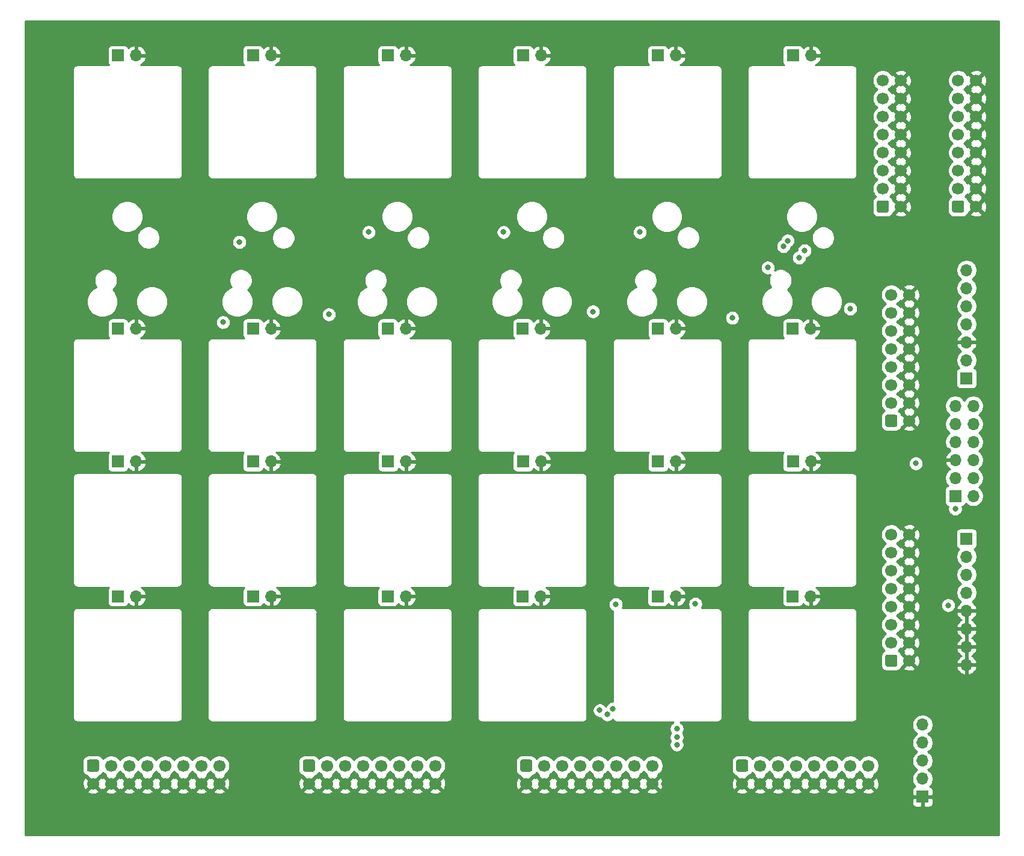
<source format=gbr>
%TF.GenerationSoftware,KiCad,Pcbnew,(5.1.10)-1*%
%TF.CreationDate,2022-05-16T18:50:31-07:00*%
%TF.ProjectId,KeyPad_Board,4b657950-6164-45f4-926f-6172642e6b69,rev?*%
%TF.SameCoordinates,Original*%
%TF.FileFunction,Copper,L2,Inr*%
%TF.FilePolarity,Positive*%
%FSLAX46Y46*%
G04 Gerber Fmt 4.6, Leading zero omitted, Abs format (unit mm)*
G04 Created by KiCad (PCBNEW (5.1.10)-1) date 2022-05-16 18:50:31*
%MOMM*%
%LPD*%
G01*
G04 APERTURE LIST*
%TA.AperFunction,ComponentPad*%
%ADD10C,1.700000*%
%TD*%
%TA.AperFunction,ComponentPad*%
%ADD11R,1.700000X1.700000*%
%TD*%
%TA.AperFunction,ComponentPad*%
%ADD12O,1.700000X1.700000*%
%TD*%
%TA.AperFunction,ViaPad*%
%ADD13C,0.800000*%
%TD*%
%TA.AperFunction,Conductor*%
%ADD14C,0.254000*%
%TD*%
%TA.AperFunction,Conductor*%
%ADD15C,0.100000*%
%TD*%
G04 APERTURE END LIST*
%TO.N,R*%
%TO.C,J6*%
%TA.AperFunction,ComponentPad*%
G36*
G01*
X153750000Y-85600000D02*
X153750000Y-84400000D01*
G75*
G02*
X154000000Y-84150000I250000J0D01*
G01*
X155200000Y-84150000D01*
G75*
G02*
X155450000Y-84400000I0J-250000D01*
G01*
X155450000Y-85600000D01*
G75*
G02*
X155200000Y-85850000I-250000J0D01*
G01*
X154000000Y-85850000D01*
G75*
G02*
X153750000Y-85600000I0J250000D01*
G01*
G37*
%TD.AperFunction*%
D10*
%TO.N,G*%
X154600000Y-82460000D03*
%TO.N,T*%
X154600000Y-79920000D03*
%TO.N,SW5_CLICK*%
X154600000Y-77380000D03*
%TO.N,SW5_LEFT*%
X154600000Y-74840000D03*
%TO.N,SW5_DOWN*%
X154600000Y-72300000D03*
%TO.N,SW5_RIGHT*%
X154600000Y-69760000D03*
%TO.N,SW5_UP*%
X154600000Y-67220000D03*
%TO.N,GND*%
X157140000Y-85000000D03*
X157140000Y-82460000D03*
X157140000Y-79920000D03*
X157140000Y-77380000D03*
X157140000Y-74840000D03*
X157140000Y-72300000D03*
X157140000Y-69760000D03*
X157140000Y-67220000D03*
%TD*%
%TO.N,SW1_UP*%
%TO.C,J1*%
%TA.AperFunction,ComponentPad*%
G36*
G01*
X41600000Y-132750000D02*
X42800000Y-132750000D01*
G75*
G02*
X43050000Y-133000000I0J-250000D01*
G01*
X43050000Y-134200000D01*
G75*
G02*
X42800000Y-134450000I-250000J0D01*
G01*
X41600000Y-134450000D01*
G75*
G02*
X41350000Y-134200000I0J250000D01*
G01*
X41350000Y-133000000D01*
G75*
G02*
X41600000Y-132750000I250000J0D01*
G01*
G37*
%TD.AperFunction*%
%TO.N,SW1_RIGHT*%
X44740000Y-133600000D03*
%TO.N,SW1_DOWN*%
X47280000Y-133600000D03*
%TO.N,SW1_LEFT*%
X49820000Y-133600000D03*
%TO.N,SW1_CLICK*%
X52360000Y-133600000D03*
%TO.N,TAB*%
X54900000Y-133600000D03*
%TO.N,SHIFT*%
X57440000Y-133600000D03*
%TO.N,CTRL*%
X59980000Y-133600000D03*
%TO.N,GND*%
X42200000Y-136140000D03*
X44740000Y-136140000D03*
X47280000Y-136140000D03*
X49820000Y-136140000D03*
X52360000Y-136140000D03*
X54900000Y-136140000D03*
X57440000Y-136140000D03*
X59980000Y-136140000D03*
%TD*%
%TO.N,SW2_UP*%
%TO.C,J2*%
%TA.AperFunction,ComponentPad*%
G36*
G01*
X72000000Y-132750000D02*
X73200000Y-132750000D01*
G75*
G02*
X73450000Y-133000000I0J-250000D01*
G01*
X73450000Y-134200000D01*
G75*
G02*
X73200000Y-134450000I-250000J0D01*
G01*
X72000000Y-134450000D01*
G75*
G02*
X71750000Y-134200000I0J250000D01*
G01*
X71750000Y-133000000D01*
G75*
G02*
X72000000Y-132750000I250000J0D01*
G01*
G37*
%TD.AperFunction*%
%TO.N,SW2_RIGHT*%
X75140000Y-133600000D03*
%TO.N,SW2_DOWN*%
X77680000Y-133600000D03*
%TO.N,SW2_CLICK*%
X80220000Y-133600000D03*
%TO.N,SW2_LEFT*%
X82760000Y-133600000D03*
%TO.N,Z*%
X85300000Y-133600000D03*
%TO.N,A*%
X87840000Y-133600000D03*
%TO.N,Q*%
X90380000Y-133600000D03*
%TO.N,GND*%
X72600000Y-136140000D03*
X75140000Y-136140000D03*
X77680000Y-136140000D03*
X80220000Y-136140000D03*
X82760000Y-136140000D03*
X85300000Y-136140000D03*
X87840000Y-136140000D03*
X90380000Y-136140000D03*
%TD*%
%TO.N,X*%
%TO.C,J3*%
%TA.AperFunction,ComponentPad*%
G36*
G01*
X102600000Y-132750000D02*
X103800000Y-132750000D01*
G75*
G02*
X104050000Y-133000000I0J-250000D01*
G01*
X104050000Y-134200000D01*
G75*
G02*
X103800000Y-134450000I-250000J0D01*
G01*
X102600000Y-134450000D01*
G75*
G02*
X102350000Y-134200000I0J250000D01*
G01*
X102350000Y-133000000D01*
G75*
G02*
X102600000Y-132750000I250000J0D01*
G01*
G37*
%TD.AperFunction*%
%TO.N,S*%
X105740000Y-133600000D03*
%TO.N,W*%
X108280000Y-133600000D03*
%TO.N,SW3_CLICK*%
X110820000Y-133600000D03*
%TO.N,SW3_LEFT*%
X113360000Y-133600000D03*
%TO.N,SW3_DOWN*%
X115900000Y-133600000D03*
%TO.N,SW3_RIGHT*%
X118440000Y-133600000D03*
%TO.N,SW3_UP*%
X120980000Y-133600000D03*
%TO.N,GND*%
X103200000Y-136140000D03*
X105740000Y-136140000D03*
X108280000Y-136140000D03*
X110820000Y-136140000D03*
X113360000Y-136140000D03*
X115900000Y-136140000D03*
X118440000Y-136140000D03*
X120980000Y-136140000D03*
%TD*%
%TO.N,GND*%
%TO.C,J4*%
X151380000Y-136140000D03*
X148840000Y-136140000D03*
X146300000Y-136140000D03*
X143760000Y-136140000D03*
X141220000Y-136140000D03*
X138680000Y-136140000D03*
X136140000Y-136140000D03*
X133600000Y-136140000D03*
%TO.N,SW4_UP*%
X151380000Y-133600000D03*
%TO.N,SW4_RIGHT*%
X148840000Y-133600000D03*
%TO.N,SW4_DOWN*%
X146300000Y-133600000D03*
%TO.N,SW4_LEFT*%
X143760000Y-133600000D03*
%TO.N,SW4_CLICK*%
X141220000Y-133600000D03*
%TO.N,E*%
X138680000Y-133600000D03*
%TO.N,D*%
X136140000Y-133600000D03*
%TO.N,C*%
%TA.AperFunction,ComponentPad*%
G36*
G01*
X133000000Y-132750000D02*
X134200000Y-132750000D01*
G75*
G02*
X134450000Y-133000000I0J-250000D01*
G01*
X134450000Y-134200000D01*
G75*
G02*
X134200000Y-134450000I-250000J0D01*
G01*
X133000000Y-134450000D01*
G75*
G02*
X132750000Y-134200000I0J250000D01*
G01*
X132750000Y-133000000D01*
G75*
G02*
X133000000Y-132750000I250000J0D01*
G01*
G37*
%TD.AperFunction*%
%TD*%
%TO.N,GND*%
%TO.C,J5*%
X157140000Y-101020000D03*
X157140000Y-103560000D03*
X157140000Y-106100000D03*
X157140000Y-108640000D03*
X157140000Y-111180000D03*
X157140000Y-113720000D03*
X157140000Y-116260000D03*
X157140000Y-118800000D03*
%TO.N,SPACE*%
X154600000Y-101020000D03*
%TO.N,THUMB3*%
X154600000Y-103560000D03*
%TO.N,THUMB2*%
X154600000Y-106100000D03*
%TO.N,THUMB1*%
X154600000Y-108640000D03*
%TO.N,F*%
X154600000Y-111180000D03*
%TO.N,B*%
X154600000Y-113720000D03*
%TO.N,V*%
X154600000Y-116260000D03*
%TO.N,JOYSTICK_CLICK*%
%TA.AperFunction,ComponentPad*%
G36*
G01*
X153750000Y-119400000D02*
X153750000Y-118200000D01*
G75*
G02*
X154000000Y-117950000I250000J0D01*
G01*
X155200000Y-117950000D01*
G75*
G02*
X155450000Y-118200000I0J-250000D01*
G01*
X155450000Y-119400000D01*
G75*
G02*
X155200000Y-119650000I-250000J0D01*
G01*
X154000000Y-119650000D01*
G75*
G02*
X153750000Y-119400000I0J250000D01*
G01*
G37*
%TD.AperFunction*%
%TD*%
%TO.N,GND*%
%TO.C,J7*%
X155940000Y-37020000D03*
X155940000Y-39560000D03*
X155940000Y-42100000D03*
X155940000Y-44640000D03*
X155940000Y-47180000D03*
X155940000Y-49720000D03*
X155940000Y-52260000D03*
X155940000Y-54800000D03*
%TO.N,ESC*%
X153400000Y-37020000D03*
%TO.N,F1*%
X153400000Y-39560000D03*
%TO.N,F2*%
X153400000Y-42100000D03*
%TO.N,F3*%
X153400000Y-44640000D03*
%TO.N,F4*%
X153400000Y-47180000D03*
%TO.N,F5*%
X153400000Y-49720000D03*
%TO.N,SW6_LEFT*%
X153400000Y-52260000D03*
%TO.N,SW6_CLICK*%
%TA.AperFunction,ComponentPad*%
G36*
G01*
X152550000Y-55400000D02*
X152550000Y-54200000D01*
G75*
G02*
X152800000Y-53950000I250000J0D01*
G01*
X154000000Y-53950000D01*
G75*
G02*
X154250000Y-54200000I0J-250000D01*
G01*
X154250000Y-55400000D01*
G75*
G02*
X154000000Y-55650000I-250000J0D01*
G01*
X152800000Y-55650000D01*
G75*
G02*
X152550000Y-55400000I0J250000D01*
G01*
G37*
%TD.AperFunction*%
%TD*%
%TO.N,GND*%
%TO.C,J8*%
X166550000Y-37020000D03*
X166550000Y-39560000D03*
X166550000Y-42100000D03*
X166550000Y-44640000D03*
X166550000Y-47180000D03*
X166550000Y-49720000D03*
X166550000Y-52260000D03*
X166550000Y-54800000D03*
%TO.N,N/C*%
X164010000Y-37020000D03*
X164010000Y-39560000D03*
X164010000Y-42100000D03*
X164010000Y-44640000D03*
X164010000Y-47180000D03*
%TO.N,SW6_UP*%
X164010000Y-49720000D03*
%TO.N,SW6_RIGHT*%
X164010000Y-52260000D03*
%TO.N,SW6_DOWN*%
%TA.AperFunction,ComponentPad*%
G36*
G01*
X163160000Y-55400000D02*
X163160000Y-54200000D01*
G75*
G02*
X163410000Y-53950000I250000J0D01*
G01*
X164610000Y-53950000D01*
G75*
G02*
X164860000Y-54200000I0J-250000D01*
G01*
X164860000Y-55400000D01*
G75*
G02*
X164610000Y-55650000I-250000J0D01*
G01*
X163410000Y-55650000D01*
G75*
G02*
X163160000Y-55400000I0J250000D01*
G01*
G37*
%TD.AperFunction*%
%TD*%
D11*
%TO.N,GND*%
%TO.C,J9*%
X159000000Y-138000000D03*
D12*
%TO.N,+3V3*%
X159000000Y-135460000D03*
%TO.N,VRY*%
X159000000Y-132920000D03*
%TO.N,VRX*%
X159000000Y-130380000D03*
%TO.N,JOYSTICK_CLICK*%
X159000000Y-127840000D03*
%TD*%
D11*
%TO.N,+5V*%
%TO.C,J10*%
X165200000Y-79000000D03*
D12*
%TO.N,+3V3*%
X165200000Y-76460000D03*
%TO.N,GND*%
X165200000Y-73920000D03*
%TO.N,SPI_MOSI*%
X165200000Y-71380000D03*
%TO.N,SPI_MISO*%
X165200000Y-68840000D03*
%TO.N,SPI_SCLK*%
X165200000Y-66300000D03*
%TO.N,SPI_CSN*%
X165200000Y-63760000D03*
%TD*%
D11*
%TO.N,SPACE*%
%TO.C,J11*%
X165200000Y-101600000D03*
D12*
%TO.N,THUMB3*%
X165200000Y-104140000D03*
%TO.N,THUMB2*%
X165200000Y-106680000D03*
%TO.N,THUMB1*%
X165200000Y-109220000D03*
%TO.N,GND*%
X165200000Y-111760000D03*
X165200000Y-114300000D03*
X165200000Y-116840000D03*
X165200000Y-119380000D03*
%TD*%
D11*
%TO.N,ESC*%
%TO.C,KB1*%
X45710000Y-33500000D03*
D12*
%TO.N,GND*%
X48250000Y-33500000D03*
%TD*%
%TO.N,GND*%
%TO.C,KB2*%
X67250000Y-33500000D03*
D11*
%TO.N,F1*%
X64710000Y-33500000D03*
%TD*%
%TO.N,F2*%
%TO.C,KB3*%
X83710000Y-33500000D03*
D12*
%TO.N,GND*%
X86250000Y-33500000D03*
%TD*%
%TO.N,GND*%
%TO.C,KB4*%
X105290000Y-33500000D03*
D11*
%TO.N,F3*%
X102750000Y-33500000D03*
%TD*%
%TO.N,F4*%
%TO.C,KB5*%
X121710000Y-33500000D03*
D12*
%TO.N,GND*%
X124250000Y-33500000D03*
%TD*%
%TO.N,GND*%
%TO.C,KB6*%
X143290000Y-33500000D03*
D11*
%TO.N,F5*%
X140750000Y-33500000D03*
%TD*%
%TO.N,TAB*%
%TO.C,KB7*%
X45710000Y-72000000D03*
D12*
%TO.N,GND*%
X48250000Y-72000000D03*
%TD*%
%TO.N,GND*%
%TO.C,KB8*%
X67250000Y-72000000D03*
D11*
%TO.N,Q*%
X64710000Y-72000000D03*
%TD*%
D12*
%TO.N,GND*%
%TO.C,KB9*%
X86250000Y-72000000D03*
D11*
%TO.N,W*%
X83710000Y-72000000D03*
%TD*%
%TO.N,E*%
%TO.C,KB10*%
X102710000Y-72000000D03*
D12*
%TO.N,GND*%
X105250000Y-72000000D03*
%TD*%
%TO.N,GND*%
%TO.C,KB11*%
X124290000Y-72000000D03*
D11*
%TO.N,R*%
X121750000Y-72000000D03*
%TD*%
%TO.N,T*%
%TO.C,KB12*%
X140710000Y-72000000D03*
D12*
%TO.N,GND*%
X143250000Y-72000000D03*
%TD*%
D11*
%TO.N,SHIFT*%
%TO.C,KB13*%
X45710000Y-90750000D03*
D12*
%TO.N,GND*%
X48250000Y-90750000D03*
%TD*%
%TO.N,GND*%
%TO.C,KB14*%
X67250000Y-90750000D03*
D11*
%TO.N,A*%
X64710000Y-90750000D03*
%TD*%
%TO.N,S*%
%TO.C,KB15*%
X83750000Y-90750000D03*
D12*
%TO.N,GND*%
X86290000Y-90750000D03*
%TD*%
%TO.N,GND*%
%TO.C,KB16*%
X105290000Y-90750000D03*
D11*
%TO.N,D*%
X102750000Y-90750000D03*
%TD*%
%TO.N,F*%
%TO.C,KB17*%
X121750000Y-90750000D03*
D12*
%TO.N,GND*%
X124290000Y-90750000D03*
%TD*%
%TO.N,GND*%
%TO.C,KB18*%
X143290000Y-90750000D03*
D11*
%TO.N,G*%
X140750000Y-90750000D03*
%TD*%
%TO.N,CTRL*%
%TO.C,KB19*%
X45710000Y-109750000D03*
D12*
%TO.N,GND*%
X48250000Y-109750000D03*
%TD*%
%TO.N,GND*%
%TO.C,KB20*%
X67290000Y-109750000D03*
D11*
%TO.N,Z*%
X64750000Y-109750000D03*
%TD*%
%TO.N,X*%
%TO.C,KB21*%
X83710000Y-109750000D03*
D12*
%TO.N,GND*%
X86250000Y-109750000D03*
%TD*%
%TO.N,GND*%
%TO.C,KB22*%
X105250000Y-109750000D03*
D11*
%TO.N,C*%
X102710000Y-109750000D03*
%TD*%
%TO.N,V*%
%TO.C,KB23*%
X121710000Y-109750000D03*
D12*
%TO.N,GND*%
X124250000Y-109750000D03*
%TD*%
%TO.N,GND*%
%TO.C,KB24*%
X143250000Y-109750000D03*
D11*
%TO.N,B*%
X140710000Y-109750000D03*
%TD*%
%TO.N,+3V3*%
%TO.C,J12*%
X163600000Y-95600000D03*
D12*
%TO.N,VRX*%
X166140000Y-95600000D03*
%TO.N,+5V*%
X163600000Y-93060000D03*
%TO.N,VRY*%
X166140000Y-93060000D03*
%TO.N,GND*%
X163600000Y-90520000D03*
%TO.N,SPI_CSN*%
X166140000Y-90520000D03*
%TO.N,LED_DATA_IN*%
X163600000Y-87980000D03*
%TO.N,SPI_SCLK*%
X166140000Y-87980000D03*
%TO.N,I2C_SCL*%
X163600000Y-85440000D03*
%TO.N,SPI_MISO*%
X166140000Y-85440000D03*
%TO.N,I2C_SDA*%
X163600000Y-82900000D03*
%TO.N,SPI_MOSI*%
X166140000Y-82900000D03*
%TD*%
D13*
%TO.N,+5V*%
X119200000Y-58400000D03*
X100000000Y-58400000D03*
X81000000Y-58400000D03*
X62800000Y-59800000D03*
X158050000Y-91000000D03*
X75400000Y-70000000D03*
X60500000Y-71100000D03*
X112600000Y-69600000D03*
X132200000Y-70500000D03*
%TO.N,GND*%
X88200000Y-72000000D03*
X69000000Y-72000000D03*
X81000000Y-56400000D03*
X62800000Y-58200000D03*
X100000000Y-56400000D03*
X119200000Y-56400000D03*
X159000000Y-85000000D03*
X162600000Y-89200000D03*
X92200000Y-136000000D03*
X122600000Y-136200000D03*
X50550000Y-71800000D03*
X37350000Y-58400000D03*
X80100000Y-72200000D03*
X60600000Y-72400000D03*
X117900000Y-72600000D03*
X136600000Y-72300000D03*
X132600000Y-56900000D03*
%TO.N,+3V3*%
X163600000Y-97400000D03*
X162600000Y-111000000D03*
%TO.N,SW4_LEFT*%
X114600000Y-126400000D03*
X124400000Y-129600000D03*
%TO.N,SW4_UP*%
X115800000Y-110874990D03*
X127000000Y-110800000D03*
%TO.N,SW4_DOWN*%
X124400000Y-128400000D03*
X115375000Y-125600000D03*
%TO.N,SW4_CLICK*%
X113550000Y-125800000D03*
X124400000Y-130650000D03*
%TO.N,SW5_UP*%
X140000000Y-59600000D03*
X142400000Y-61000000D03*
%TO.N,SW5_RIGHT*%
X139400000Y-60400000D03*
X141600000Y-62000000D03*
%TO.N,SW5_DOWN*%
X148800000Y-69200000D03*
X137200000Y-63400000D03*
%TD*%
D14*
%TO.N,GND*%
X169740000Y-143340000D02*
X32660000Y-143340000D01*
X32660000Y-138850000D01*
X157511928Y-138850000D01*
X157524188Y-138974482D01*
X157560498Y-139094180D01*
X157619463Y-139204494D01*
X157698815Y-139301185D01*
X157795506Y-139380537D01*
X157905820Y-139439502D01*
X158025518Y-139475812D01*
X158150000Y-139488072D01*
X158714250Y-139485000D01*
X158873000Y-139326250D01*
X158873000Y-138127000D01*
X159127000Y-138127000D01*
X159127000Y-139326250D01*
X159285750Y-139485000D01*
X159850000Y-139488072D01*
X159974482Y-139475812D01*
X160094180Y-139439502D01*
X160204494Y-139380537D01*
X160301185Y-139301185D01*
X160380537Y-139204494D01*
X160439502Y-139094180D01*
X160475812Y-138974482D01*
X160488072Y-138850000D01*
X160485000Y-138285750D01*
X160326250Y-138127000D01*
X159127000Y-138127000D01*
X158873000Y-138127000D01*
X157673750Y-138127000D01*
X157515000Y-138285750D01*
X157511928Y-138850000D01*
X32660000Y-138850000D01*
X32660000Y-137168397D01*
X41351208Y-137168397D01*
X41428843Y-137417472D01*
X41692883Y-137543371D01*
X41976411Y-137615339D01*
X42268531Y-137630611D01*
X42558019Y-137588599D01*
X42833747Y-137490919D01*
X42971157Y-137417472D01*
X43048792Y-137168397D01*
X43891208Y-137168397D01*
X43968843Y-137417472D01*
X44232883Y-137543371D01*
X44516411Y-137615339D01*
X44808531Y-137630611D01*
X45098019Y-137588599D01*
X45373747Y-137490919D01*
X45511157Y-137417472D01*
X45588792Y-137168397D01*
X46431208Y-137168397D01*
X46508843Y-137417472D01*
X46772883Y-137543371D01*
X47056411Y-137615339D01*
X47348531Y-137630611D01*
X47638019Y-137588599D01*
X47913747Y-137490919D01*
X48051157Y-137417472D01*
X48128792Y-137168397D01*
X48971208Y-137168397D01*
X49048843Y-137417472D01*
X49312883Y-137543371D01*
X49596411Y-137615339D01*
X49888531Y-137630611D01*
X50178019Y-137588599D01*
X50453747Y-137490919D01*
X50591157Y-137417472D01*
X50668792Y-137168397D01*
X51511208Y-137168397D01*
X51588843Y-137417472D01*
X51852883Y-137543371D01*
X52136411Y-137615339D01*
X52428531Y-137630611D01*
X52718019Y-137588599D01*
X52993747Y-137490919D01*
X53131157Y-137417472D01*
X53208792Y-137168397D01*
X54051208Y-137168397D01*
X54128843Y-137417472D01*
X54392883Y-137543371D01*
X54676411Y-137615339D01*
X54968531Y-137630611D01*
X55258019Y-137588599D01*
X55533747Y-137490919D01*
X55671157Y-137417472D01*
X55748792Y-137168397D01*
X56591208Y-137168397D01*
X56668843Y-137417472D01*
X56932883Y-137543371D01*
X57216411Y-137615339D01*
X57508531Y-137630611D01*
X57798019Y-137588599D01*
X58073747Y-137490919D01*
X58211157Y-137417472D01*
X58288792Y-137168397D01*
X59131208Y-137168397D01*
X59208843Y-137417472D01*
X59472883Y-137543371D01*
X59756411Y-137615339D01*
X60048531Y-137630611D01*
X60338019Y-137588599D01*
X60613747Y-137490919D01*
X60751157Y-137417472D01*
X60828792Y-137168397D01*
X71751208Y-137168397D01*
X71828843Y-137417472D01*
X72092883Y-137543371D01*
X72376411Y-137615339D01*
X72668531Y-137630611D01*
X72958019Y-137588599D01*
X73233747Y-137490919D01*
X73371157Y-137417472D01*
X73448792Y-137168397D01*
X74291208Y-137168397D01*
X74368843Y-137417472D01*
X74632883Y-137543371D01*
X74916411Y-137615339D01*
X75208531Y-137630611D01*
X75498019Y-137588599D01*
X75773747Y-137490919D01*
X75911157Y-137417472D01*
X75988792Y-137168397D01*
X76831208Y-137168397D01*
X76908843Y-137417472D01*
X77172883Y-137543371D01*
X77456411Y-137615339D01*
X77748531Y-137630611D01*
X78038019Y-137588599D01*
X78313747Y-137490919D01*
X78451157Y-137417472D01*
X78528792Y-137168397D01*
X79371208Y-137168397D01*
X79448843Y-137417472D01*
X79712883Y-137543371D01*
X79996411Y-137615339D01*
X80288531Y-137630611D01*
X80578019Y-137588599D01*
X80853747Y-137490919D01*
X80991157Y-137417472D01*
X81068792Y-137168397D01*
X81911208Y-137168397D01*
X81988843Y-137417472D01*
X82252883Y-137543371D01*
X82536411Y-137615339D01*
X82828531Y-137630611D01*
X83118019Y-137588599D01*
X83393747Y-137490919D01*
X83531157Y-137417472D01*
X83608792Y-137168397D01*
X84451208Y-137168397D01*
X84528843Y-137417472D01*
X84792883Y-137543371D01*
X85076411Y-137615339D01*
X85368531Y-137630611D01*
X85658019Y-137588599D01*
X85933747Y-137490919D01*
X86071157Y-137417472D01*
X86148792Y-137168397D01*
X86991208Y-137168397D01*
X87068843Y-137417472D01*
X87332883Y-137543371D01*
X87616411Y-137615339D01*
X87908531Y-137630611D01*
X88198019Y-137588599D01*
X88473747Y-137490919D01*
X88611157Y-137417472D01*
X88688792Y-137168397D01*
X89531208Y-137168397D01*
X89608843Y-137417472D01*
X89872883Y-137543371D01*
X90156411Y-137615339D01*
X90448531Y-137630611D01*
X90738019Y-137588599D01*
X91013747Y-137490919D01*
X91151157Y-137417472D01*
X91228792Y-137168397D01*
X102351208Y-137168397D01*
X102428843Y-137417472D01*
X102692883Y-137543371D01*
X102976411Y-137615339D01*
X103268531Y-137630611D01*
X103558019Y-137588599D01*
X103833747Y-137490919D01*
X103971157Y-137417472D01*
X104048792Y-137168397D01*
X104891208Y-137168397D01*
X104968843Y-137417472D01*
X105232883Y-137543371D01*
X105516411Y-137615339D01*
X105808531Y-137630611D01*
X106098019Y-137588599D01*
X106373747Y-137490919D01*
X106511157Y-137417472D01*
X106588792Y-137168397D01*
X107431208Y-137168397D01*
X107508843Y-137417472D01*
X107772883Y-137543371D01*
X108056411Y-137615339D01*
X108348531Y-137630611D01*
X108638019Y-137588599D01*
X108913747Y-137490919D01*
X109051157Y-137417472D01*
X109128792Y-137168397D01*
X109971208Y-137168397D01*
X110048843Y-137417472D01*
X110312883Y-137543371D01*
X110596411Y-137615339D01*
X110888531Y-137630611D01*
X111178019Y-137588599D01*
X111453747Y-137490919D01*
X111591157Y-137417472D01*
X111668792Y-137168397D01*
X112511208Y-137168397D01*
X112588843Y-137417472D01*
X112852883Y-137543371D01*
X113136411Y-137615339D01*
X113428531Y-137630611D01*
X113718019Y-137588599D01*
X113993747Y-137490919D01*
X114131157Y-137417472D01*
X114208792Y-137168397D01*
X115051208Y-137168397D01*
X115128843Y-137417472D01*
X115392883Y-137543371D01*
X115676411Y-137615339D01*
X115968531Y-137630611D01*
X116258019Y-137588599D01*
X116533747Y-137490919D01*
X116671157Y-137417472D01*
X116748792Y-137168397D01*
X117591208Y-137168397D01*
X117668843Y-137417472D01*
X117932883Y-137543371D01*
X118216411Y-137615339D01*
X118508531Y-137630611D01*
X118798019Y-137588599D01*
X119073747Y-137490919D01*
X119211157Y-137417472D01*
X119288792Y-137168397D01*
X120131208Y-137168397D01*
X120208843Y-137417472D01*
X120472883Y-137543371D01*
X120756411Y-137615339D01*
X121048531Y-137630611D01*
X121338019Y-137588599D01*
X121613747Y-137490919D01*
X121751157Y-137417472D01*
X121828792Y-137168397D01*
X132751208Y-137168397D01*
X132828843Y-137417472D01*
X133092883Y-137543371D01*
X133376411Y-137615339D01*
X133668531Y-137630611D01*
X133958019Y-137588599D01*
X134233747Y-137490919D01*
X134371157Y-137417472D01*
X134448792Y-137168397D01*
X135291208Y-137168397D01*
X135368843Y-137417472D01*
X135632883Y-137543371D01*
X135916411Y-137615339D01*
X136208531Y-137630611D01*
X136498019Y-137588599D01*
X136773747Y-137490919D01*
X136911157Y-137417472D01*
X136988792Y-137168397D01*
X137831208Y-137168397D01*
X137908843Y-137417472D01*
X138172883Y-137543371D01*
X138456411Y-137615339D01*
X138748531Y-137630611D01*
X139038019Y-137588599D01*
X139313747Y-137490919D01*
X139451157Y-137417472D01*
X139528792Y-137168397D01*
X140371208Y-137168397D01*
X140448843Y-137417472D01*
X140712883Y-137543371D01*
X140996411Y-137615339D01*
X141288531Y-137630611D01*
X141578019Y-137588599D01*
X141853747Y-137490919D01*
X141991157Y-137417472D01*
X142068792Y-137168397D01*
X142911208Y-137168397D01*
X142988843Y-137417472D01*
X143252883Y-137543371D01*
X143536411Y-137615339D01*
X143828531Y-137630611D01*
X144118019Y-137588599D01*
X144393747Y-137490919D01*
X144531157Y-137417472D01*
X144608792Y-137168397D01*
X145451208Y-137168397D01*
X145528843Y-137417472D01*
X145792883Y-137543371D01*
X146076411Y-137615339D01*
X146368531Y-137630611D01*
X146658019Y-137588599D01*
X146933747Y-137490919D01*
X147071157Y-137417472D01*
X147148792Y-137168397D01*
X147991208Y-137168397D01*
X148068843Y-137417472D01*
X148332883Y-137543371D01*
X148616411Y-137615339D01*
X148908531Y-137630611D01*
X149198019Y-137588599D01*
X149473747Y-137490919D01*
X149611157Y-137417472D01*
X149688792Y-137168397D01*
X150531208Y-137168397D01*
X150608843Y-137417472D01*
X150872883Y-137543371D01*
X151156411Y-137615339D01*
X151448531Y-137630611D01*
X151738019Y-137588599D01*
X152013747Y-137490919D01*
X152151157Y-137417472D01*
X152228792Y-137168397D01*
X152210395Y-137150000D01*
X157511928Y-137150000D01*
X157515000Y-137714250D01*
X157673750Y-137873000D01*
X158873000Y-137873000D01*
X158873000Y-137853000D01*
X159127000Y-137853000D01*
X159127000Y-137873000D01*
X160326250Y-137873000D01*
X160485000Y-137714250D01*
X160488072Y-137150000D01*
X160475812Y-137025518D01*
X160439502Y-136905820D01*
X160380537Y-136795506D01*
X160301185Y-136698815D01*
X160204494Y-136619463D01*
X160094180Y-136560498D01*
X160021620Y-136538487D01*
X160153475Y-136406632D01*
X160315990Y-136163411D01*
X160427932Y-135893158D01*
X160485000Y-135606260D01*
X160485000Y-135313740D01*
X160427932Y-135026842D01*
X160315990Y-134756589D01*
X160153475Y-134513368D01*
X159946632Y-134306525D01*
X159772240Y-134190000D01*
X159946632Y-134073475D01*
X160153475Y-133866632D01*
X160315990Y-133623411D01*
X160427932Y-133353158D01*
X160485000Y-133066260D01*
X160485000Y-132773740D01*
X160427932Y-132486842D01*
X160315990Y-132216589D01*
X160153475Y-131973368D01*
X159946632Y-131766525D01*
X159772240Y-131650000D01*
X159946632Y-131533475D01*
X160153475Y-131326632D01*
X160315990Y-131083411D01*
X160427932Y-130813158D01*
X160485000Y-130526260D01*
X160485000Y-130233740D01*
X160427932Y-129946842D01*
X160315990Y-129676589D01*
X160153475Y-129433368D01*
X159946632Y-129226525D01*
X159772240Y-129110000D01*
X159946632Y-128993475D01*
X160153475Y-128786632D01*
X160315990Y-128543411D01*
X160427932Y-128273158D01*
X160485000Y-127986260D01*
X160485000Y-127693740D01*
X160427932Y-127406842D01*
X160315990Y-127136589D01*
X160153475Y-126893368D01*
X159946632Y-126686525D01*
X159703411Y-126524010D01*
X159433158Y-126412068D01*
X159146260Y-126355000D01*
X158853740Y-126355000D01*
X158566842Y-126412068D01*
X158296589Y-126524010D01*
X158053368Y-126686525D01*
X157846525Y-126893368D01*
X157684010Y-127136589D01*
X157572068Y-127406842D01*
X157515000Y-127693740D01*
X157515000Y-127986260D01*
X157572068Y-128273158D01*
X157684010Y-128543411D01*
X157846525Y-128786632D01*
X158053368Y-128993475D01*
X158227760Y-129110000D01*
X158053368Y-129226525D01*
X157846525Y-129433368D01*
X157684010Y-129676589D01*
X157572068Y-129946842D01*
X157515000Y-130233740D01*
X157515000Y-130526260D01*
X157572068Y-130813158D01*
X157684010Y-131083411D01*
X157846525Y-131326632D01*
X158053368Y-131533475D01*
X158227760Y-131650000D01*
X158053368Y-131766525D01*
X157846525Y-131973368D01*
X157684010Y-132216589D01*
X157572068Y-132486842D01*
X157515000Y-132773740D01*
X157515000Y-133066260D01*
X157572068Y-133353158D01*
X157684010Y-133623411D01*
X157846525Y-133866632D01*
X158053368Y-134073475D01*
X158227760Y-134190000D01*
X158053368Y-134306525D01*
X157846525Y-134513368D01*
X157684010Y-134756589D01*
X157572068Y-135026842D01*
X157515000Y-135313740D01*
X157515000Y-135606260D01*
X157572068Y-135893158D01*
X157684010Y-136163411D01*
X157846525Y-136406632D01*
X157978380Y-136538487D01*
X157905820Y-136560498D01*
X157795506Y-136619463D01*
X157698815Y-136698815D01*
X157619463Y-136795506D01*
X157560498Y-136905820D01*
X157524188Y-137025518D01*
X157511928Y-137150000D01*
X152210395Y-137150000D01*
X151380000Y-136319605D01*
X150531208Y-137168397D01*
X149688792Y-137168397D01*
X148840000Y-136319605D01*
X147991208Y-137168397D01*
X147148792Y-137168397D01*
X146300000Y-136319605D01*
X145451208Y-137168397D01*
X144608792Y-137168397D01*
X143760000Y-136319605D01*
X142911208Y-137168397D01*
X142068792Y-137168397D01*
X141220000Y-136319605D01*
X140371208Y-137168397D01*
X139528792Y-137168397D01*
X138680000Y-136319605D01*
X137831208Y-137168397D01*
X136988792Y-137168397D01*
X136140000Y-136319605D01*
X135291208Y-137168397D01*
X134448792Y-137168397D01*
X133600000Y-136319605D01*
X132751208Y-137168397D01*
X121828792Y-137168397D01*
X120980000Y-136319605D01*
X120131208Y-137168397D01*
X119288792Y-137168397D01*
X118440000Y-136319605D01*
X117591208Y-137168397D01*
X116748792Y-137168397D01*
X115900000Y-136319605D01*
X115051208Y-137168397D01*
X114208792Y-137168397D01*
X113360000Y-136319605D01*
X112511208Y-137168397D01*
X111668792Y-137168397D01*
X110820000Y-136319605D01*
X109971208Y-137168397D01*
X109128792Y-137168397D01*
X108280000Y-136319605D01*
X107431208Y-137168397D01*
X106588792Y-137168397D01*
X105740000Y-136319605D01*
X104891208Y-137168397D01*
X104048792Y-137168397D01*
X103200000Y-136319605D01*
X102351208Y-137168397D01*
X91228792Y-137168397D01*
X90380000Y-136319605D01*
X89531208Y-137168397D01*
X88688792Y-137168397D01*
X87840000Y-136319605D01*
X86991208Y-137168397D01*
X86148792Y-137168397D01*
X85300000Y-136319605D01*
X84451208Y-137168397D01*
X83608792Y-137168397D01*
X82760000Y-136319605D01*
X81911208Y-137168397D01*
X81068792Y-137168397D01*
X80220000Y-136319605D01*
X79371208Y-137168397D01*
X78528792Y-137168397D01*
X77680000Y-136319605D01*
X76831208Y-137168397D01*
X75988792Y-137168397D01*
X75140000Y-136319605D01*
X74291208Y-137168397D01*
X73448792Y-137168397D01*
X72600000Y-136319605D01*
X71751208Y-137168397D01*
X60828792Y-137168397D01*
X59980000Y-136319605D01*
X59131208Y-137168397D01*
X58288792Y-137168397D01*
X57440000Y-136319605D01*
X56591208Y-137168397D01*
X55748792Y-137168397D01*
X54900000Y-136319605D01*
X54051208Y-137168397D01*
X53208792Y-137168397D01*
X52360000Y-136319605D01*
X51511208Y-137168397D01*
X50668792Y-137168397D01*
X49820000Y-136319605D01*
X48971208Y-137168397D01*
X48128792Y-137168397D01*
X47280000Y-136319605D01*
X46431208Y-137168397D01*
X45588792Y-137168397D01*
X44740000Y-136319605D01*
X43891208Y-137168397D01*
X43048792Y-137168397D01*
X42200000Y-136319605D01*
X41351208Y-137168397D01*
X32660000Y-137168397D01*
X32660000Y-136208531D01*
X40709389Y-136208531D01*
X40751401Y-136498019D01*
X40849081Y-136773747D01*
X40922528Y-136911157D01*
X41171603Y-136988792D01*
X42020395Y-136140000D01*
X42379605Y-136140000D01*
X43228397Y-136988792D01*
X43470000Y-136913486D01*
X43711603Y-136988792D01*
X44560395Y-136140000D01*
X44919605Y-136140000D01*
X45768397Y-136988792D01*
X46010000Y-136913486D01*
X46251603Y-136988792D01*
X47100395Y-136140000D01*
X47459605Y-136140000D01*
X48308397Y-136988792D01*
X48550000Y-136913486D01*
X48791603Y-136988792D01*
X49640395Y-136140000D01*
X49999605Y-136140000D01*
X50848397Y-136988792D01*
X51090000Y-136913486D01*
X51331603Y-136988792D01*
X52180395Y-136140000D01*
X52539605Y-136140000D01*
X53388397Y-136988792D01*
X53630000Y-136913486D01*
X53871603Y-136988792D01*
X54720395Y-136140000D01*
X55079605Y-136140000D01*
X55928397Y-136988792D01*
X56170000Y-136913486D01*
X56411603Y-136988792D01*
X57260395Y-136140000D01*
X57619605Y-136140000D01*
X58468397Y-136988792D01*
X58710000Y-136913486D01*
X58951603Y-136988792D01*
X59800395Y-136140000D01*
X60159605Y-136140000D01*
X61008397Y-136988792D01*
X61257472Y-136911157D01*
X61383371Y-136647117D01*
X61455339Y-136363589D01*
X61463445Y-136208531D01*
X71109389Y-136208531D01*
X71151401Y-136498019D01*
X71249081Y-136773747D01*
X71322528Y-136911157D01*
X71571603Y-136988792D01*
X72420395Y-136140000D01*
X72779605Y-136140000D01*
X73628397Y-136988792D01*
X73870000Y-136913486D01*
X74111603Y-136988792D01*
X74960395Y-136140000D01*
X75319605Y-136140000D01*
X76168397Y-136988792D01*
X76410000Y-136913486D01*
X76651603Y-136988792D01*
X77500395Y-136140000D01*
X77859605Y-136140000D01*
X78708397Y-136988792D01*
X78950000Y-136913486D01*
X79191603Y-136988792D01*
X80040395Y-136140000D01*
X80399605Y-136140000D01*
X81248397Y-136988792D01*
X81490000Y-136913486D01*
X81731603Y-136988792D01*
X82580395Y-136140000D01*
X82939605Y-136140000D01*
X83788397Y-136988792D01*
X84030000Y-136913486D01*
X84271603Y-136988792D01*
X85120395Y-136140000D01*
X85479605Y-136140000D01*
X86328397Y-136988792D01*
X86570000Y-136913486D01*
X86811603Y-136988792D01*
X87660395Y-136140000D01*
X88019605Y-136140000D01*
X88868397Y-136988792D01*
X89110000Y-136913486D01*
X89351603Y-136988792D01*
X90200395Y-136140000D01*
X90559605Y-136140000D01*
X91408397Y-136988792D01*
X91657472Y-136911157D01*
X91783371Y-136647117D01*
X91855339Y-136363589D01*
X91863445Y-136208531D01*
X101709389Y-136208531D01*
X101751401Y-136498019D01*
X101849081Y-136773747D01*
X101922528Y-136911157D01*
X102171603Y-136988792D01*
X103020395Y-136140000D01*
X103379605Y-136140000D01*
X104228397Y-136988792D01*
X104470000Y-136913486D01*
X104711603Y-136988792D01*
X105560395Y-136140000D01*
X105919605Y-136140000D01*
X106768397Y-136988792D01*
X107010000Y-136913486D01*
X107251603Y-136988792D01*
X108100395Y-136140000D01*
X108459605Y-136140000D01*
X109308397Y-136988792D01*
X109550000Y-136913486D01*
X109791603Y-136988792D01*
X110640395Y-136140000D01*
X110999605Y-136140000D01*
X111848397Y-136988792D01*
X112090000Y-136913486D01*
X112331603Y-136988792D01*
X113180395Y-136140000D01*
X113539605Y-136140000D01*
X114388397Y-136988792D01*
X114630000Y-136913486D01*
X114871603Y-136988792D01*
X115720395Y-136140000D01*
X116079605Y-136140000D01*
X116928397Y-136988792D01*
X117170000Y-136913486D01*
X117411603Y-136988792D01*
X118260395Y-136140000D01*
X118619605Y-136140000D01*
X119468397Y-136988792D01*
X119710000Y-136913486D01*
X119951603Y-136988792D01*
X120800395Y-136140000D01*
X121159605Y-136140000D01*
X122008397Y-136988792D01*
X122257472Y-136911157D01*
X122383371Y-136647117D01*
X122455339Y-136363589D01*
X122463445Y-136208531D01*
X132109389Y-136208531D01*
X132151401Y-136498019D01*
X132249081Y-136773747D01*
X132322528Y-136911157D01*
X132571603Y-136988792D01*
X133420395Y-136140000D01*
X133779605Y-136140000D01*
X134628397Y-136988792D01*
X134870000Y-136913486D01*
X135111603Y-136988792D01*
X135960395Y-136140000D01*
X136319605Y-136140000D01*
X137168397Y-136988792D01*
X137410000Y-136913486D01*
X137651603Y-136988792D01*
X138500395Y-136140000D01*
X138859605Y-136140000D01*
X139708397Y-136988792D01*
X139950000Y-136913486D01*
X140191603Y-136988792D01*
X141040395Y-136140000D01*
X141399605Y-136140000D01*
X142248397Y-136988792D01*
X142490000Y-136913486D01*
X142731603Y-136988792D01*
X143580395Y-136140000D01*
X143939605Y-136140000D01*
X144788397Y-136988792D01*
X145030000Y-136913486D01*
X145271603Y-136988792D01*
X146120395Y-136140000D01*
X146479605Y-136140000D01*
X147328397Y-136988792D01*
X147570000Y-136913486D01*
X147811603Y-136988792D01*
X148660395Y-136140000D01*
X149019605Y-136140000D01*
X149868397Y-136988792D01*
X150110000Y-136913486D01*
X150351603Y-136988792D01*
X151200395Y-136140000D01*
X151559605Y-136140000D01*
X152408397Y-136988792D01*
X152657472Y-136911157D01*
X152783371Y-136647117D01*
X152855339Y-136363589D01*
X152870611Y-136071469D01*
X152828599Y-135781981D01*
X152730919Y-135506253D01*
X152657472Y-135368843D01*
X152408397Y-135291208D01*
X151559605Y-136140000D01*
X151200395Y-136140000D01*
X150351603Y-135291208D01*
X150110000Y-135366514D01*
X149868397Y-135291208D01*
X149019605Y-136140000D01*
X148660395Y-136140000D01*
X147811603Y-135291208D01*
X147570000Y-135366514D01*
X147328397Y-135291208D01*
X146479605Y-136140000D01*
X146120395Y-136140000D01*
X145271603Y-135291208D01*
X145030000Y-135366514D01*
X144788397Y-135291208D01*
X143939605Y-136140000D01*
X143580395Y-136140000D01*
X142731603Y-135291208D01*
X142490000Y-135366514D01*
X142248397Y-135291208D01*
X141399605Y-136140000D01*
X141040395Y-136140000D01*
X140191603Y-135291208D01*
X139950000Y-135366514D01*
X139708397Y-135291208D01*
X138859605Y-136140000D01*
X138500395Y-136140000D01*
X137651603Y-135291208D01*
X137410000Y-135366514D01*
X137168397Y-135291208D01*
X136319605Y-136140000D01*
X135960395Y-136140000D01*
X135111603Y-135291208D01*
X134870000Y-135366514D01*
X134628397Y-135291208D01*
X133779605Y-136140000D01*
X133420395Y-136140000D01*
X132571603Y-135291208D01*
X132322528Y-135368843D01*
X132196629Y-135632883D01*
X132124661Y-135916411D01*
X132109389Y-136208531D01*
X122463445Y-136208531D01*
X122470611Y-136071469D01*
X122428599Y-135781981D01*
X122330919Y-135506253D01*
X122257472Y-135368843D01*
X122008397Y-135291208D01*
X121159605Y-136140000D01*
X120800395Y-136140000D01*
X119951603Y-135291208D01*
X119710000Y-135366514D01*
X119468397Y-135291208D01*
X118619605Y-136140000D01*
X118260395Y-136140000D01*
X117411603Y-135291208D01*
X117170000Y-135366514D01*
X116928397Y-135291208D01*
X116079605Y-136140000D01*
X115720395Y-136140000D01*
X114871603Y-135291208D01*
X114630000Y-135366514D01*
X114388397Y-135291208D01*
X113539605Y-136140000D01*
X113180395Y-136140000D01*
X112331603Y-135291208D01*
X112090000Y-135366514D01*
X111848397Y-135291208D01*
X110999605Y-136140000D01*
X110640395Y-136140000D01*
X109791603Y-135291208D01*
X109550000Y-135366514D01*
X109308397Y-135291208D01*
X108459605Y-136140000D01*
X108100395Y-136140000D01*
X107251603Y-135291208D01*
X107010000Y-135366514D01*
X106768397Y-135291208D01*
X105919605Y-136140000D01*
X105560395Y-136140000D01*
X104711603Y-135291208D01*
X104470000Y-135366514D01*
X104228397Y-135291208D01*
X103379605Y-136140000D01*
X103020395Y-136140000D01*
X102171603Y-135291208D01*
X101922528Y-135368843D01*
X101796629Y-135632883D01*
X101724661Y-135916411D01*
X101709389Y-136208531D01*
X91863445Y-136208531D01*
X91870611Y-136071469D01*
X91828599Y-135781981D01*
X91730919Y-135506253D01*
X91657472Y-135368843D01*
X91408397Y-135291208D01*
X90559605Y-136140000D01*
X90200395Y-136140000D01*
X89351603Y-135291208D01*
X89110000Y-135366514D01*
X88868397Y-135291208D01*
X88019605Y-136140000D01*
X87660395Y-136140000D01*
X86811603Y-135291208D01*
X86570000Y-135366514D01*
X86328397Y-135291208D01*
X85479605Y-136140000D01*
X85120395Y-136140000D01*
X84271603Y-135291208D01*
X84030000Y-135366514D01*
X83788397Y-135291208D01*
X82939605Y-136140000D01*
X82580395Y-136140000D01*
X81731603Y-135291208D01*
X81490000Y-135366514D01*
X81248397Y-135291208D01*
X80399605Y-136140000D01*
X80040395Y-136140000D01*
X79191603Y-135291208D01*
X78950000Y-135366514D01*
X78708397Y-135291208D01*
X77859605Y-136140000D01*
X77500395Y-136140000D01*
X76651603Y-135291208D01*
X76410000Y-135366514D01*
X76168397Y-135291208D01*
X75319605Y-136140000D01*
X74960395Y-136140000D01*
X74111603Y-135291208D01*
X73870000Y-135366514D01*
X73628397Y-135291208D01*
X72779605Y-136140000D01*
X72420395Y-136140000D01*
X71571603Y-135291208D01*
X71322528Y-135368843D01*
X71196629Y-135632883D01*
X71124661Y-135916411D01*
X71109389Y-136208531D01*
X61463445Y-136208531D01*
X61470611Y-136071469D01*
X61428599Y-135781981D01*
X61330919Y-135506253D01*
X61257472Y-135368843D01*
X61008397Y-135291208D01*
X60159605Y-136140000D01*
X59800395Y-136140000D01*
X58951603Y-135291208D01*
X58710000Y-135366514D01*
X58468397Y-135291208D01*
X57619605Y-136140000D01*
X57260395Y-136140000D01*
X56411603Y-135291208D01*
X56170000Y-135366514D01*
X55928397Y-135291208D01*
X55079605Y-136140000D01*
X54720395Y-136140000D01*
X53871603Y-135291208D01*
X53630000Y-135366514D01*
X53388397Y-135291208D01*
X52539605Y-136140000D01*
X52180395Y-136140000D01*
X51331603Y-135291208D01*
X51090000Y-135366514D01*
X50848397Y-135291208D01*
X49999605Y-136140000D01*
X49640395Y-136140000D01*
X48791603Y-135291208D01*
X48550000Y-135366514D01*
X48308397Y-135291208D01*
X47459605Y-136140000D01*
X47100395Y-136140000D01*
X46251603Y-135291208D01*
X46010000Y-135366514D01*
X45768397Y-135291208D01*
X44919605Y-136140000D01*
X44560395Y-136140000D01*
X43711603Y-135291208D01*
X43470000Y-135366514D01*
X43228397Y-135291208D01*
X42379605Y-136140000D01*
X42020395Y-136140000D01*
X41171603Y-135291208D01*
X40922528Y-135368843D01*
X40796629Y-135632883D01*
X40724661Y-135916411D01*
X40709389Y-136208531D01*
X32660000Y-136208531D01*
X32660000Y-133000000D01*
X40711928Y-133000000D01*
X40711928Y-134200000D01*
X40728992Y-134373254D01*
X40779528Y-134539850D01*
X40861595Y-134693386D01*
X40972038Y-134827962D01*
X41106614Y-134938405D01*
X41260150Y-135020472D01*
X41369293Y-135053580D01*
X41351208Y-135111603D01*
X42200000Y-135960395D01*
X43048792Y-135111603D01*
X43030707Y-135053580D01*
X43139850Y-135020472D01*
X43293386Y-134938405D01*
X43427962Y-134827962D01*
X43538405Y-134693386D01*
X43606285Y-134566392D01*
X43793368Y-134753475D01*
X43966729Y-134869311D01*
X43891208Y-135111603D01*
X44740000Y-135960395D01*
X45588792Y-135111603D01*
X45513271Y-134869311D01*
X45686632Y-134753475D01*
X45893475Y-134546632D01*
X46010000Y-134372240D01*
X46126525Y-134546632D01*
X46333368Y-134753475D01*
X46506729Y-134869311D01*
X46431208Y-135111603D01*
X47280000Y-135960395D01*
X48128792Y-135111603D01*
X48053271Y-134869311D01*
X48226632Y-134753475D01*
X48433475Y-134546632D01*
X48550000Y-134372240D01*
X48666525Y-134546632D01*
X48873368Y-134753475D01*
X49046729Y-134869311D01*
X48971208Y-135111603D01*
X49820000Y-135960395D01*
X50668792Y-135111603D01*
X50593271Y-134869311D01*
X50766632Y-134753475D01*
X50973475Y-134546632D01*
X51090000Y-134372240D01*
X51206525Y-134546632D01*
X51413368Y-134753475D01*
X51586729Y-134869311D01*
X51511208Y-135111603D01*
X52360000Y-135960395D01*
X53208792Y-135111603D01*
X53133271Y-134869311D01*
X53306632Y-134753475D01*
X53513475Y-134546632D01*
X53630000Y-134372240D01*
X53746525Y-134546632D01*
X53953368Y-134753475D01*
X54126729Y-134869311D01*
X54051208Y-135111603D01*
X54900000Y-135960395D01*
X55748792Y-135111603D01*
X55673271Y-134869311D01*
X55846632Y-134753475D01*
X56053475Y-134546632D01*
X56170000Y-134372240D01*
X56286525Y-134546632D01*
X56493368Y-134753475D01*
X56666729Y-134869311D01*
X56591208Y-135111603D01*
X57440000Y-135960395D01*
X58288792Y-135111603D01*
X58213271Y-134869311D01*
X58386632Y-134753475D01*
X58593475Y-134546632D01*
X58710000Y-134372240D01*
X58826525Y-134546632D01*
X59033368Y-134753475D01*
X59206729Y-134869311D01*
X59131208Y-135111603D01*
X59980000Y-135960395D01*
X60828792Y-135111603D01*
X60753271Y-134869311D01*
X60926632Y-134753475D01*
X61133475Y-134546632D01*
X61295990Y-134303411D01*
X61407932Y-134033158D01*
X61465000Y-133746260D01*
X61465000Y-133453740D01*
X61407932Y-133166842D01*
X61338825Y-133000000D01*
X71111928Y-133000000D01*
X71111928Y-134200000D01*
X71128992Y-134373254D01*
X71179528Y-134539850D01*
X71261595Y-134693386D01*
X71372038Y-134827962D01*
X71506614Y-134938405D01*
X71660150Y-135020472D01*
X71769293Y-135053580D01*
X71751208Y-135111603D01*
X72600000Y-135960395D01*
X73448792Y-135111603D01*
X73430707Y-135053580D01*
X73539850Y-135020472D01*
X73693386Y-134938405D01*
X73827962Y-134827962D01*
X73938405Y-134693386D01*
X74006285Y-134566392D01*
X74193368Y-134753475D01*
X74366729Y-134869311D01*
X74291208Y-135111603D01*
X75140000Y-135960395D01*
X75988792Y-135111603D01*
X75913271Y-134869311D01*
X76086632Y-134753475D01*
X76293475Y-134546632D01*
X76410000Y-134372240D01*
X76526525Y-134546632D01*
X76733368Y-134753475D01*
X76906729Y-134869311D01*
X76831208Y-135111603D01*
X77680000Y-135960395D01*
X78528792Y-135111603D01*
X78453271Y-134869311D01*
X78626632Y-134753475D01*
X78833475Y-134546632D01*
X78950000Y-134372240D01*
X79066525Y-134546632D01*
X79273368Y-134753475D01*
X79446729Y-134869311D01*
X79371208Y-135111603D01*
X80220000Y-135960395D01*
X81068792Y-135111603D01*
X80993271Y-134869311D01*
X81166632Y-134753475D01*
X81373475Y-134546632D01*
X81490000Y-134372240D01*
X81606525Y-134546632D01*
X81813368Y-134753475D01*
X81986729Y-134869311D01*
X81911208Y-135111603D01*
X82760000Y-135960395D01*
X83608792Y-135111603D01*
X83533271Y-134869311D01*
X83706632Y-134753475D01*
X83913475Y-134546632D01*
X84030000Y-134372240D01*
X84146525Y-134546632D01*
X84353368Y-134753475D01*
X84526729Y-134869311D01*
X84451208Y-135111603D01*
X85300000Y-135960395D01*
X86148792Y-135111603D01*
X86073271Y-134869311D01*
X86246632Y-134753475D01*
X86453475Y-134546632D01*
X86570000Y-134372240D01*
X86686525Y-134546632D01*
X86893368Y-134753475D01*
X87066729Y-134869311D01*
X86991208Y-135111603D01*
X87840000Y-135960395D01*
X88688792Y-135111603D01*
X88613271Y-134869311D01*
X88786632Y-134753475D01*
X88993475Y-134546632D01*
X89110000Y-134372240D01*
X89226525Y-134546632D01*
X89433368Y-134753475D01*
X89606729Y-134869311D01*
X89531208Y-135111603D01*
X90380000Y-135960395D01*
X91228792Y-135111603D01*
X91153271Y-134869311D01*
X91326632Y-134753475D01*
X91533475Y-134546632D01*
X91695990Y-134303411D01*
X91807932Y-134033158D01*
X91865000Y-133746260D01*
X91865000Y-133453740D01*
X91807932Y-133166842D01*
X91738825Y-133000000D01*
X101711928Y-133000000D01*
X101711928Y-134200000D01*
X101728992Y-134373254D01*
X101779528Y-134539850D01*
X101861595Y-134693386D01*
X101972038Y-134827962D01*
X102106614Y-134938405D01*
X102260150Y-135020472D01*
X102369293Y-135053580D01*
X102351208Y-135111603D01*
X103200000Y-135960395D01*
X104048792Y-135111603D01*
X104030707Y-135053580D01*
X104139850Y-135020472D01*
X104293386Y-134938405D01*
X104427962Y-134827962D01*
X104538405Y-134693386D01*
X104606285Y-134566392D01*
X104793368Y-134753475D01*
X104966729Y-134869311D01*
X104891208Y-135111603D01*
X105740000Y-135960395D01*
X106588792Y-135111603D01*
X106513271Y-134869311D01*
X106686632Y-134753475D01*
X106893475Y-134546632D01*
X107010000Y-134372240D01*
X107126525Y-134546632D01*
X107333368Y-134753475D01*
X107506729Y-134869311D01*
X107431208Y-135111603D01*
X108280000Y-135960395D01*
X109128792Y-135111603D01*
X109053271Y-134869311D01*
X109226632Y-134753475D01*
X109433475Y-134546632D01*
X109550000Y-134372240D01*
X109666525Y-134546632D01*
X109873368Y-134753475D01*
X110046729Y-134869311D01*
X109971208Y-135111603D01*
X110820000Y-135960395D01*
X111668792Y-135111603D01*
X111593271Y-134869311D01*
X111766632Y-134753475D01*
X111973475Y-134546632D01*
X112090000Y-134372240D01*
X112206525Y-134546632D01*
X112413368Y-134753475D01*
X112586729Y-134869311D01*
X112511208Y-135111603D01*
X113360000Y-135960395D01*
X114208792Y-135111603D01*
X114133271Y-134869311D01*
X114306632Y-134753475D01*
X114513475Y-134546632D01*
X114630000Y-134372240D01*
X114746525Y-134546632D01*
X114953368Y-134753475D01*
X115126729Y-134869311D01*
X115051208Y-135111603D01*
X115900000Y-135960395D01*
X116748792Y-135111603D01*
X116673271Y-134869311D01*
X116846632Y-134753475D01*
X117053475Y-134546632D01*
X117170000Y-134372240D01*
X117286525Y-134546632D01*
X117493368Y-134753475D01*
X117666729Y-134869311D01*
X117591208Y-135111603D01*
X118440000Y-135960395D01*
X119288792Y-135111603D01*
X119213271Y-134869311D01*
X119386632Y-134753475D01*
X119593475Y-134546632D01*
X119710000Y-134372240D01*
X119826525Y-134546632D01*
X120033368Y-134753475D01*
X120206729Y-134869311D01*
X120131208Y-135111603D01*
X120980000Y-135960395D01*
X121828792Y-135111603D01*
X121753271Y-134869311D01*
X121926632Y-134753475D01*
X122133475Y-134546632D01*
X122295990Y-134303411D01*
X122407932Y-134033158D01*
X122465000Y-133746260D01*
X122465000Y-133453740D01*
X122407932Y-133166842D01*
X122338825Y-133000000D01*
X132111928Y-133000000D01*
X132111928Y-134200000D01*
X132128992Y-134373254D01*
X132179528Y-134539850D01*
X132261595Y-134693386D01*
X132372038Y-134827962D01*
X132506614Y-134938405D01*
X132660150Y-135020472D01*
X132769293Y-135053580D01*
X132751208Y-135111603D01*
X133600000Y-135960395D01*
X134448792Y-135111603D01*
X134430707Y-135053580D01*
X134539850Y-135020472D01*
X134693386Y-134938405D01*
X134827962Y-134827962D01*
X134938405Y-134693386D01*
X135006285Y-134566392D01*
X135193368Y-134753475D01*
X135366729Y-134869311D01*
X135291208Y-135111603D01*
X136140000Y-135960395D01*
X136988792Y-135111603D01*
X136913271Y-134869311D01*
X137086632Y-134753475D01*
X137293475Y-134546632D01*
X137410000Y-134372240D01*
X137526525Y-134546632D01*
X137733368Y-134753475D01*
X137906729Y-134869311D01*
X137831208Y-135111603D01*
X138680000Y-135960395D01*
X139528792Y-135111603D01*
X139453271Y-134869311D01*
X139626632Y-134753475D01*
X139833475Y-134546632D01*
X139950000Y-134372240D01*
X140066525Y-134546632D01*
X140273368Y-134753475D01*
X140446729Y-134869311D01*
X140371208Y-135111603D01*
X141220000Y-135960395D01*
X142068792Y-135111603D01*
X141993271Y-134869311D01*
X142166632Y-134753475D01*
X142373475Y-134546632D01*
X142490000Y-134372240D01*
X142606525Y-134546632D01*
X142813368Y-134753475D01*
X142986729Y-134869311D01*
X142911208Y-135111603D01*
X143760000Y-135960395D01*
X144608792Y-135111603D01*
X144533271Y-134869311D01*
X144706632Y-134753475D01*
X144913475Y-134546632D01*
X145030000Y-134372240D01*
X145146525Y-134546632D01*
X145353368Y-134753475D01*
X145526729Y-134869311D01*
X145451208Y-135111603D01*
X146300000Y-135960395D01*
X147148792Y-135111603D01*
X147073271Y-134869311D01*
X147246632Y-134753475D01*
X147453475Y-134546632D01*
X147570000Y-134372240D01*
X147686525Y-134546632D01*
X147893368Y-134753475D01*
X148066729Y-134869311D01*
X147991208Y-135111603D01*
X148840000Y-135960395D01*
X149688792Y-135111603D01*
X149613271Y-134869311D01*
X149786632Y-134753475D01*
X149993475Y-134546632D01*
X150110000Y-134372240D01*
X150226525Y-134546632D01*
X150433368Y-134753475D01*
X150606729Y-134869311D01*
X150531208Y-135111603D01*
X151380000Y-135960395D01*
X152228792Y-135111603D01*
X152153271Y-134869311D01*
X152326632Y-134753475D01*
X152533475Y-134546632D01*
X152695990Y-134303411D01*
X152807932Y-134033158D01*
X152865000Y-133746260D01*
X152865000Y-133453740D01*
X152807932Y-133166842D01*
X152695990Y-132896589D01*
X152533475Y-132653368D01*
X152326632Y-132446525D01*
X152083411Y-132284010D01*
X151813158Y-132172068D01*
X151526260Y-132115000D01*
X151233740Y-132115000D01*
X150946842Y-132172068D01*
X150676589Y-132284010D01*
X150433368Y-132446525D01*
X150226525Y-132653368D01*
X150110000Y-132827760D01*
X149993475Y-132653368D01*
X149786632Y-132446525D01*
X149543411Y-132284010D01*
X149273158Y-132172068D01*
X148986260Y-132115000D01*
X148693740Y-132115000D01*
X148406842Y-132172068D01*
X148136589Y-132284010D01*
X147893368Y-132446525D01*
X147686525Y-132653368D01*
X147570000Y-132827760D01*
X147453475Y-132653368D01*
X147246632Y-132446525D01*
X147003411Y-132284010D01*
X146733158Y-132172068D01*
X146446260Y-132115000D01*
X146153740Y-132115000D01*
X145866842Y-132172068D01*
X145596589Y-132284010D01*
X145353368Y-132446525D01*
X145146525Y-132653368D01*
X145030000Y-132827760D01*
X144913475Y-132653368D01*
X144706632Y-132446525D01*
X144463411Y-132284010D01*
X144193158Y-132172068D01*
X143906260Y-132115000D01*
X143613740Y-132115000D01*
X143326842Y-132172068D01*
X143056589Y-132284010D01*
X142813368Y-132446525D01*
X142606525Y-132653368D01*
X142490000Y-132827760D01*
X142373475Y-132653368D01*
X142166632Y-132446525D01*
X141923411Y-132284010D01*
X141653158Y-132172068D01*
X141366260Y-132115000D01*
X141073740Y-132115000D01*
X140786842Y-132172068D01*
X140516589Y-132284010D01*
X140273368Y-132446525D01*
X140066525Y-132653368D01*
X139950000Y-132827760D01*
X139833475Y-132653368D01*
X139626632Y-132446525D01*
X139383411Y-132284010D01*
X139113158Y-132172068D01*
X138826260Y-132115000D01*
X138533740Y-132115000D01*
X138246842Y-132172068D01*
X137976589Y-132284010D01*
X137733368Y-132446525D01*
X137526525Y-132653368D01*
X137410000Y-132827760D01*
X137293475Y-132653368D01*
X137086632Y-132446525D01*
X136843411Y-132284010D01*
X136573158Y-132172068D01*
X136286260Y-132115000D01*
X135993740Y-132115000D01*
X135706842Y-132172068D01*
X135436589Y-132284010D01*
X135193368Y-132446525D01*
X135006285Y-132633608D01*
X134938405Y-132506614D01*
X134827962Y-132372038D01*
X134693386Y-132261595D01*
X134539850Y-132179528D01*
X134373254Y-132128992D01*
X134200000Y-132111928D01*
X133000000Y-132111928D01*
X132826746Y-132128992D01*
X132660150Y-132179528D01*
X132506614Y-132261595D01*
X132372038Y-132372038D01*
X132261595Y-132506614D01*
X132179528Y-132660150D01*
X132128992Y-132826746D01*
X132111928Y-133000000D01*
X122338825Y-133000000D01*
X122295990Y-132896589D01*
X122133475Y-132653368D01*
X121926632Y-132446525D01*
X121683411Y-132284010D01*
X121413158Y-132172068D01*
X121126260Y-132115000D01*
X120833740Y-132115000D01*
X120546842Y-132172068D01*
X120276589Y-132284010D01*
X120033368Y-132446525D01*
X119826525Y-132653368D01*
X119710000Y-132827760D01*
X119593475Y-132653368D01*
X119386632Y-132446525D01*
X119143411Y-132284010D01*
X118873158Y-132172068D01*
X118586260Y-132115000D01*
X118293740Y-132115000D01*
X118006842Y-132172068D01*
X117736589Y-132284010D01*
X117493368Y-132446525D01*
X117286525Y-132653368D01*
X117170000Y-132827760D01*
X117053475Y-132653368D01*
X116846632Y-132446525D01*
X116603411Y-132284010D01*
X116333158Y-132172068D01*
X116046260Y-132115000D01*
X115753740Y-132115000D01*
X115466842Y-132172068D01*
X115196589Y-132284010D01*
X114953368Y-132446525D01*
X114746525Y-132653368D01*
X114630000Y-132827760D01*
X114513475Y-132653368D01*
X114306632Y-132446525D01*
X114063411Y-132284010D01*
X113793158Y-132172068D01*
X113506260Y-132115000D01*
X113213740Y-132115000D01*
X112926842Y-132172068D01*
X112656589Y-132284010D01*
X112413368Y-132446525D01*
X112206525Y-132653368D01*
X112090000Y-132827760D01*
X111973475Y-132653368D01*
X111766632Y-132446525D01*
X111523411Y-132284010D01*
X111253158Y-132172068D01*
X110966260Y-132115000D01*
X110673740Y-132115000D01*
X110386842Y-132172068D01*
X110116589Y-132284010D01*
X109873368Y-132446525D01*
X109666525Y-132653368D01*
X109550000Y-132827760D01*
X109433475Y-132653368D01*
X109226632Y-132446525D01*
X108983411Y-132284010D01*
X108713158Y-132172068D01*
X108426260Y-132115000D01*
X108133740Y-132115000D01*
X107846842Y-132172068D01*
X107576589Y-132284010D01*
X107333368Y-132446525D01*
X107126525Y-132653368D01*
X107010000Y-132827760D01*
X106893475Y-132653368D01*
X106686632Y-132446525D01*
X106443411Y-132284010D01*
X106173158Y-132172068D01*
X105886260Y-132115000D01*
X105593740Y-132115000D01*
X105306842Y-132172068D01*
X105036589Y-132284010D01*
X104793368Y-132446525D01*
X104606285Y-132633608D01*
X104538405Y-132506614D01*
X104427962Y-132372038D01*
X104293386Y-132261595D01*
X104139850Y-132179528D01*
X103973254Y-132128992D01*
X103800000Y-132111928D01*
X102600000Y-132111928D01*
X102426746Y-132128992D01*
X102260150Y-132179528D01*
X102106614Y-132261595D01*
X101972038Y-132372038D01*
X101861595Y-132506614D01*
X101779528Y-132660150D01*
X101728992Y-132826746D01*
X101711928Y-133000000D01*
X91738825Y-133000000D01*
X91695990Y-132896589D01*
X91533475Y-132653368D01*
X91326632Y-132446525D01*
X91083411Y-132284010D01*
X90813158Y-132172068D01*
X90526260Y-132115000D01*
X90233740Y-132115000D01*
X89946842Y-132172068D01*
X89676589Y-132284010D01*
X89433368Y-132446525D01*
X89226525Y-132653368D01*
X89110000Y-132827760D01*
X88993475Y-132653368D01*
X88786632Y-132446525D01*
X88543411Y-132284010D01*
X88273158Y-132172068D01*
X87986260Y-132115000D01*
X87693740Y-132115000D01*
X87406842Y-132172068D01*
X87136589Y-132284010D01*
X86893368Y-132446525D01*
X86686525Y-132653368D01*
X86570000Y-132827760D01*
X86453475Y-132653368D01*
X86246632Y-132446525D01*
X86003411Y-132284010D01*
X85733158Y-132172068D01*
X85446260Y-132115000D01*
X85153740Y-132115000D01*
X84866842Y-132172068D01*
X84596589Y-132284010D01*
X84353368Y-132446525D01*
X84146525Y-132653368D01*
X84030000Y-132827760D01*
X83913475Y-132653368D01*
X83706632Y-132446525D01*
X83463411Y-132284010D01*
X83193158Y-132172068D01*
X82906260Y-132115000D01*
X82613740Y-132115000D01*
X82326842Y-132172068D01*
X82056589Y-132284010D01*
X81813368Y-132446525D01*
X81606525Y-132653368D01*
X81490000Y-132827760D01*
X81373475Y-132653368D01*
X81166632Y-132446525D01*
X80923411Y-132284010D01*
X80653158Y-132172068D01*
X80366260Y-132115000D01*
X80073740Y-132115000D01*
X79786842Y-132172068D01*
X79516589Y-132284010D01*
X79273368Y-132446525D01*
X79066525Y-132653368D01*
X78950000Y-132827760D01*
X78833475Y-132653368D01*
X78626632Y-132446525D01*
X78383411Y-132284010D01*
X78113158Y-132172068D01*
X77826260Y-132115000D01*
X77533740Y-132115000D01*
X77246842Y-132172068D01*
X76976589Y-132284010D01*
X76733368Y-132446525D01*
X76526525Y-132653368D01*
X76410000Y-132827760D01*
X76293475Y-132653368D01*
X76086632Y-132446525D01*
X75843411Y-132284010D01*
X75573158Y-132172068D01*
X75286260Y-132115000D01*
X74993740Y-132115000D01*
X74706842Y-132172068D01*
X74436589Y-132284010D01*
X74193368Y-132446525D01*
X74006285Y-132633608D01*
X73938405Y-132506614D01*
X73827962Y-132372038D01*
X73693386Y-132261595D01*
X73539850Y-132179528D01*
X73373254Y-132128992D01*
X73200000Y-132111928D01*
X72000000Y-132111928D01*
X71826746Y-132128992D01*
X71660150Y-132179528D01*
X71506614Y-132261595D01*
X71372038Y-132372038D01*
X71261595Y-132506614D01*
X71179528Y-132660150D01*
X71128992Y-132826746D01*
X71111928Y-133000000D01*
X61338825Y-133000000D01*
X61295990Y-132896589D01*
X61133475Y-132653368D01*
X60926632Y-132446525D01*
X60683411Y-132284010D01*
X60413158Y-132172068D01*
X60126260Y-132115000D01*
X59833740Y-132115000D01*
X59546842Y-132172068D01*
X59276589Y-132284010D01*
X59033368Y-132446525D01*
X58826525Y-132653368D01*
X58710000Y-132827760D01*
X58593475Y-132653368D01*
X58386632Y-132446525D01*
X58143411Y-132284010D01*
X57873158Y-132172068D01*
X57586260Y-132115000D01*
X57293740Y-132115000D01*
X57006842Y-132172068D01*
X56736589Y-132284010D01*
X56493368Y-132446525D01*
X56286525Y-132653368D01*
X56170000Y-132827760D01*
X56053475Y-132653368D01*
X55846632Y-132446525D01*
X55603411Y-132284010D01*
X55333158Y-132172068D01*
X55046260Y-132115000D01*
X54753740Y-132115000D01*
X54466842Y-132172068D01*
X54196589Y-132284010D01*
X53953368Y-132446525D01*
X53746525Y-132653368D01*
X53630000Y-132827760D01*
X53513475Y-132653368D01*
X53306632Y-132446525D01*
X53063411Y-132284010D01*
X52793158Y-132172068D01*
X52506260Y-132115000D01*
X52213740Y-132115000D01*
X51926842Y-132172068D01*
X51656589Y-132284010D01*
X51413368Y-132446525D01*
X51206525Y-132653368D01*
X51090000Y-132827760D01*
X50973475Y-132653368D01*
X50766632Y-132446525D01*
X50523411Y-132284010D01*
X50253158Y-132172068D01*
X49966260Y-132115000D01*
X49673740Y-132115000D01*
X49386842Y-132172068D01*
X49116589Y-132284010D01*
X48873368Y-132446525D01*
X48666525Y-132653368D01*
X48550000Y-132827760D01*
X48433475Y-132653368D01*
X48226632Y-132446525D01*
X47983411Y-132284010D01*
X47713158Y-132172068D01*
X47426260Y-132115000D01*
X47133740Y-132115000D01*
X46846842Y-132172068D01*
X46576589Y-132284010D01*
X46333368Y-132446525D01*
X46126525Y-132653368D01*
X46010000Y-132827760D01*
X45893475Y-132653368D01*
X45686632Y-132446525D01*
X45443411Y-132284010D01*
X45173158Y-132172068D01*
X44886260Y-132115000D01*
X44593740Y-132115000D01*
X44306842Y-132172068D01*
X44036589Y-132284010D01*
X43793368Y-132446525D01*
X43606285Y-132633608D01*
X43538405Y-132506614D01*
X43427962Y-132372038D01*
X43293386Y-132261595D01*
X43139850Y-132179528D01*
X42973254Y-132128992D01*
X42800000Y-132111928D01*
X41600000Y-132111928D01*
X41426746Y-132128992D01*
X41260150Y-132179528D01*
X41106614Y-132261595D01*
X40972038Y-132372038D01*
X40861595Y-132506614D01*
X40779528Y-132660150D01*
X40728992Y-132826746D01*
X40711928Y-133000000D01*
X32660000Y-133000000D01*
X32660000Y-112000000D01*
X39336807Y-112000000D01*
X39340000Y-112032419D01*
X39340001Y-126767571D01*
X39336807Y-126800000D01*
X39349550Y-126929383D01*
X39387290Y-127053793D01*
X39448575Y-127168450D01*
X39531052Y-127268948D01*
X39631550Y-127351425D01*
X39746207Y-127412710D01*
X39870617Y-127450450D01*
X39967581Y-127460000D01*
X40000000Y-127463193D01*
X40032419Y-127460000D01*
X54067581Y-127460000D01*
X54100000Y-127463193D01*
X54132419Y-127460000D01*
X54229383Y-127450450D01*
X54353793Y-127412710D01*
X54468450Y-127351425D01*
X54568948Y-127268948D01*
X54651425Y-127168450D01*
X54712710Y-127053793D01*
X54750450Y-126929383D01*
X54763193Y-126800000D01*
X54760000Y-126767581D01*
X54760000Y-112032419D01*
X54763193Y-112000000D01*
X58336807Y-112000000D01*
X58340000Y-112032419D01*
X58340001Y-126767571D01*
X58336807Y-126800000D01*
X58349550Y-126929383D01*
X58387290Y-127053793D01*
X58448575Y-127168450D01*
X58531052Y-127268948D01*
X58631550Y-127351425D01*
X58746207Y-127412710D01*
X58870617Y-127450450D01*
X58967581Y-127460000D01*
X59000000Y-127463193D01*
X59032419Y-127460000D01*
X73067581Y-127460000D01*
X73100000Y-127463193D01*
X73132419Y-127460000D01*
X73229383Y-127450450D01*
X73353793Y-127412710D01*
X73468450Y-127351425D01*
X73568948Y-127268948D01*
X73651425Y-127168450D01*
X73712710Y-127053793D01*
X73750450Y-126929383D01*
X73763193Y-126800000D01*
X73760000Y-126767581D01*
X73760000Y-112032419D01*
X73763193Y-112000000D01*
X77336807Y-112000000D01*
X77340000Y-112032419D01*
X77340001Y-126767571D01*
X77336807Y-126800000D01*
X77349550Y-126929383D01*
X77387290Y-127053793D01*
X77448575Y-127168450D01*
X77531052Y-127268948D01*
X77631550Y-127351425D01*
X77746207Y-127412710D01*
X77870617Y-127450450D01*
X77967581Y-127460000D01*
X78000000Y-127463193D01*
X78032419Y-127460000D01*
X92067581Y-127460000D01*
X92100000Y-127463193D01*
X92132419Y-127460000D01*
X92229383Y-127450450D01*
X92353793Y-127412710D01*
X92468450Y-127351425D01*
X92568948Y-127268948D01*
X92651425Y-127168450D01*
X92712710Y-127053793D01*
X92750450Y-126929383D01*
X92763193Y-126800000D01*
X92760000Y-126767581D01*
X92760000Y-112032419D01*
X92763193Y-112000000D01*
X96336807Y-112000000D01*
X96340000Y-112032419D01*
X96340001Y-126767571D01*
X96336807Y-126800000D01*
X96349550Y-126929383D01*
X96387290Y-127053793D01*
X96448575Y-127168450D01*
X96531052Y-127268948D01*
X96631550Y-127351425D01*
X96746207Y-127412710D01*
X96870617Y-127450450D01*
X96967581Y-127460000D01*
X97000000Y-127463193D01*
X97032419Y-127460000D01*
X111067581Y-127460000D01*
X111100000Y-127463193D01*
X111132419Y-127460000D01*
X111229383Y-127450450D01*
X111353793Y-127412710D01*
X111468450Y-127351425D01*
X111568948Y-127268948D01*
X111651425Y-127168450D01*
X111712710Y-127053793D01*
X111750450Y-126929383D01*
X111763193Y-126800000D01*
X111760000Y-126767581D01*
X111760000Y-125698061D01*
X112515000Y-125698061D01*
X112515000Y-125901939D01*
X112554774Y-126101898D01*
X112632795Y-126290256D01*
X112746063Y-126459774D01*
X112890226Y-126603937D01*
X113059744Y-126717205D01*
X113248102Y-126795226D01*
X113448061Y-126835000D01*
X113651939Y-126835000D01*
X113659301Y-126833536D01*
X113682795Y-126890256D01*
X113796063Y-127059774D01*
X113940226Y-127203937D01*
X114109744Y-127317205D01*
X114298102Y-127395226D01*
X114498061Y-127435000D01*
X114701939Y-127435000D01*
X114901898Y-127395226D01*
X115090256Y-127317205D01*
X115259774Y-127203937D01*
X115395172Y-127068539D01*
X115448575Y-127168450D01*
X115531052Y-127268948D01*
X115631550Y-127351425D01*
X115746207Y-127412710D01*
X115870617Y-127450450D01*
X115967581Y-127460000D01*
X116000000Y-127463193D01*
X116032419Y-127460000D01*
X123964776Y-127460000D01*
X123909744Y-127482795D01*
X123740226Y-127596063D01*
X123596063Y-127740226D01*
X123482795Y-127909744D01*
X123404774Y-128098102D01*
X123365000Y-128298061D01*
X123365000Y-128501939D01*
X123404774Y-128701898D01*
X123482795Y-128890256D01*
X123556123Y-129000000D01*
X123482795Y-129109744D01*
X123404774Y-129298102D01*
X123365000Y-129498061D01*
X123365000Y-129701939D01*
X123404774Y-129901898D01*
X123482795Y-130090256D01*
X123506010Y-130125000D01*
X123482795Y-130159744D01*
X123404774Y-130348102D01*
X123365000Y-130548061D01*
X123365000Y-130751939D01*
X123404774Y-130951898D01*
X123482795Y-131140256D01*
X123596063Y-131309774D01*
X123740226Y-131453937D01*
X123909744Y-131567205D01*
X124098102Y-131645226D01*
X124298061Y-131685000D01*
X124501939Y-131685000D01*
X124701898Y-131645226D01*
X124890256Y-131567205D01*
X125059774Y-131453937D01*
X125203937Y-131309774D01*
X125317205Y-131140256D01*
X125395226Y-130951898D01*
X125435000Y-130751939D01*
X125435000Y-130548061D01*
X125395226Y-130348102D01*
X125317205Y-130159744D01*
X125293990Y-130125000D01*
X125317205Y-130090256D01*
X125395226Y-129901898D01*
X125435000Y-129701939D01*
X125435000Y-129498061D01*
X125395226Y-129298102D01*
X125317205Y-129109744D01*
X125243877Y-129000000D01*
X125317205Y-128890256D01*
X125395226Y-128701898D01*
X125435000Y-128501939D01*
X125435000Y-128298061D01*
X125395226Y-128098102D01*
X125317205Y-127909744D01*
X125203937Y-127740226D01*
X125059774Y-127596063D01*
X124890256Y-127482795D01*
X124835224Y-127460000D01*
X130067581Y-127460000D01*
X130100000Y-127463193D01*
X130132419Y-127460000D01*
X130229383Y-127450450D01*
X130353793Y-127412710D01*
X130468450Y-127351425D01*
X130568948Y-127268948D01*
X130651425Y-127168450D01*
X130712710Y-127053793D01*
X130750450Y-126929383D01*
X130763193Y-126800000D01*
X130760000Y-126767581D01*
X130760000Y-112032419D01*
X130763193Y-112000000D01*
X134336807Y-112000000D01*
X134340000Y-112032419D01*
X134340001Y-126767571D01*
X134336807Y-126800000D01*
X134349550Y-126929383D01*
X134387290Y-127053793D01*
X134448575Y-127168450D01*
X134531052Y-127268948D01*
X134631550Y-127351425D01*
X134746207Y-127412710D01*
X134870617Y-127450450D01*
X134967581Y-127460000D01*
X135000000Y-127463193D01*
X135032419Y-127460000D01*
X149067581Y-127460000D01*
X149100000Y-127463193D01*
X149132419Y-127460000D01*
X149229383Y-127450450D01*
X149353793Y-127412710D01*
X149468450Y-127351425D01*
X149568948Y-127268948D01*
X149651425Y-127168450D01*
X149712710Y-127053793D01*
X149750450Y-126929383D01*
X149763193Y-126800000D01*
X149760000Y-126767581D01*
X149760000Y-118200000D01*
X153111928Y-118200000D01*
X153111928Y-119400000D01*
X153128992Y-119573254D01*
X153179528Y-119739850D01*
X153261595Y-119893386D01*
X153372038Y-120027962D01*
X153506614Y-120138405D01*
X153660150Y-120220472D01*
X153826746Y-120271008D01*
X154000000Y-120288072D01*
X155200000Y-120288072D01*
X155373254Y-120271008D01*
X155539850Y-120220472D01*
X155693386Y-120138405D01*
X155827962Y-120027962D01*
X155938405Y-119893386D01*
X155973142Y-119828397D01*
X156291208Y-119828397D01*
X156368843Y-120077472D01*
X156632883Y-120203371D01*
X156916411Y-120275339D01*
X157208531Y-120290611D01*
X157498019Y-120248599D01*
X157773747Y-120150919D01*
X157911157Y-120077472D01*
X157988792Y-119828397D01*
X157897285Y-119736890D01*
X163758524Y-119736890D01*
X163803175Y-119884099D01*
X163928359Y-120146920D01*
X164102412Y-120380269D01*
X164318645Y-120575178D01*
X164568748Y-120724157D01*
X164843109Y-120821481D01*
X165073000Y-120700814D01*
X165073000Y-119507000D01*
X165327000Y-119507000D01*
X165327000Y-120700814D01*
X165556891Y-120821481D01*
X165831252Y-120724157D01*
X166081355Y-120575178D01*
X166297588Y-120380269D01*
X166471641Y-120146920D01*
X166596825Y-119884099D01*
X166641476Y-119736890D01*
X166520155Y-119507000D01*
X165327000Y-119507000D01*
X165073000Y-119507000D01*
X163879845Y-119507000D01*
X163758524Y-119736890D01*
X157897285Y-119736890D01*
X157140000Y-118979605D01*
X156291208Y-119828397D01*
X155973142Y-119828397D01*
X156020472Y-119739850D01*
X156053580Y-119630707D01*
X156111603Y-119648792D01*
X156960395Y-118800000D01*
X157319605Y-118800000D01*
X158168397Y-119648792D01*
X158417472Y-119571157D01*
X158543371Y-119307117D01*
X158615339Y-119023589D01*
X158630611Y-118731469D01*
X158588599Y-118441981D01*
X158490919Y-118166253D01*
X158417472Y-118028843D01*
X158168397Y-117951208D01*
X157319605Y-118800000D01*
X156960395Y-118800000D01*
X156111603Y-117951208D01*
X156053580Y-117969293D01*
X156020472Y-117860150D01*
X155938405Y-117706614D01*
X155827962Y-117572038D01*
X155693386Y-117461595D01*
X155566392Y-117393715D01*
X155671710Y-117288397D01*
X156291208Y-117288397D01*
X156366514Y-117530000D01*
X156291208Y-117771603D01*
X157140000Y-118620395D01*
X157988792Y-117771603D01*
X157913486Y-117530000D01*
X157988792Y-117288397D01*
X157897285Y-117196890D01*
X163758524Y-117196890D01*
X163803175Y-117344099D01*
X163928359Y-117606920D01*
X164102412Y-117840269D01*
X164318645Y-118035178D01*
X164444255Y-118110000D01*
X164318645Y-118184822D01*
X164102412Y-118379731D01*
X163928359Y-118613080D01*
X163803175Y-118875901D01*
X163758524Y-119023110D01*
X163879845Y-119253000D01*
X165073000Y-119253000D01*
X165073000Y-116967000D01*
X165327000Y-116967000D01*
X165327000Y-119253000D01*
X166520155Y-119253000D01*
X166641476Y-119023110D01*
X166596825Y-118875901D01*
X166471641Y-118613080D01*
X166297588Y-118379731D01*
X166081355Y-118184822D01*
X165955745Y-118110000D01*
X166081355Y-118035178D01*
X166297588Y-117840269D01*
X166471641Y-117606920D01*
X166596825Y-117344099D01*
X166641476Y-117196890D01*
X166520155Y-116967000D01*
X165327000Y-116967000D01*
X165073000Y-116967000D01*
X163879845Y-116967000D01*
X163758524Y-117196890D01*
X157897285Y-117196890D01*
X157140000Y-116439605D01*
X156291208Y-117288397D01*
X155671710Y-117288397D01*
X155753475Y-117206632D01*
X155869311Y-117033271D01*
X156111603Y-117108792D01*
X156960395Y-116260000D01*
X157319605Y-116260000D01*
X158168397Y-117108792D01*
X158417472Y-117031157D01*
X158543371Y-116767117D01*
X158615339Y-116483589D01*
X158630611Y-116191469D01*
X158588599Y-115901981D01*
X158490919Y-115626253D01*
X158417472Y-115488843D01*
X158168397Y-115411208D01*
X157319605Y-116260000D01*
X156960395Y-116260000D01*
X156111603Y-115411208D01*
X155869311Y-115486729D01*
X155753475Y-115313368D01*
X155546632Y-115106525D01*
X155372240Y-114990000D01*
X155546632Y-114873475D01*
X155671710Y-114748397D01*
X156291208Y-114748397D01*
X156366514Y-114990000D01*
X156291208Y-115231603D01*
X157140000Y-116080395D01*
X157988792Y-115231603D01*
X157913486Y-114990000D01*
X157988792Y-114748397D01*
X157897285Y-114656890D01*
X163758524Y-114656890D01*
X163803175Y-114804099D01*
X163928359Y-115066920D01*
X164102412Y-115300269D01*
X164318645Y-115495178D01*
X164444255Y-115570000D01*
X164318645Y-115644822D01*
X164102412Y-115839731D01*
X163928359Y-116073080D01*
X163803175Y-116335901D01*
X163758524Y-116483110D01*
X163879845Y-116713000D01*
X165073000Y-116713000D01*
X165073000Y-114427000D01*
X165327000Y-114427000D01*
X165327000Y-116713000D01*
X166520155Y-116713000D01*
X166641476Y-116483110D01*
X166596825Y-116335901D01*
X166471641Y-116073080D01*
X166297588Y-115839731D01*
X166081355Y-115644822D01*
X165955745Y-115570000D01*
X166081355Y-115495178D01*
X166297588Y-115300269D01*
X166471641Y-115066920D01*
X166596825Y-114804099D01*
X166641476Y-114656890D01*
X166520155Y-114427000D01*
X165327000Y-114427000D01*
X165073000Y-114427000D01*
X163879845Y-114427000D01*
X163758524Y-114656890D01*
X157897285Y-114656890D01*
X157140000Y-113899605D01*
X156291208Y-114748397D01*
X155671710Y-114748397D01*
X155753475Y-114666632D01*
X155869311Y-114493271D01*
X156111603Y-114568792D01*
X156960395Y-113720000D01*
X157319605Y-113720000D01*
X158168397Y-114568792D01*
X158417472Y-114491157D01*
X158543371Y-114227117D01*
X158615339Y-113943589D01*
X158630611Y-113651469D01*
X158588599Y-113361981D01*
X158490919Y-113086253D01*
X158417472Y-112948843D01*
X158168397Y-112871208D01*
X157319605Y-113720000D01*
X156960395Y-113720000D01*
X156111603Y-112871208D01*
X155869311Y-112946729D01*
X155753475Y-112773368D01*
X155546632Y-112566525D01*
X155372240Y-112450000D01*
X155546632Y-112333475D01*
X155671710Y-112208397D01*
X156291208Y-112208397D01*
X156366514Y-112450000D01*
X156291208Y-112691603D01*
X157140000Y-113540395D01*
X157988792Y-112691603D01*
X157913486Y-112450000D01*
X157988792Y-112208397D01*
X157897285Y-112116890D01*
X163758524Y-112116890D01*
X163803175Y-112264099D01*
X163928359Y-112526920D01*
X164102412Y-112760269D01*
X164318645Y-112955178D01*
X164444255Y-113030000D01*
X164318645Y-113104822D01*
X164102412Y-113299731D01*
X163928359Y-113533080D01*
X163803175Y-113795901D01*
X163758524Y-113943110D01*
X163879845Y-114173000D01*
X165073000Y-114173000D01*
X165073000Y-111887000D01*
X165327000Y-111887000D01*
X165327000Y-114173000D01*
X166520155Y-114173000D01*
X166641476Y-113943110D01*
X166596825Y-113795901D01*
X166471641Y-113533080D01*
X166297588Y-113299731D01*
X166081355Y-113104822D01*
X165955745Y-113030000D01*
X166081355Y-112955178D01*
X166297588Y-112760269D01*
X166471641Y-112526920D01*
X166596825Y-112264099D01*
X166641476Y-112116890D01*
X166520155Y-111887000D01*
X165327000Y-111887000D01*
X165073000Y-111887000D01*
X163879845Y-111887000D01*
X163758524Y-112116890D01*
X157897285Y-112116890D01*
X157140000Y-111359605D01*
X156291208Y-112208397D01*
X155671710Y-112208397D01*
X155753475Y-112126632D01*
X155869311Y-111953271D01*
X156111603Y-112028792D01*
X156960395Y-111180000D01*
X157319605Y-111180000D01*
X158168397Y-112028792D01*
X158417472Y-111951157D01*
X158543371Y-111687117D01*
X158615339Y-111403589D01*
X158630611Y-111111469D01*
X158599641Y-110898061D01*
X161565000Y-110898061D01*
X161565000Y-111101939D01*
X161604774Y-111301898D01*
X161682795Y-111490256D01*
X161796063Y-111659774D01*
X161940226Y-111803937D01*
X162109744Y-111917205D01*
X162298102Y-111995226D01*
X162498061Y-112035000D01*
X162701939Y-112035000D01*
X162901898Y-111995226D01*
X163090256Y-111917205D01*
X163259774Y-111803937D01*
X163403937Y-111659774D01*
X163517205Y-111490256D01*
X163595226Y-111301898D01*
X163635000Y-111101939D01*
X163635000Y-110898061D01*
X163595226Y-110698102D01*
X163517205Y-110509744D01*
X163403937Y-110340226D01*
X163259774Y-110196063D01*
X163090256Y-110082795D01*
X162901898Y-110004774D01*
X162701939Y-109965000D01*
X162498061Y-109965000D01*
X162298102Y-110004774D01*
X162109744Y-110082795D01*
X161940226Y-110196063D01*
X161796063Y-110340226D01*
X161682795Y-110509744D01*
X161604774Y-110698102D01*
X161565000Y-110898061D01*
X158599641Y-110898061D01*
X158588599Y-110821981D01*
X158490919Y-110546253D01*
X158417472Y-110408843D01*
X158168397Y-110331208D01*
X157319605Y-111180000D01*
X156960395Y-111180000D01*
X156111603Y-110331208D01*
X155869311Y-110406729D01*
X155753475Y-110233368D01*
X155546632Y-110026525D01*
X155372240Y-109910000D01*
X155546632Y-109793475D01*
X155671710Y-109668397D01*
X156291208Y-109668397D01*
X156366514Y-109910000D01*
X156291208Y-110151603D01*
X157140000Y-111000395D01*
X157988792Y-110151603D01*
X157913486Y-109910000D01*
X157988792Y-109668397D01*
X157140000Y-108819605D01*
X156291208Y-109668397D01*
X155671710Y-109668397D01*
X155753475Y-109586632D01*
X155869311Y-109413271D01*
X156111603Y-109488792D01*
X156960395Y-108640000D01*
X157319605Y-108640000D01*
X158168397Y-109488792D01*
X158417472Y-109411157D01*
X158543371Y-109147117D01*
X158615339Y-108863589D01*
X158630611Y-108571469D01*
X158588599Y-108281981D01*
X158490919Y-108006253D01*
X158417472Y-107868843D01*
X158168397Y-107791208D01*
X157319605Y-108640000D01*
X156960395Y-108640000D01*
X156111603Y-107791208D01*
X155869311Y-107866729D01*
X155753475Y-107693368D01*
X155546632Y-107486525D01*
X155372240Y-107370000D01*
X155546632Y-107253475D01*
X155671710Y-107128397D01*
X156291208Y-107128397D01*
X156366514Y-107370000D01*
X156291208Y-107611603D01*
X157140000Y-108460395D01*
X157988792Y-107611603D01*
X157913486Y-107370000D01*
X157988792Y-107128397D01*
X157140000Y-106279605D01*
X156291208Y-107128397D01*
X155671710Y-107128397D01*
X155753475Y-107046632D01*
X155869311Y-106873271D01*
X156111603Y-106948792D01*
X156960395Y-106100000D01*
X157319605Y-106100000D01*
X158168397Y-106948792D01*
X158417472Y-106871157D01*
X158543371Y-106607117D01*
X158615339Y-106323589D01*
X158630611Y-106031469D01*
X158588599Y-105741981D01*
X158490919Y-105466253D01*
X158417472Y-105328843D01*
X158168397Y-105251208D01*
X157319605Y-106100000D01*
X156960395Y-106100000D01*
X156111603Y-105251208D01*
X155869311Y-105326729D01*
X155753475Y-105153368D01*
X155546632Y-104946525D01*
X155372240Y-104830000D01*
X155546632Y-104713475D01*
X155671710Y-104588397D01*
X156291208Y-104588397D01*
X156366514Y-104830000D01*
X156291208Y-105071603D01*
X157140000Y-105920395D01*
X157988792Y-105071603D01*
X157913486Y-104830000D01*
X157988792Y-104588397D01*
X157140000Y-103739605D01*
X156291208Y-104588397D01*
X155671710Y-104588397D01*
X155753475Y-104506632D01*
X155869311Y-104333271D01*
X156111603Y-104408792D01*
X156960395Y-103560000D01*
X157319605Y-103560000D01*
X158168397Y-104408792D01*
X158417472Y-104331157D01*
X158543371Y-104067117D01*
X158615339Y-103783589D01*
X158630611Y-103491469D01*
X158588599Y-103201981D01*
X158490919Y-102926253D01*
X158417472Y-102788843D01*
X158168397Y-102711208D01*
X157319605Y-103560000D01*
X156960395Y-103560000D01*
X156111603Y-102711208D01*
X155869311Y-102786729D01*
X155753475Y-102613368D01*
X155546632Y-102406525D01*
X155372240Y-102290000D01*
X155546632Y-102173475D01*
X155671710Y-102048397D01*
X156291208Y-102048397D01*
X156366514Y-102290000D01*
X156291208Y-102531603D01*
X157140000Y-103380395D01*
X157988792Y-102531603D01*
X157913486Y-102290000D01*
X157988792Y-102048397D01*
X157140000Y-101199605D01*
X156291208Y-102048397D01*
X155671710Y-102048397D01*
X155753475Y-101966632D01*
X155869311Y-101793271D01*
X156111603Y-101868792D01*
X156960395Y-101020000D01*
X157319605Y-101020000D01*
X158168397Y-101868792D01*
X158417472Y-101791157D01*
X158543371Y-101527117D01*
X158615339Y-101243589D01*
X158630611Y-100951469D01*
X158601373Y-100750000D01*
X163711928Y-100750000D01*
X163711928Y-102450000D01*
X163724188Y-102574482D01*
X163760498Y-102694180D01*
X163819463Y-102804494D01*
X163898815Y-102901185D01*
X163995506Y-102980537D01*
X164105820Y-103039502D01*
X164178380Y-103061513D01*
X164046525Y-103193368D01*
X163884010Y-103436589D01*
X163772068Y-103706842D01*
X163715000Y-103993740D01*
X163715000Y-104286260D01*
X163772068Y-104573158D01*
X163884010Y-104843411D01*
X164046525Y-105086632D01*
X164253368Y-105293475D01*
X164427760Y-105410000D01*
X164253368Y-105526525D01*
X164046525Y-105733368D01*
X163884010Y-105976589D01*
X163772068Y-106246842D01*
X163715000Y-106533740D01*
X163715000Y-106826260D01*
X163772068Y-107113158D01*
X163884010Y-107383411D01*
X164046525Y-107626632D01*
X164253368Y-107833475D01*
X164427760Y-107950000D01*
X164253368Y-108066525D01*
X164046525Y-108273368D01*
X163884010Y-108516589D01*
X163772068Y-108786842D01*
X163715000Y-109073740D01*
X163715000Y-109366260D01*
X163772068Y-109653158D01*
X163884010Y-109923411D01*
X164046525Y-110166632D01*
X164253368Y-110373475D01*
X164435534Y-110495195D01*
X164318645Y-110564822D01*
X164102412Y-110759731D01*
X163928359Y-110993080D01*
X163803175Y-111255901D01*
X163758524Y-111403110D01*
X163879845Y-111633000D01*
X165073000Y-111633000D01*
X165073000Y-111613000D01*
X165327000Y-111613000D01*
X165327000Y-111633000D01*
X166520155Y-111633000D01*
X166641476Y-111403110D01*
X166596825Y-111255901D01*
X166471641Y-110993080D01*
X166297588Y-110759731D01*
X166081355Y-110564822D01*
X165964466Y-110495195D01*
X166146632Y-110373475D01*
X166353475Y-110166632D01*
X166515990Y-109923411D01*
X166627932Y-109653158D01*
X166685000Y-109366260D01*
X166685000Y-109073740D01*
X166627932Y-108786842D01*
X166515990Y-108516589D01*
X166353475Y-108273368D01*
X166146632Y-108066525D01*
X165972240Y-107950000D01*
X166146632Y-107833475D01*
X166353475Y-107626632D01*
X166515990Y-107383411D01*
X166627932Y-107113158D01*
X166685000Y-106826260D01*
X166685000Y-106533740D01*
X166627932Y-106246842D01*
X166515990Y-105976589D01*
X166353475Y-105733368D01*
X166146632Y-105526525D01*
X165972240Y-105410000D01*
X166146632Y-105293475D01*
X166353475Y-105086632D01*
X166515990Y-104843411D01*
X166627932Y-104573158D01*
X166685000Y-104286260D01*
X166685000Y-103993740D01*
X166627932Y-103706842D01*
X166515990Y-103436589D01*
X166353475Y-103193368D01*
X166221620Y-103061513D01*
X166294180Y-103039502D01*
X166404494Y-102980537D01*
X166501185Y-102901185D01*
X166580537Y-102804494D01*
X166639502Y-102694180D01*
X166675812Y-102574482D01*
X166688072Y-102450000D01*
X166688072Y-100750000D01*
X166675812Y-100625518D01*
X166639502Y-100505820D01*
X166580537Y-100395506D01*
X166501185Y-100298815D01*
X166404494Y-100219463D01*
X166294180Y-100160498D01*
X166174482Y-100124188D01*
X166050000Y-100111928D01*
X164350000Y-100111928D01*
X164225518Y-100124188D01*
X164105820Y-100160498D01*
X163995506Y-100219463D01*
X163898815Y-100298815D01*
X163819463Y-100395506D01*
X163760498Y-100505820D01*
X163724188Y-100625518D01*
X163711928Y-100750000D01*
X158601373Y-100750000D01*
X158588599Y-100661981D01*
X158490919Y-100386253D01*
X158417472Y-100248843D01*
X158168397Y-100171208D01*
X157319605Y-101020000D01*
X156960395Y-101020000D01*
X156111603Y-100171208D01*
X155869311Y-100246729D01*
X155753475Y-100073368D01*
X155671710Y-99991603D01*
X156291208Y-99991603D01*
X157140000Y-100840395D01*
X157988792Y-99991603D01*
X157911157Y-99742528D01*
X157647117Y-99616629D01*
X157363589Y-99544661D01*
X157071469Y-99529389D01*
X156781981Y-99571401D01*
X156506253Y-99669081D01*
X156368843Y-99742528D01*
X156291208Y-99991603D01*
X155671710Y-99991603D01*
X155546632Y-99866525D01*
X155303411Y-99704010D01*
X155033158Y-99592068D01*
X154746260Y-99535000D01*
X154453740Y-99535000D01*
X154166842Y-99592068D01*
X153896589Y-99704010D01*
X153653368Y-99866525D01*
X153446525Y-100073368D01*
X153284010Y-100316589D01*
X153172068Y-100586842D01*
X153115000Y-100873740D01*
X153115000Y-101166260D01*
X153172068Y-101453158D01*
X153284010Y-101723411D01*
X153446525Y-101966632D01*
X153653368Y-102173475D01*
X153827760Y-102290000D01*
X153653368Y-102406525D01*
X153446525Y-102613368D01*
X153284010Y-102856589D01*
X153172068Y-103126842D01*
X153115000Y-103413740D01*
X153115000Y-103706260D01*
X153172068Y-103993158D01*
X153284010Y-104263411D01*
X153446525Y-104506632D01*
X153653368Y-104713475D01*
X153827760Y-104830000D01*
X153653368Y-104946525D01*
X153446525Y-105153368D01*
X153284010Y-105396589D01*
X153172068Y-105666842D01*
X153115000Y-105953740D01*
X153115000Y-106246260D01*
X153172068Y-106533158D01*
X153284010Y-106803411D01*
X153446525Y-107046632D01*
X153653368Y-107253475D01*
X153827760Y-107370000D01*
X153653368Y-107486525D01*
X153446525Y-107693368D01*
X153284010Y-107936589D01*
X153172068Y-108206842D01*
X153115000Y-108493740D01*
X153115000Y-108786260D01*
X153172068Y-109073158D01*
X153284010Y-109343411D01*
X153446525Y-109586632D01*
X153653368Y-109793475D01*
X153827760Y-109910000D01*
X153653368Y-110026525D01*
X153446525Y-110233368D01*
X153284010Y-110476589D01*
X153172068Y-110746842D01*
X153115000Y-111033740D01*
X153115000Y-111326260D01*
X153172068Y-111613158D01*
X153284010Y-111883411D01*
X153446525Y-112126632D01*
X153653368Y-112333475D01*
X153827760Y-112450000D01*
X153653368Y-112566525D01*
X153446525Y-112773368D01*
X153284010Y-113016589D01*
X153172068Y-113286842D01*
X153115000Y-113573740D01*
X153115000Y-113866260D01*
X153172068Y-114153158D01*
X153284010Y-114423411D01*
X153446525Y-114666632D01*
X153653368Y-114873475D01*
X153827760Y-114990000D01*
X153653368Y-115106525D01*
X153446525Y-115313368D01*
X153284010Y-115556589D01*
X153172068Y-115826842D01*
X153115000Y-116113740D01*
X153115000Y-116406260D01*
X153172068Y-116693158D01*
X153284010Y-116963411D01*
X153446525Y-117206632D01*
X153633608Y-117393715D01*
X153506614Y-117461595D01*
X153372038Y-117572038D01*
X153261595Y-117706614D01*
X153179528Y-117860150D01*
X153128992Y-118026746D01*
X153111928Y-118200000D01*
X149760000Y-118200000D01*
X149760000Y-112032419D01*
X149763193Y-112000000D01*
X149750450Y-111870617D01*
X149712710Y-111746207D01*
X149651425Y-111631550D01*
X149568948Y-111531052D01*
X149468450Y-111448575D01*
X149353793Y-111387290D01*
X149229383Y-111349550D01*
X149132419Y-111340000D01*
X149100000Y-111336807D01*
X149067581Y-111340000D01*
X135032419Y-111340000D01*
X135000000Y-111336807D01*
X134967581Y-111340000D01*
X134870617Y-111349550D01*
X134746207Y-111387290D01*
X134631550Y-111448575D01*
X134531052Y-111531052D01*
X134448575Y-111631550D01*
X134387290Y-111746207D01*
X134349550Y-111870617D01*
X134336807Y-112000000D01*
X130763193Y-112000000D01*
X130750450Y-111870617D01*
X130712710Y-111746207D01*
X130651425Y-111631550D01*
X130568948Y-111531052D01*
X130468450Y-111448575D01*
X130353793Y-111387290D01*
X130229383Y-111349550D01*
X130132419Y-111340000D01*
X130100000Y-111336807D01*
X130067581Y-111340000D01*
X127883967Y-111340000D01*
X127917205Y-111290256D01*
X127995226Y-111101898D01*
X128035000Y-110901939D01*
X128035000Y-110698061D01*
X127995226Y-110498102D01*
X127917205Y-110309744D01*
X127803937Y-110140226D01*
X127659774Y-109996063D01*
X127490256Y-109882795D01*
X127301898Y-109804774D01*
X127101939Y-109765000D01*
X126898061Y-109765000D01*
X126698102Y-109804774D01*
X126509744Y-109882795D01*
X126340226Y-109996063D01*
X126196063Y-110140226D01*
X126082795Y-110309744D01*
X126004774Y-110498102D01*
X125965000Y-110698061D01*
X125965000Y-110901939D01*
X126004774Y-111101898D01*
X126082795Y-111290256D01*
X126116033Y-111340000D01*
X116727662Y-111340000D01*
X116795226Y-111176888D01*
X116835000Y-110976929D01*
X116835000Y-110773051D01*
X116795226Y-110573092D01*
X116717205Y-110384734D01*
X116603937Y-110215216D01*
X116459774Y-110071053D01*
X116290256Y-109957785D01*
X116101898Y-109879764D01*
X115901939Y-109839990D01*
X115698061Y-109839990D01*
X115498102Y-109879764D01*
X115309744Y-109957785D01*
X115140226Y-110071053D01*
X114996063Y-110215216D01*
X114882795Y-110384734D01*
X114804774Y-110573092D01*
X114765000Y-110773051D01*
X114765000Y-110976929D01*
X114804774Y-111176888D01*
X114882795Y-111365246D01*
X114996063Y-111534764D01*
X115140226Y-111678927D01*
X115309744Y-111792195D01*
X115366240Y-111815597D01*
X115349550Y-111870617D01*
X115336807Y-112000000D01*
X115340000Y-112032419D01*
X115340001Y-124565000D01*
X115273061Y-124565000D01*
X115073102Y-124604774D01*
X114884744Y-124682795D01*
X114715226Y-124796063D01*
X114571063Y-124940226D01*
X114457795Y-125109744D01*
X114410256Y-125224513D01*
X114353937Y-125140226D01*
X114209774Y-124996063D01*
X114040256Y-124882795D01*
X113851898Y-124804774D01*
X113651939Y-124765000D01*
X113448061Y-124765000D01*
X113248102Y-124804774D01*
X113059744Y-124882795D01*
X112890226Y-124996063D01*
X112746063Y-125140226D01*
X112632795Y-125309744D01*
X112554774Y-125498102D01*
X112515000Y-125698061D01*
X111760000Y-125698061D01*
X111760000Y-112032419D01*
X111763193Y-112000000D01*
X111750450Y-111870617D01*
X111712710Y-111746207D01*
X111651425Y-111631550D01*
X111568948Y-111531052D01*
X111468450Y-111448575D01*
X111353793Y-111387290D01*
X111229383Y-111349550D01*
X111132419Y-111340000D01*
X111100000Y-111336807D01*
X111067581Y-111340000D01*
X97032419Y-111340000D01*
X97000000Y-111336807D01*
X96967581Y-111340000D01*
X96870617Y-111349550D01*
X96746207Y-111387290D01*
X96631550Y-111448575D01*
X96531052Y-111531052D01*
X96448575Y-111631550D01*
X96387290Y-111746207D01*
X96349550Y-111870617D01*
X96336807Y-112000000D01*
X92763193Y-112000000D01*
X92750450Y-111870617D01*
X92712710Y-111746207D01*
X92651425Y-111631550D01*
X92568948Y-111531052D01*
X92468450Y-111448575D01*
X92353793Y-111387290D01*
X92229383Y-111349550D01*
X92132419Y-111340000D01*
X92100000Y-111336807D01*
X92067581Y-111340000D01*
X78032419Y-111340000D01*
X78000000Y-111336807D01*
X77967581Y-111340000D01*
X77870617Y-111349550D01*
X77746207Y-111387290D01*
X77631550Y-111448575D01*
X77531052Y-111531052D01*
X77448575Y-111631550D01*
X77387290Y-111746207D01*
X77349550Y-111870617D01*
X77336807Y-112000000D01*
X73763193Y-112000000D01*
X73750450Y-111870617D01*
X73712710Y-111746207D01*
X73651425Y-111631550D01*
X73568948Y-111531052D01*
X73468450Y-111448575D01*
X73353793Y-111387290D01*
X73229383Y-111349550D01*
X73132419Y-111340000D01*
X73100000Y-111336807D01*
X73067581Y-111340000D01*
X59032419Y-111340000D01*
X59000000Y-111336807D01*
X58967581Y-111340000D01*
X58870617Y-111349550D01*
X58746207Y-111387290D01*
X58631550Y-111448575D01*
X58531052Y-111531052D01*
X58448575Y-111631550D01*
X58387290Y-111746207D01*
X58349550Y-111870617D01*
X58336807Y-112000000D01*
X54763193Y-112000000D01*
X54750450Y-111870617D01*
X54712710Y-111746207D01*
X54651425Y-111631550D01*
X54568948Y-111531052D01*
X54468450Y-111448575D01*
X54353793Y-111387290D01*
X54229383Y-111349550D01*
X54132419Y-111340000D01*
X54100000Y-111336807D01*
X54067581Y-111340000D01*
X40032419Y-111340000D01*
X40000000Y-111336807D01*
X39967581Y-111340000D01*
X39870617Y-111349550D01*
X39746207Y-111387290D01*
X39631550Y-111448575D01*
X39531052Y-111531052D01*
X39448575Y-111631550D01*
X39387290Y-111746207D01*
X39349550Y-111870617D01*
X39336807Y-112000000D01*
X32660000Y-112000000D01*
X32660000Y-93000000D01*
X39336807Y-93000000D01*
X39340000Y-93032419D01*
X39340001Y-107767571D01*
X39336807Y-107800000D01*
X39349550Y-107929383D01*
X39387290Y-108053793D01*
X39448575Y-108168450D01*
X39531052Y-108268948D01*
X39631550Y-108351425D01*
X39746207Y-108412710D01*
X39870617Y-108450450D01*
X39967581Y-108460000D01*
X40000000Y-108463193D01*
X40032419Y-108460000D01*
X44399636Y-108460000D01*
X44329463Y-108545506D01*
X44270498Y-108655820D01*
X44234188Y-108775518D01*
X44221928Y-108900000D01*
X44221928Y-110600000D01*
X44234188Y-110724482D01*
X44270498Y-110844180D01*
X44329463Y-110954494D01*
X44408815Y-111051185D01*
X44505506Y-111130537D01*
X44615820Y-111189502D01*
X44735518Y-111225812D01*
X44860000Y-111238072D01*
X46560000Y-111238072D01*
X46684482Y-111225812D01*
X46804180Y-111189502D01*
X46914494Y-111130537D01*
X47011185Y-111051185D01*
X47090537Y-110954494D01*
X47149502Y-110844180D01*
X47173966Y-110763534D01*
X47249731Y-110847588D01*
X47483080Y-111021641D01*
X47745901Y-111146825D01*
X47893110Y-111191476D01*
X48123000Y-111070155D01*
X48123000Y-109877000D01*
X48377000Y-109877000D01*
X48377000Y-111070155D01*
X48606890Y-111191476D01*
X48754099Y-111146825D01*
X49016920Y-111021641D01*
X49250269Y-110847588D01*
X49445178Y-110631355D01*
X49594157Y-110381252D01*
X49691481Y-110106891D01*
X49570814Y-109877000D01*
X48377000Y-109877000D01*
X48123000Y-109877000D01*
X48103000Y-109877000D01*
X48103000Y-109623000D01*
X48123000Y-109623000D01*
X48123000Y-109603000D01*
X48377000Y-109603000D01*
X48377000Y-109623000D01*
X49570814Y-109623000D01*
X49691481Y-109393109D01*
X49594157Y-109118748D01*
X49445178Y-108868645D01*
X49250269Y-108652412D01*
X49016920Y-108478359D01*
X48978376Y-108460000D01*
X54067581Y-108460000D01*
X54100000Y-108463193D01*
X54132419Y-108460000D01*
X54229383Y-108450450D01*
X54353793Y-108412710D01*
X54468450Y-108351425D01*
X54568948Y-108268948D01*
X54651425Y-108168450D01*
X54712710Y-108053793D01*
X54750450Y-107929383D01*
X54763193Y-107800000D01*
X54760000Y-107767581D01*
X54760000Y-93032419D01*
X54763193Y-93000000D01*
X58336807Y-93000000D01*
X58340000Y-93032419D01*
X58340001Y-107767571D01*
X58336807Y-107800000D01*
X58349550Y-107929383D01*
X58387290Y-108053793D01*
X58448575Y-108168450D01*
X58531052Y-108268948D01*
X58631550Y-108351425D01*
X58746207Y-108412710D01*
X58870617Y-108450450D01*
X58967581Y-108460000D01*
X59000000Y-108463193D01*
X59032419Y-108460000D01*
X63439636Y-108460000D01*
X63369463Y-108545506D01*
X63310498Y-108655820D01*
X63274188Y-108775518D01*
X63261928Y-108900000D01*
X63261928Y-110600000D01*
X63274188Y-110724482D01*
X63310498Y-110844180D01*
X63369463Y-110954494D01*
X63448815Y-111051185D01*
X63545506Y-111130537D01*
X63655820Y-111189502D01*
X63775518Y-111225812D01*
X63900000Y-111238072D01*
X65600000Y-111238072D01*
X65724482Y-111225812D01*
X65844180Y-111189502D01*
X65954494Y-111130537D01*
X66051185Y-111051185D01*
X66130537Y-110954494D01*
X66189502Y-110844180D01*
X66213966Y-110763534D01*
X66289731Y-110847588D01*
X66523080Y-111021641D01*
X66785901Y-111146825D01*
X66933110Y-111191476D01*
X67163000Y-111070155D01*
X67163000Y-109877000D01*
X67417000Y-109877000D01*
X67417000Y-111070155D01*
X67646890Y-111191476D01*
X67794099Y-111146825D01*
X68056920Y-111021641D01*
X68290269Y-110847588D01*
X68485178Y-110631355D01*
X68634157Y-110381252D01*
X68731481Y-110106891D01*
X68610814Y-109877000D01*
X67417000Y-109877000D01*
X67163000Y-109877000D01*
X67143000Y-109877000D01*
X67143000Y-109623000D01*
X67163000Y-109623000D01*
X67163000Y-109603000D01*
X67417000Y-109603000D01*
X67417000Y-109623000D01*
X68610814Y-109623000D01*
X68731481Y-109393109D01*
X68634157Y-109118748D01*
X68485178Y-108868645D01*
X68290269Y-108652412D01*
X68056920Y-108478359D01*
X68018376Y-108460000D01*
X73067581Y-108460000D01*
X73100000Y-108463193D01*
X73132419Y-108460000D01*
X73229383Y-108450450D01*
X73353793Y-108412710D01*
X73468450Y-108351425D01*
X73568948Y-108268948D01*
X73651425Y-108168450D01*
X73712710Y-108053793D01*
X73750450Y-107929383D01*
X73763193Y-107800000D01*
X73760000Y-107767581D01*
X73760000Y-93032419D01*
X73763193Y-93000000D01*
X77336807Y-93000000D01*
X77340000Y-93032419D01*
X77340001Y-107767571D01*
X77336807Y-107800000D01*
X77349550Y-107929383D01*
X77387290Y-108053793D01*
X77448575Y-108168450D01*
X77531052Y-108268948D01*
X77631550Y-108351425D01*
X77746207Y-108412710D01*
X77870617Y-108450450D01*
X77967581Y-108460000D01*
X78000000Y-108463193D01*
X78032419Y-108460000D01*
X82399636Y-108460000D01*
X82329463Y-108545506D01*
X82270498Y-108655820D01*
X82234188Y-108775518D01*
X82221928Y-108900000D01*
X82221928Y-110600000D01*
X82234188Y-110724482D01*
X82270498Y-110844180D01*
X82329463Y-110954494D01*
X82408815Y-111051185D01*
X82505506Y-111130537D01*
X82615820Y-111189502D01*
X82735518Y-111225812D01*
X82860000Y-111238072D01*
X84560000Y-111238072D01*
X84684482Y-111225812D01*
X84804180Y-111189502D01*
X84914494Y-111130537D01*
X85011185Y-111051185D01*
X85090537Y-110954494D01*
X85149502Y-110844180D01*
X85173966Y-110763534D01*
X85249731Y-110847588D01*
X85483080Y-111021641D01*
X85745901Y-111146825D01*
X85893110Y-111191476D01*
X86123000Y-111070155D01*
X86123000Y-109877000D01*
X86377000Y-109877000D01*
X86377000Y-111070155D01*
X86606890Y-111191476D01*
X86754099Y-111146825D01*
X87016920Y-111021641D01*
X87250269Y-110847588D01*
X87445178Y-110631355D01*
X87594157Y-110381252D01*
X87691481Y-110106891D01*
X87570814Y-109877000D01*
X86377000Y-109877000D01*
X86123000Y-109877000D01*
X86103000Y-109877000D01*
X86103000Y-109623000D01*
X86123000Y-109623000D01*
X86123000Y-109603000D01*
X86377000Y-109603000D01*
X86377000Y-109623000D01*
X87570814Y-109623000D01*
X87691481Y-109393109D01*
X87594157Y-109118748D01*
X87445178Y-108868645D01*
X87250269Y-108652412D01*
X87016920Y-108478359D01*
X86978376Y-108460000D01*
X92067581Y-108460000D01*
X92100000Y-108463193D01*
X92132419Y-108460000D01*
X92229383Y-108450450D01*
X92353793Y-108412710D01*
X92468450Y-108351425D01*
X92568948Y-108268948D01*
X92651425Y-108168450D01*
X92712710Y-108053793D01*
X92750450Y-107929383D01*
X92763193Y-107800000D01*
X92760000Y-107767581D01*
X92760000Y-93032419D01*
X92763193Y-93000000D01*
X96336807Y-93000000D01*
X96340000Y-93032419D01*
X96340001Y-107767571D01*
X96336807Y-107800000D01*
X96349550Y-107929383D01*
X96387290Y-108053793D01*
X96448575Y-108168450D01*
X96531052Y-108268948D01*
X96631550Y-108351425D01*
X96746207Y-108412710D01*
X96870617Y-108450450D01*
X96967581Y-108460000D01*
X97000000Y-108463193D01*
X97032419Y-108460000D01*
X101399636Y-108460000D01*
X101329463Y-108545506D01*
X101270498Y-108655820D01*
X101234188Y-108775518D01*
X101221928Y-108900000D01*
X101221928Y-110600000D01*
X101234188Y-110724482D01*
X101270498Y-110844180D01*
X101329463Y-110954494D01*
X101408815Y-111051185D01*
X101505506Y-111130537D01*
X101615820Y-111189502D01*
X101735518Y-111225812D01*
X101860000Y-111238072D01*
X103560000Y-111238072D01*
X103684482Y-111225812D01*
X103804180Y-111189502D01*
X103914494Y-111130537D01*
X104011185Y-111051185D01*
X104090537Y-110954494D01*
X104149502Y-110844180D01*
X104173966Y-110763534D01*
X104249731Y-110847588D01*
X104483080Y-111021641D01*
X104745901Y-111146825D01*
X104893110Y-111191476D01*
X105123000Y-111070155D01*
X105123000Y-109877000D01*
X105377000Y-109877000D01*
X105377000Y-111070155D01*
X105606890Y-111191476D01*
X105754099Y-111146825D01*
X106016920Y-111021641D01*
X106250269Y-110847588D01*
X106445178Y-110631355D01*
X106594157Y-110381252D01*
X106691481Y-110106891D01*
X106570814Y-109877000D01*
X105377000Y-109877000D01*
X105123000Y-109877000D01*
X105103000Y-109877000D01*
X105103000Y-109623000D01*
X105123000Y-109623000D01*
X105123000Y-109603000D01*
X105377000Y-109603000D01*
X105377000Y-109623000D01*
X106570814Y-109623000D01*
X106691481Y-109393109D01*
X106594157Y-109118748D01*
X106445178Y-108868645D01*
X106250269Y-108652412D01*
X106016920Y-108478359D01*
X105978376Y-108460000D01*
X111067581Y-108460000D01*
X111100000Y-108463193D01*
X111132419Y-108460000D01*
X111229383Y-108450450D01*
X111353793Y-108412710D01*
X111468450Y-108351425D01*
X111568948Y-108268948D01*
X111651425Y-108168450D01*
X111712710Y-108053793D01*
X111750450Y-107929383D01*
X111763193Y-107800000D01*
X111760000Y-107767581D01*
X111760000Y-93032419D01*
X111763193Y-93000000D01*
X115336807Y-93000000D01*
X115340000Y-93032419D01*
X115340001Y-107767571D01*
X115336807Y-107800000D01*
X115349550Y-107929383D01*
X115387290Y-108053793D01*
X115448575Y-108168450D01*
X115531052Y-108268948D01*
X115631550Y-108351425D01*
X115746207Y-108412710D01*
X115870617Y-108450450D01*
X115967581Y-108460000D01*
X116000000Y-108463193D01*
X116032419Y-108460000D01*
X120399636Y-108460000D01*
X120329463Y-108545506D01*
X120270498Y-108655820D01*
X120234188Y-108775518D01*
X120221928Y-108900000D01*
X120221928Y-110600000D01*
X120234188Y-110724482D01*
X120270498Y-110844180D01*
X120329463Y-110954494D01*
X120408815Y-111051185D01*
X120505506Y-111130537D01*
X120615820Y-111189502D01*
X120735518Y-111225812D01*
X120860000Y-111238072D01*
X122560000Y-111238072D01*
X122684482Y-111225812D01*
X122804180Y-111189502D01*
X122914494Y-111130537D01*
X123011185Y-111051185D01*
X123090537Y-110954494D01*
X123149502Y-110844180D01*
X123173966Y-110763534D01*
X123249731Y-110847588D01*
X123483080Y-111021641D01*
X123745901Y-111146825D01*
X123893110Y-111191476D01*
X124123000Y-111070155D01*
X124123000Y-109877000D01*
X124377000Y-109877000D01*
X124377000Y-111070155D01*
X124606890Y-111191476D01*
X124754099Y-111146825D01*
X125016920Y-111021641D01*
X125250269Y-110847588D01*
X125445178Y-110631355D01*
X125594157Y-110381252D01*
X125691481Y-110106891D01*
X125570814Y-109877000D01*
X124377000Y-109877000D01*
X124123000Y-109877000D01*
X124103000Y-109877000D01*
X124103000Y-109623000D01*
X124123000Y-109623000D01*
X124123000Y-109603000D01*
X124377000Y-109603000D01*
X124377000Y-109623000D01*
X125570814Y-109623000D01*
X125691481Y-109393109D01*
X125594157Y-109118748D01*
X125445178Y-108868645D01*
X125250269Y-108652412D01*
X125016920Y-108478359D01*
X124978376Y-108460000D01*
X130067581Y-108460000D01*
X130100000Y-108463193D01*
X130132419Y-108460000D01*
X130229383Y-108450450D01*
X130353793Y-108412710D01*
X130468450Y-108351425D01*
X130568948Y-108268948D01*
X130651425Y-108168450D01*
X130712710Y-108053793D01*
X130750450Y-107929383D01*
X130763193Y-107800000D01*
X130760000Y-107767581D01*
X130760000Y-93032419D01*
X130763193Y-93000000D01*
X134336807Y-93000000D01*
X134340000Y-93032419D01*
X134340001Y-107767571D01*
X134336807Y-107800000D01*
X134349550Y-107929383D01*
X134387290Y-108053793D01*
X134448575Y-108168450D01*
X134531052Y-108268948D01*
X134631550Y-108351425D01*
X134746207Y-108412710D01*
X134870617Y-108450450D01*
X134967581Y-108460000D01*
X135000000Y-108463193D01*
X135032419Y-108460000D01*
X139399636Y-108460000D01*
X139329463Y-108545506D01*
X139270498Y-108655820D01*
X139234188Y-108775518D01*
X139221928Y-108900000D01*
X139221928Y-110600000D01*
X139234188Y-110724482D01*
X139270498Y-110844180D01*
X139329463Y-110954494D01*
X139408815Y-111051185D01*
X139505506Y-111130537D01*
X139615820Y-111189502D01*
X139735518Y-111225812D01*
X139860000Y-111238072D01*
X141560000Y-111238072D01*
X141684482Y-111225812D01*
X141804180Y-111189502D01*
X141914494Y-111130537D01*
X142011185Y-111051185D01*
X142090537Y-110954494D01*
X142149502Y-110844180D01*
X142173966Y-110763534D01*
X142249731Y-110847588D01*
X142483080Y-111021641D01*
X142745901Y-111146825D01*
X142893110Y-111191476D01*
X143123000Y-111070155D01*
X143123000Y-109877000D01*
X143377000Y-109877000D01*
X143377000Y-111070155D01*
X143606890Y-111191476D01*
X143754099Y-111146825D01*
X144016920Y-111021641D01*
X144250269Y-110847588D01*
X144445178Y-110631355D01*
X144594157Y-110381252D01*
X144691481Y-110106891D01*
X144570814Y-109877000D01*
X143377000Y-109877000D01*
X143123000Y-109877000D01*
X143103000Y-109877000D01*
X143103000Y-109623000D01*
X143123000Y-109623000D01*
X143123000Y-109603000D01*
X143377000Y-109603000D01*
X143377000Y-109623000D01*
X144570814Y-109623000D01*
X144691481Y-109393109D01*
X144594157Y-109118748D01*
X144445178Y-108868645D01*
X144250269Y-108652412D01*
X144016920Y-108478359D01*
X143978376Y-108460000D01*
X149067581Y-108460000D01*
X149100000Y-108463193D01*
X149132419Y-108460000D01*
X149229383Y-108450450D01*
X149353793Y-108412710D01*
X149468450Y-108351425D01*
X149568948Y-108268948D01*
X149651425Y-108168450D01*
X149712710Y-108053793D01*
X149750450Y-107929383D01*
X149763193Y-107800000D01*
X149760000Y-107767581D01*
X149760000Y-94750000D01*
X162111928Y-94750000D01*
X162111928Y-96450000D01*
X162124188Y-96574482D01*
X162160498Y-96694180D01*
X162219463Y-96804494D01*
X162298815Y-96901185D01*
X162395506Y-96980537D01*
X162505820Y-97039502D01*
X162615292Y-97072710D01*
X162604774Y-97098102D01*
X162565000Y-97298061D01*
X162565000Y-97501939D01*
X162604774Y-97701898D01*
X162682795Y-97890256D01*
X162796063Y-98059774D01*
X162940226Y-98203937D01*
X163109744Y-98317205D01*
X163298102Y-98395226D01*
X163498061Y-98435000D01*
X163701939Y-98435000D01*
X163901898Y-98395226D01*
X164090256Y-98317205D01*
X164259774Y-98203937D01*
X164403937Y-98059774D01*
X164517205Y-97890256D01*
X164595226Y-97701898D01*
X164635000Y-97501939D01*
X164635000Y-97298061D01*
X164595226Y-97098102D01*
X164584708Y-97072710D01*
X164694180Y-97039502D01*
X164804494Y-96980537D01*
X164901185Y-96901185D01*
X164980537Y-96804494D01*
X165039502Y-96694180D01*
X165061513Y-96621620D01*
X165193368Y-96753475D01*
X165436589Y-96915990D01*
X165706842Y-97027932D01*
X165993740Y-97085000D01*
X166286260Y-97085000D01*
X166573158Y-97027932D01*
X166843411Y-96915990D01*
X167086632Y-96753475D01*
X167293475Y-96546632D01*
X167455990Y-96303411D01*
X167567932Y-96033158D01*
X167625000Y-95746260D01*
X167625000Y-95453740D01*
X167567932Y-95166842D01*
X167455990Y-94896589D01*
X167293475Y-94653368D01*
X167086632Y-94446525D01*
X166912240Y-94330000D01*
X167086632Y-94213475D01*
X167293475Y-94006632D01*
X167455990Y-93763411D01*
X167567932Y-93493158D01*
X167625000Y-93206260D01*
X167625000Y-92913740D01*
X167567932Y-92626842D01*
X167455990Y-92356589D01*
X167293475Y-92113368D01*
X167086632Y-91906525D01*
X166912240Y-91790000D01*
X167086632Y-91673475D01*
X167293475Y-91466632D01*
X167455990Y-91223411D01*
X167567932Y-90953158D01*
X167625000Y-90666260D01*
X167625000Y-90373740D01*
X167567932Y-90086842D01*
X167455990Y-89816589D01*
X167293475Y-89573368D01*
X167086632Y-89366525D01*
X166912240Y-89250000D01*
X167086632Y-89133475D01*
X167293475Y-88926632D01*
X167455990Y-88683411D01*
X167567932Y-88413158D01*
X167625000Y-88126260D01*
X167625000Y-87833740D01*
X167567932Y-87546842D01*
X167455990Y-87276589D01*
X167293475Y-87033368D01*
X167086632Y-86826525D01*
X166912240Y-86710000D01*
X167086632Y-86593475D01*
X167293475Y-86386632D01*
X167455990Y-86143411D01*
X167567932Y-85873158D01*
X167625000Y-85586260D01*
X167625000Y-85293740D01*
X167567932Y-85006842D01*
X167455990Y-84736589D01*
X167293475Y-84493368D01*
X167086632Y-84286525D01*
X166912240Y-84170000D01*
X167086632Y-84053475D01*
X167293475Y-83846632D01*
X167455990Y-83603411D01*
X167567932Y-83333158D01*
X167625000Y-83046260D01*
X167625000Y-82753740D01*
X167567932Y-82466842D01*
X167455990Y-82196589D01*
X167293475Y-81953368D01*
X167086632Y-81746525D01*
X166843411Y-81584010D01*
X166573158Y-81472068D01*
X166286260Y-81415000D01*
X165993740Y-81415000D01*
X165706842Y-81472068D01*
X165436589Y-81584010D01*
X165193368Y-81746525D01*
X164986525Y-81953368D01*
X164870000Y-82127760D01*
X164753475Y-81953368D01*
X164546632Y-81746525D01*
X164303411Y-81584010D01*
X164033158Y-81472068D01*
X163746260Y-81415000D01*
X163453740Y-81415000D01*
X163166842Y-81472068D01*
X162896589Y-81584010D01*
X162653368Y-81746525D01*
X162446525Y-81953368D01*
X162284010Y-82196589D01*
X162172068Y-82466842D01*
X162115000Y-82753740D01*
X162115000Y-83046260D01*
X162172068Y-83333158D01*
X162284010Y-83603411D01*
X162446525Y-83846632D01*
X162653368Y-84053475D01*
X162827760Y-84170000D01*
X162653368Y-84286525D01*
X162446525Y-84493368D01*
X162284010Y-84736589D01*
X162172068Y-85006842D01*
X162115000Y-85293740D01*
X162115000Y-85586260D01*
X162172068Y-85873158D01*
X162284010Y-86143411D01*
X162446525Y-86386632D01*
X162653368Y-86593475D01*
X162827760Y-86710000D01*
X162653368Y-86826525D01*
X162446525Y-87033368D01*
X162284010Y-87276589D01*
X162172068Y-87546842D01*
X162115000Y-87833740D01*
X162115000Y-88126260D01*
X162172068Y-88413158D01*
X162284010Y-88683411D01*
X162446525Y-88926632D01*
X162653368Y-89133475D01*
X162835534Y-89255195D01*
X162718645Y-89324822D01*
X162502412Y-89519731D01*
X162328359Y-89753080D01*
X162203175Y-90015901D01*
X162158524Y-90163110D01*
X162279845Y-90393000D01*
X163473000Y-90393000D01*
X163473000Y-90373000D01*
X163727000Y-90373000D01*
X163727000Y-90393000D01*
X163747000Y-90393000D01*
X163747000Y-90647000D01*
X163727000Y-90647000D01*
X163727000Y-90667000D01*
X163473000Y-90667000D01*
X163473000Y-90647000D01*
X162279845Y-90647000D01*
X162158524Y-90876890D01*
X162203175Y-91024099D01*
X162328359Y-91286920D01*
X162502412Y-91520269D01*
X162718645Y-91715178D01*
X162835534Y-91784805D01*
X162653368Y-91906525D01*
X162446525Y-92113368D01*
X162284010Y-92356589D01*
X162172068Y-92626842D01*
X162115000Y-92913740D01*
X162115000Y-93206260D01*
X162172068Y-93493158D01*
X162284010Y-93763411D01*
X162446525Y-94006632D01*
X162578380Y-94138487D01*
X162505820Y-94160498D01*
X162395506Y-94219463D01*
X162298815Y-94298815D01*
X162219463Y-94395506D01*
X162160498Y-94505820D01*
X162124188Y-94625518D01*
X162111928Y-94750000D01*
X149760000Y-94750000D01*
X149760000Y-93032419D01*
X149763193Y-93000000D01*
X149750450Y-92870617D01*
X149712710Y-92746207D01*
X149651425Y-92631550D01*
X149568948Y-92531052D01*
X149468450Y-92448575D01*
X149353793Y-92387290D01*
X149229383Y-92349550D01*
X149132419Y-92340000D01*
X149100000Y-92336807D01*
X149067581Y-92340000D01*
X135032419Y-92340000D01*
X135000000Y-92336807D01*
X134967581Y-92340000D01*
X134870617Y-92349550D01*
X134746207Y-92387290D01*
X134631550Y-92448575D01*
X134531052Y-92531052D01*
X134448575Y-92631550D01*
X134387290Y-92746207D01*
X134349550Y-92870617D01*
X134336807Y-93000000D01*
X130763193Y-93000000D01*
X130750450Y-92870617D01*
X130712710Y-92746207D01*
X130651425Y-92631550D01*
X130568948Y-92531052D01*
X130468450Y-92448575D01*
X130353793Y-92387290D01*
X130229383Y-92349550D01*
X130132419Y-92340000D01*
X130100000Y-92336807D01*
X130067581Y-92340000D01*
X116032419Y-92340000D01*
X116000000Y-92336807D01*
X115967581Y-92340000D01*
X115870617Y-92349550D01*
X115746207Y-92387290D01*
X115631550Y-92448575D01*
X115531052Y-92531052D01*
X115448575Y-92631550D01*
X115387290Y-92746207D01*
X115349550Y-92870617D01*
X115336807Y-93000000D01*
X111763193Y-93000000D01*
X111750450Y-92870617D01*
X111712710Y-92746207D01*
X111651425Y-92631550D01*
X111568948Y-92531052D01*
X111468450Y-92448575D01*
X111353793Y-92387290D01*
X111229383Y-92349550D01*
X111132419Y-92340000D01*
X111100000Y-92336807D01*
X111067581Y-92340000D01*
X97032419Y-92340000D01*
X97000000Y-92336807D01*
X96967581Y-92340000D01*
X96870617Y-92349550D01*
X96746207Y-92387290D01*
X96631550Y-92448575D01*
X96531052Y-92531052D01*
X96448575Y-92631550D01*
X96387290Y-92746207D01*
X96349550Y-92870617D01*
X96336807Y-93000000D01*
X92763193Y-93000000D01*
X92750450Y-92870617D01*
X92712710Y-92746207D01*
X92651425Y-92631550D01*
X92568948Y-92531052D01*
X92468450Y-92448575D01*
X92353793Y-92387290D01*
X92229383Y-92349550D01*
X92132419Y-92340000D01*
X92100000Y-92336807D01*
X92067581Y-92340000D01*
X78032419Y-92340000D01*
X78000000Y-92336807D01*
X77967581Y-92340000D01*
X77870617Y-92349550D01*
X77746207Y-92387290D01*
X77631550Y-92448575D01*
X77531052Y-92531052D01*
X77448575Y-92631550D01*
X77387290Y-92746207D01*
X77349550Y-92870617D01*
X77336807Y-93000000D01*
X73763193Y-93000000D01*
X73750450Y-92870617D01*
X73712710Y-92746207D01*
X73651425Y-92631550D01*
X73568948Y-92531052D01*
X73468450Y-92448575D01*
X73353793Y-92387290D01*
X73229383Y-92349550D01*
X73132419Y-92340000D01*
X73100000Y-92336807D01*
X73067581Y-92340000D01*
X59032419Y-92340000D01*
X59000000Y-92336807D01*
X58967581Y-92340000D01*
X58870617Y-92349550D01*
X58746207Y-92387290D01*
X58631550Y-92448575D01*
X58531052Y-92531052D01*
X58448575Y-92631550D01*
X58387290Y-92746207D01*
X58349550Y-92870617D01*
X58336807Y-93000000D01*
X54763193Y-93000000D01*
X54750450Y-92870617D01*
X54712710Y-92746207D01*
X54651425Y-92631550D01*
X54568948Y-92531052D01*
X54468450Y-92448575D01*
X54353793Y-92387290D01*
X54229383Y-92349550D01*
X54132419Y-92340000D01*
X54100000Y-92336807D01*
X54067581Y-92340000D01*
X40032419Y-92340000D01*
X40000000Y-92336807D01*
X39967581Y-92340000D01*
X39870617Y-92349550D01*
X39746207Y-92387290D01*
X39631550Y-92448575D01*
X39531052Y-92531052D01*
X39448575Y-92631550D01*
X39387290Y-92746207D01*
X39349550Y-92870617D01*
X39336807Y-93000000D01*
X32660000Y-93000000D01*
X32660000Y-74000000D01*
X39336807Y-74000000D01*
X39340000Y-74032419D01*
X39340001Y-88767571D01*
X39336807Y-88800000D01*
X39349550Y-88929383D01*
X39387290Y-89053793D01*
X39448575Y-89168450D01*
X39531052Y-89268948D01*
X39631550Y-89351425D01*
X39746207Y-89412710D01*
X39870617Y-89450450D01*
X39967581Y-89460000D01*
X40000000Y-89463193D01*
X40032419Y-89460000D01*
X44399636Y-89460000D01*
X44329463Y-89545506D01*
X44270498Y-89655820D01*
X44234188Y-89775518D01*
X44221928Y-89900000D01*
X44221928Y-91600000D01*
X44234188Y-91724482D01*
X44270498Y-91844180D01*
X44329463Y-91954494D01*
X44408815Y-92051185D01*
X44505506Y-92130537D01*
X44615820Y-92189502D01*
X44735518Y-92225812D01*
X44860000Y-92238072D01*
X46560000Y-92238072D01*
X46684482Y-92225812D01*
X46804180Y-92189502D01*
X46914494Y-92130537D01*
X47011185Y-92051185D01*
X47090537Y-91954494D01*
X47149502Y-91844180D01*
X47173966Y-91763534D01*
X47249731Y-91847588D01*
X47483080Y-92021641D01*
X47745901Y-92146825D01*
X47893110Y-92191476D01*
X48123000Y-92070155D01*
X48123000Y-90877000D01*
X48377000Y-90877000D01*
X48377000Y-92070155D01*
X48606890Y-92191476D01*
X48754099Y-92146825D01*
X49016920Y-92021641D01*
X49250269Y-91847588D01*
X49445178Y-91631355D01*
X49594157Y-91381252D01*
X49691481Y-91106891D01*
X49570814Y-90877000D01*
X48377000Y-90877000D01*
X48123000Y-90877000D01*
X48103000Y-90877000D01*
X48103000Y-90623000D01*
X48123000Y-90623000D01*
X48123000Y-90603000D01*
X48377000Y-90603000D01*
X48377000Y-90623000D01*
X49570814Y-90623000D01*
X49691481Y-90393109D01*
X49594157Y-90118748D01*
X49445178Y-89868645D01*
X49250269Y-89652412D01*
X49016920Y-89478359D01*
X48978376Y-89460000D01*
X54067581Y-89460000D01*
X54100000Y-89463193D01*
X54132419Y-89460000D01*
X54229383Y-89450450D01*
X54353793Y-89412710D01*
X54468450Y-89351425D01*
X54568948Y-89268948D01*
X54651425Y-89168450D01*
X54712710Y-89053793D01*
X54750450Y-88929383D01*
X54763193Y-88800000D01*
X54760000Y-88767581D01*
X54760000Y-74032419D01*
X54763193Y-74000000D01*
X58336807Y-74000000D01*
X58340000Y-74032419D01*
X58340001Y-88767571D01*
X58336807Y-88800000D01*
X58349550Y-88929383D01*
X58387290Y-89053793D01*
X58448575Y-89168450D01*
X58531052Y-89268948D01*
X58631550Y-89351425D01*
X58746207Y-89412710D01*
X58870617Y-89450450D01*
X58967581Y-89460000D01*
X59000000Y-89463193D01*
X59032419Y-89460000D01*
X63399636Y-89460000D01*
X63329463Y-89545506D01*
X63270498Y-89655820D01*
X63234188Y-89775518D01*
X63221928Y-89900000D01*
X63221928Y-91600000D01*
X63234188Y-91724482D01*
X63270498Y-91844180D01*
X63329463Y-91954494D01*
X63408815Y-92051185D01*
X63505506Y-92130537D01*
X63615820Y-92189502D01*
X63735518Y-92225812D01*
X63860000Y-92238072D01*
X65560000Y-92238072D01*
X65684482Y-92225812D01*
X65804180Y-92189502D01*
X65914494Y-92130537D01*
X66011185Y-92051185D01*
X66090537Y-91954494D01*
X66149502Y-91844180D01*
X66173966Y-91763534D01*
X66249731Y-91847588D01*
X66483080Y-92021641D01*
X66745901Y-92146825D01*
X66893110Y-92191476D01*
X67123000Y-92070155D01*
X67123000Y-90877000D01*
X67377000Y-90877000D01*
X67377000Y-92070155D01*
X67606890Y-92191476D01*
X67754099Y-92146825D01*
X68016920Y-92021641D01*
X68250269Y-91847588D01*
X68445178Y-91631355D01*
X68594157Y-91381252D01*
X68691481Y-91106891D01*
X68570814Y-90877000D01*
X67377000Y-90877000D01*
X67123000Y-90877000D01*
X67103000Y-90877000D01*
X67103000Y-90623000D01*
X67123000Y-90623000D01*
X67123000Y-90603000D01*
X67377000Y-90603000D01*
X67377000Y-90623000D01*
X68570814Y-90623000D01*
X68691481Y-90393109D01*
X68594157Y-90118748D01*
X68445178Y-89868645D01*
X68250269Y-89652412D01*
X68016920Y-89478359D01*
X67978376Y-89460000D01*
X73067581Y-89460000D01*
X73100000Y-89463193D01*
X73132419Y-89460000D01*
X73229383Y-89450450D01*
X73353793Y-89412710D01*
X73468450Y-89351425D01*
X73568948Y-89268948D01*
X73651425Y-89168450D01*
X73712710Y-89053793D01*
X73750450Y-88929383D01*
X73763193Y-88800000D01*
X73760000Y-88767581D01*
X73760000Y-74032419D01*
X73763193Y-74000000D01*
X77336807Y-74000000D01*
X77340000Y-74032419D01*
X77340001Y-88767571D01*
X77336807Y-88800000D01*
X77349550Y-88929383D01*
X77387290Y-89053793D01*
X77448575Y-89168450D01*
X77531052Y-89268948D01*
X77631550Y-89351425D01*
X77746207Y-89412710D01*
X77870617Y-89450450D01*
X77967581Y-89460000D01*
X78000000Y-89463193D01*
X78032419Y-89460000D01*
X82439636Y-89460000D01*
X82369463Y-89545506D01*
X82310498Y-89655820D01*
X82274188Y-89775518D01*
X82261928Y-89900000D01*
X82261928Y-91600000D01*
X82274188Y-91724482D01*
X82310498Y-91844180D01*
X82369463Y-91954494D01*
X82448815Y-92051185D01*
X82545506Y-92130537D01*
X82655820Y-92189502D01*
X82775518Y-92225812D01*
X82900000Y-92238072D01*
X84600000Y-92238072D01*
X84724482Y-92225812D01*
X84844180Y-92189502D01*
X84954494Y-92130537D01*
X85051185Y-92051185D01*
X85130537Y-91954494D01*
X85189502Y-91844180D01*
X85213966Y-91763534D01*
X85289731Y-91847588D01*
X85523080Y-92021641D01*
X85785901Y-92146825D01*
X85933110Y-92191476D01*
X86163000Y-92070155D01*
X86163000Y-90877000D01*
X86417000Y-90877000D01*
X86417000Y-92070155D01*
X86646890Y-92191476D01*
X86794099Y-92146825D01*
X87056920Y-92021641D01*
X87290269Y-91847588D01*
X87485178Y-91631355D01*
X87634157Y-91381252D01*
X87731481Y-91106891D01*
X87610814Y-90877000D01*
X86417000Y-90877000D01*
X86163000Y-90877000D01*
X86143000Y-90877000D01*
X86143000Y-90623000D01*
X86163000Y-90623000D01*
X86163000Y-90603000D01*
X86417000Y-90603000D01*
X86417000Y-90623000D01*
X87610814Y-90623000D01*
X87731481Y-90393109D01*
X87634157Y-90118748D01*
X87485178Y-89868645D01*
X87290269Y-89652412D01*
X87056920Y-89478359D01*
X87018376Y-89460000D01*
X92067581Y-89460000D01*
X92100000Y-89463193D01*
X92132419Y-89460000D01*
X92229383Y-89450450D01*
X92353793Y-89412710D01*
X92468450Y-89351425D01*
X92568948Y-89268948D01*
X92651425Y-89168450D01*
X92712710Y-89053793D01*
X92750450Y-88929383D01*
X92763193Y-88800000D01*
X92760000Y-88767581D01*
X92760000Y-74032419D01*
X92763193Y-74000000D01*
X96336807Y-74000000D01*
X96340000Y-74032419D01*
X96340001Y-88767571D01*
X96336807Y-88800000D01*
X96349550Y-88929383D01*
X96387290Y-89053793D01*
X96448575Y-89168450D01*
X96531052Y-89268948D01*
X96631550Y-89351425D01*
X96746207Y-89412710D01*
X96870617Y-89450450D01*
X96967581Y-89460000D01*
X97000000Y-89463193D01*
X97032419Y-89460000D01*
X101439636Y-89460000D01*
X101369463Y-89545506D01*
X101310498Y-89655820D01*
X101274188Y-89775518D01*
X101261928Y-89900000D01*
X101261928Y-91600000D01*
X101274188Y-91724482D01*
X101310498Y-91844180D01*
X101369463Y-91954494D01*
X101448815Y-92051185D01*
X101545506Y-92130537D01*
X101655820Y-92189502D01*
X101775518Y-92225812D01*
X101900000Y-92238072D01*
X103600000Y-92238072D01*
X103724482Y-92225812D01*
X103844180Y-92189502D01*
X103954494Y-92130537D01*
X104051185Y-92051185D01*
X104130537Y-91954494D01*
X104189502Y-91844180D01*
X104213966Y-91763534D01*
X104289731Y-91847588D01*
X104523080Y-92021641D01*
X104785901Y-92146825D01*
X104933110Y-92191476D01*
X105163000Y-92070155D01*
X105163000Y-90877000D01*
X105417000Y-90877000D01*
X105417000Y-92070155D01*
X105646890Y-92191476D01*
X105794099Y-92146825D01*
X106056920Y-92021641D01*
X106290269Y-91847588D01*
X106485178Y-91631355D01*
X106634157Y-91381252D01*
X106731481Y-91106891D01*
X106610814Y-90877000D01*
X105417000Y-90877000D01*
X105163000Y-90877000D01*
X105143000Y-90877000D01*
X105143000Y-90623000D01*
X105163000Y-90623000D01*
X105163000Y-90603000D01*
X105417000Y-90603000D01*
X105417000Y-90623000D01*
X106610814Y-90623000D01*
X106731481Y-90393109D01*
X106634157Y-90118748D01*
X106485178Y-89868645D01*
X106290269Y-89652412D01*
X106056920Y-89478359D01*
X106018376Y-89460000D01*
X111067581Y-89460000D01*
X111100000Y-89463193D01*
X111132419Y-89460000D01*
X111229383Y-89450450D01*
X111353793Y-89412710D01*
X111468450Y-89351425D01*
X111568948Y-89268948D01*
X111651425Y-89168450D01*
X111712710Y-89053793D01*
X111750450Y-88929383D01*
X111763193Y-88800000D01*
X111760000Y-88767581D01*
X111760000Y-74032419D01*
X111763193Y-74000000D01*
X115336807Y-74000000D01*
X115340000Y-74032419D01*
X115340001Y-88767571D01*
X115336807Y-88800000D01*
X115349550Y-88929383D01*
X115387290Y-89053793D01*
X115448575Y-89168450D01*
X115531052Y-89268948D01*
X115631550Y-89351425D01*
X115746207Y-89412710D01*
X115870617Y-89450450D01*
X115967581Y-89460000D01*
X116000000Y-89463193D01*
X116032419Y-89460000D01*
X120439636Y-89460000D01*
X120369463Y-89545506D01*
X120310498Y-89655820D01*
X120274188Y-89775518D01*
X120261928Y-89900000D01*
X120261928Y-91600000D01*
X120274188Y-91724482D01*
X120310498Y-91844180D01*
X120369463Y-91954494D01*
X120448815Y-92051185D01*
X120545506Y-92130537D01*
X120655820Y-92189502D01*
X120775518Y-92225812D01*
X120900000Y-92238072D01*
X122600000Y-92238072D01*
X122724482Y-92225812D01*
X122844180Y-92189502D01*
X122954494Y-92130537D01*
X123051185Y-92051185D01*
X123130537Y-91954494D01*
X123189502Y-91844180D01*
X123213966Y-91763534D01*
X123289731Y-91847588D01*
X123523080Y-92021641D01*
X123785901Y-92146825D01*
X123933110Y-92191476D01*
X124163000Y-92070155D01*
X124163000Y-90877000D01*
X124417000Y-90877000D01*
X124417000Y-92070155D01*
X124646890Y-92191476D01*
X124794099Y-92146825D01*
X125056920Y-92021641D01*
X125290269Y-91847588D01*
X125485178Y-91631355D01*
X125634157Y-91381252D01*
X125731481Y-91106891D01*
X125610814Y-90877000D01*
X124417000Y-90877000D01*
X124163000Y-90877000D01*
X124143000Y-90877000D01*
X124143000Y-90623000D01*
X124163000Y-90623000D01*
X124163000Y-90603000D01*
X124417000Y-90603000D01*
X124417000Y-90623000D01*
X125610814Y-90623000D01*
X125731481Y-90393109D01*
X125634157Y-90118748D01*
X125485178Y-89868645D01*
X125290269Y-89652412D01*
X125056920Y-89478359D01*
X125018376Y-89460000D01*
X130067581Y-89460000D01*
X130100000Y-89463193D01*
X130132419Y-89460000D01*
X130229383Y-89450450D01*
X130353793Y-89412710D01*
X130468450Y-89351425D01*
X130568948Y-89268948D01*
X130651425Y-89168450D01*
X130712710Y-89053793D01*
X130750450Y-88929383D01*
X130763193Y-88800000D01*
X130760000Y-88767581D01*
X130760000Y-74032419D01*
X130763193Y-74000000D01*
X134336807Y-74000000D01*
X134340000Y-74032419D01*
X134340001Y-88767571D01*
X134336807Y-88800000D01*
X134349550Y-88929383D01*
X134387290Y-89053793D01*
X134448575Y-89168450D01*
X134531052Y-89268948D01*
X134631550Y-89351425D01*
X134746207Y-89412710D01*
X134870617Y-89450450D01*
X134967581Y-89460000D01*
X135000000Y-89463193D01*
X135032419Y-89460000D01*
X139439636Y-89460000D01*
X139369463Y-89545506D01*
X139310498Y-89655820D01*
X139274188Y-89775518D01*
X139261928Y-89900000D01*
X139261928Y-91600000D01*
X139274188Y-91724482D01*
X139310498Y-91844180D01*
X139369463Y-91954494D01*
X139448815Y-92051185D01*
X139545506Y-92130537D01*
X139655820Y-92189502D01*
X139775518Y-92225812D01*
X139900000Y-92238072D01*
X141600000Y-92238072D01*
X141724482Y-92225812D01*
X141844180Y-92189502D01*
X141954494Y-92130537D01*
X142051185Y-92051185D01*
X142130537Y-91954494D01*
X142189502Y-91844180D01*
X142213966Y-91763534D01*
X142289731Y-91847588D01*
X142523080Y-92021641D01*
X142785901Y-92146825D01*
X142933110Y-92191476D01*
X143163000Y-92070155D01*
X143163000Y-90877000D01*
X143417000Y-90877000D01*
X143417000Y-92070155D01*
X143646890Y-92191476D01*
X143794099Y-92146825D01*
X144056920Y-92021641D01*
X144290269Y-91847588D01*
X144485178Y-91631355D01*
X144634157Y-91381252D01*
X144731481Y-91106891D01*
X144621869Y-90898061D01*
X157015000Y-90898061D01*
X157015000Y-91101939D01*
X157054774Y-91301898D01*
X157132795Y-91490256D01*
X157246063Y-91659774D01*
X157390226Y-91803937D01*
X157559744Y-91917205D01*
X157748102Y-91995226D01*
X157948061Y-92035000D01*
X158151939Y-92035000D01*
X158351898Y-91995226D01*
X158540256Y-91917205D01*
X158709774Y-91803937D01*
X158853937Y-91659774D01*
X158967205Y-91490256D01*
X159045226Y-91301898D01*
X159085000Y-91101939D01*
X159085000Y-90898061D01*
X159045226Y-90698102D01*
X158967205Y-90509744D01*
X158853937Y-90340226D01*
X158709774Y-90196063D01*
X158540256Y-90082795D01*
X158351898Y-90004774D01*
X158151939Y-89965000D01*
X157948061Y-89965000D01*
X157748102Y-90004774D01*
X157559744Y-90082795D01*
X157390226Y-90196063D01*
X157246063Y-90340226D01*
X157132795Y-90509744D01*
X157054774Y-90698102D01*
X157015000Y-90898061D01*
X144621869Y-90898061D01*
X144610814Y-90877000D01*
X143417000Y-90877000D01*
X143163000Y-90877000D01*
X143143000Y-90877000D01*
X143143000Y-90623000D01*
X143163000Y-90623000D01*
X143163000Y-90603000D01*
X143417000Y-90603000D01*
X143417000Y-90623000D01*
X144610814Y-90623000D01*
X144731481Y-90393109D01*
X144634157Y-90118748D01*
X144485178Y-89868645D01*
X144290269Y-89652412D01*
X144056920Y-89478359D01*
X144018376Y-89460000D01*
X149067581Y-89460000D01*
X149100000Y-89463193D01*
X149132419Y-89460000D01*
X149229383Y-89450450D01*
X149353793Y-89412710D01*
X149468450Y-89351425D01*
X149568948Y-89268948D01*
X149651425Y-89168450D01*
X149712710Y-89053793D01*
X149750450Y-88929383D01*
X149763193Y-88800000D01*
X149760000Y-88767581D01*
X149760000Y-84400000D01*
X153111928Y-84400000D01*
X153111928Y-85600000D01*
X153128992Y-85773254D01*
X153179528Y-85939850D01*
X153261595Y-86093386D01*
X153372038Y-86227962D01*
X153506614Y-86338405D01*
X153660150Y-86420472D01*
X153826746Y-86471008D01*
X154000000Y-86488072D01*
X155200000Y-86488072D01*
X155373254Y-86471008D01*
X155539850Y-86420472D01*
X155693386Y-86338405D01*
X155827962Y-86227962D01*
X155938405Y-86093386D01*
X155973142Y-86028397D01*
X156291208Y-86028397D01*
X156368843Y-86277472D01*
X156632883Y-86403371D01*
X156916411Y-86475339D01*
X157208531Y-86490611D01*
X157498019Y-86448599D01*
X157773747Y-86350919D01*
X157911157Y-86277472D01*
X157988792Y-86028397D01*
X157140000Y-85179605D01*
X156291208Y-86028397D01*
X155973142Y-86028397D01*
X156020472Y-85939850D01*
X156053580Y-85830707D01*
X156111603Y-85848792D01*
X156960395Y-85000000D01*
X157319605Y-85000000D01*
X158168397Y-85848792D01*
X158417472Y-85771157D01*
X158543371Y-85507117D01*
X158615339Y-85223589D01*
X158630611Y-84931469D01*
X158588599Y-84641981D01*
X158490919Y-84366253D01*
X158417472Y-84228843D01*
X158168397Y-84151208D01*
X157319605Y-85000000D01*
X156960395Y-85000000D01*
X156111603Y-84151208D01*
X156053580Y-84169293D01*
X156020472Y-84060150D01*
X155938405Y-83906614D01*
X155827962Y-83772038D01*
X155693386Y-83661595D01*
X155566392Y-83593715D01*
X155671710Y-83488397D01*
X156291208Y-83488397D01*
X156366514Y-83730000D01*
X156291208Y-83971603D01*
X157140000Y-84820395D01*
X157988792Y-83971603D01*
X157913486Y-83730000D01*
X157988792Y-83488397D01*
X157140000Y-82639605D01*
X156291208Y-83488397D01*
X155671710Y-83488397D01*
X155753475Y-83406632D01*
X155869311Y-83233271D01*
X156111603Y-83308792D01*
X156960395Y-82460000D01*
X157319605Y-82460000D01*
X158168397Y-83308792D01*
X158417472Y-83231157D01*
X158543371Y-82967117D01*
X158615339Y-82683589D01*
X158630611Y-82391469D01*
X158588599Y-82101981D01*
X158490919Y-81826253D01*
X158417472Y-81688843D01*
X158168397Y-81611208D01*
X157319605Y-82460000D01*
X156960395Y-82460000D01*
X156111603Y-81611208D01*
X155869311Y-81686729D01*
X155753475Y-81513368D01*
X155546632Y-81306525D01*
X155372240Y-81190000D01*
X155546632Y-81073475D01*
X155671710Y-80948397D01*
X156291208Y-80948397D01*
X156366514Y-81190000D01*
X156291208Y-81431603D01*
X157140000Y-82280395D01*
X157988792Y-81431603D01*
X157913486Y-81190000D01*
X157988792Y-80948397D01*
X157140000Y-80099605D01*
X156291208Y-80948397D01*
X155671710Y-80948397D01*
X155753475Y-80866632D01*
X155869311Y-80693271D01*
X156111603Y-80768792D01*
X156960395Y-79920000D01*
X157319605Y-79920000D01*
X158168397Y-80768792D01*
X158417472Y-80691157D01*
X158543371Y-80427117D01*
X158615339Y-80143589D01*
X158630611Y-79851469D01*
X158588599Y-79561981D01*
X158490919Y-79286253D01*
X158417472Y-79148843D01*
X158168397Y-79071208D01*
X157319605Y-79920000D01*
X156960395Y-79920000D01*
X156111603Y-79071208D01*
X155869311Y-79146729D01*
X155753475Y-78973368D01*
X155546632Y-78766525D01*
X155372240Y-78650000D01*
X155546632Y-78533475D01*
X155671710Y-78408397D01*
X156291208Y-78408397D01*
X156366514Y-78650000D01*
X156291208Y-78891603D01*
X157140000Y-79740395D01*
X157988792Y-78891603D01*
X157913486Y-78650000D01*
X157988792Y-78408397D01*
X157140000Y-77559605D01*
X156291208Y-78408397D01*
X155671710Y-78408397D01*
X155753475Y-78326632D01*
X155869311Y-78153271D01*
X156111603Y-78228792D01*
X156960395Y-77380000D01*
X157319605Y-77380000D01*
X158168397Y-78228792D01*
X158417472Y-78151157D01*
X158418023Y-78150000D01*
X163711928Y-78150000D01*
X163711928Y-79850000D01*
X163724188Y-79974482D01*
X163760498Y-80094180D01*
X163819463Y-80204494D01*
X163898815Y-80301185D01*
X163995506Y-80380537D01*
X164105820Y-80439502D01*
X164225518Y-80475812D01*
X164350000Y-80488072D01*
X166050000Y-80488072D01*
X166174482Y-80475812D01*
X166294180Y-80439502D01*
X166404494Y-80380537D01*
X166501185Y-80301185D01*
X166580537Y-80204494D01*
X166639502Y-80094180D01*
X166675812Y-79974482D01*
X166688072Y-79850000D01*
X166688072Y-78150000D01*
X166675812Y-78025518D01*
X166639502Y-77905820D01*
X166580537Y-77795506D01*
X166501185Y-77698815D01*
X166404494Y-77619463D01*
X166294180Y-77560498D01*
X166221620Y-77538487D01*
X166353475Y-77406632D01*
X166515990Y-77163411D01*
X166627932Y-76893158D01*
X166685000Y-76606260D01*
X166685000Y-76313740D01*
X166627932Y-76026842D01*
X166515990Y-75756589D01*
X166353475Y-75513368D01*
X166146632Y-75306525D01*
X165964466Y-75184805D01*
X166081355Y-75115178D01*
X166297588Y-74920269D01*
X166471641Y-74686920D01*
X166596825Y-74424099D01*
X166641476Y-74276890D01*
X166520155Y-74047000D01*
X165327000Y-74047000D01*
X165327000Y-74067000D01*
X165073000Y-74067000D01*
X165073000Y-74047000D01*
X163879845Y-74047000D01*
X163758524Y-74276890D01*
X163803175Y-74424099D01*
X163928359Y-74686920D01*
X164102412Y-74920269D01*
X164318645Y-75115178D01*
X164435534Y-75184805D01*
X164253368Y-75306525D01*
X164046525Y-75513368D01*
X163884010Y-75756589D01*
X163772068Y-76026842D01*
X163715000Y-76313740D01*
X163715000Y-76606260D01*
X163772068Y-76893158D01*
X163884010Y-77163411D01*
X164046525Y-77406632D01*
X164178380Y-77538487D01*
X164105820Y-77560498D01*
X163995506Y-77619463D01*
X163898815Y-77698815D01*
X163819463Y-77795506D01*
X163760498Y-77905820D01*
X163724188Y-78025518D01*
X163711928Y-78150000D01*
X158418023Y-78150000D01*
X158543371Y-77887117D01*
X158615339Y-77603589D01*
X158630611Y-77311469D01*
X158588599Y-77021981D01*
X158490919Y-76746253D01*
X158417472Y-76608843D01*
X158168397Y-76531208D01*
X157319605Y-77380000D01*
X156960395Y-77380000D01*
X156111603Y-76531208D01*
X155869311Y-76606729D01*
X155753475Y-76433368D01*
X155546632Y-76226525D01*
X155372240Y-76110000D01*
X155546632Y-75993475D01*
X155671710Y-75868397D01*
X156291208Y-75868397D01*
X156366514Y-76110000D01*
X156291208Y-76351603D01*
X157140000Y-77200395D01*
X157988792Y-76351603D01*
X157913486Y-76110000D01*
X157988792Y-75868397D01*
X157140000Y-75019605D01*
X156291208Y-75868397D01*
X155671710Y-75868397D01*
X155753475Y-75786632D01*
X155869311Y-75613271D01*
X156111603Y-75688792D01*
X156960395Y-74840000D01*
X157319605Y-74840000D01*
X158168397Y-75688792D01*
X158417472Y-75611157D01*
X158543371Y-75347117D01*
X158615339Y-75063589D01*
X158630611Y-74771469D01*
X158588599Y-74481981D01*
X158490919Y-74206253D01*
X158417472Y-74068843D01*
X158168397Y-73991208D01*
X157319605Y-74840000D01*
X156960395Y-74840000D01*
X156111603Y-73991208D01*
X155869311Y-74066729D01*
X155753475Y-73893368D01*
X155546632Y-73686525D01*
X155372240Y-73570000D01*
X155546632Y-73453475D01*
X155671710Y-73328397D01*
X156291208Y-73328397D01*
X156366514Y-73570000D01*
X156291208Y-73811603D01*
X157140000Y-74660395D01*
X157988792Y-73811603D01*
X157913486Y-73570000D01*
X157988792Y-73328397D01*
X157140000Y-72479605D01*
X156291208Y-73328397D01*
X155671710Y-73328397D01*
X155753475Y-73246632D01*
X155869311Y-73073271D01*
X156111603Y-73148792D01*
X156960395Y-72300000D01*
X157319605Y-72300000D01*
X158168397Y-73148792D01*
X158417472Y-73071157D01*
X158543371Y-72807117D01*
X158615339Y-72523589D01*
X158630611Y-72231469D01*
X158588599Y-71941981D01*
X158490919Y-71666253D01*
X158417472Y-71528843D01*
X158168397Y-71451208D01*
X157319605Y-72300000D01*
X156960395Y-72300000D01*
X156111603Y-71451208D01*
X155869311Y-71526729D01*
X155753475Y-71353368D01*
X155546632Y-71146525D01*
X155372240Y-71030000D01*
X155546632Y-70913475D01*
X155671710Y-70788397D01*
X156291208Y-70788397D01*
X156366514Y-71030000D01*
X156291208Y-71271603D01*
X157140000Y-72120395D01*
X157988792Y-71271603D01*
X157913486Y-71030000D01*
X157988792Y-70788397D01*
X157140000Y-69939605D01*
X156291208Y-70788397D01*
X155671710Y-70788397D01*
X155753475Y-70706632D01*
X155869311Y-70533271D01*
X156111603Y-70608792D01*
X156960395Y-69760000D01*
X157319605Y-69760000D01*
X158168397Y-70608792D01*
X158417472Y-70531157D01*
X158543371Y-70267117D01*
X158615339Y-69983589D01*
X158630611Y-69691469D01*
X158588599Y-69401981D01*
X158490919Y-69126253D01*
X158417472Y-68988843D01*
X158168397Y-68911208D01*
X157319605Y-69760000D01*
X156960395Y-69760000D01*
X156111603Y-68911208D01*
X155869311Y-68986729D01*
X155753475Y-68813368D01*
X155546632Y-68606525D01*
X155372240Y-68490000D01*
X155546632Y-68373475D01*
X155671710Y-68248397D01*
X156291208Y-68248397D01*
X156366514Y-68490000D01*
X156291208Y-68731603D01*
X157140000Y-69580395D01*
X157988792Y-68731603D01*
X157913486Y-68490000D01*
X157988792Y-68248397D01*
X157140000Y-67399605D01*
X156291208Y-68248397D01*
X155671710Y-68248397D01*
X155753475Y-68166632D01*
X155869311Y-67993271D01*
X156111603Y-68068792D01*
X156960395Y-67220000D01*
X157319605Y-67220000D01*
X158168397Y-68068792D01*
X158417472Y-67991157D01*
X158543371Y-67727117D01*
X158615339Y-67443589D01*
X158630611Y-67151469D01*
X158588599Y-66861981D01*
X158490919Y-66586253D01*
X158417472Y-66448843D01*
X158168397Y-66371208D01*
X157319605Y-67220000D01*
X156960395Y-67220000D01*
X156111603Y-66371208D01*
X155869311Y-66446729D01*
X155753475Y-66273368D01*
X155671710Y-66191603D01*
X156291208Y-66191603D01*
X157140000Y-67040395D01*
X157988792Y-66191603D01*
X157911157Y-65942528D01*
X157647117Y-65816629D01*
X157363589Y-65744661D01*
X157071469Y-65729389D01*
X156781981Y-65771401D01*
X156506253Y-65869081D01*
X156368843Y-65942528D01*
X156291208Y-66191603D01*
X155671710Y-66191603D01*
X155546632Y-66066525D01*
X155303411Y-65904010D01*
X155033158Y-65792068D01*
X154746260Y-65735000D01*
X154453740Y-65735000D01*
X154166842Y-65792068D01*
X153896589Y-65904010D01*
X153653368Y-66066525D01*
X153446525Y-66273368D01*
X153284010Y-66516589D01*
X153172068Y-66786842D01*
X153115000Y-67073740D01*
X153115000Y-67366260D01*
X153172068Y-67653158D01*
X153284010Y-67923411D01*
X153446525Y-68166632D01*
X153653368Y-68373475D01*
X153827760Y-68490000D01*
X153653368Y-68606525D01*
X153446525Y-68813368D01*
X153284010Y-69056589D01*
X153172068Y-69326842D01*
X153115000Y-69613740D01*
X153115000Y-69906260D01*
X153172068Y-70193158D01*
X153284010Y-70463411D01*
X153446525Y-70706632D01*
X153653368Y-70913475D01*
X153827760Y-71030000D01*
X153653368Y-71146525D01*
X153446525Y-71353368D01*
X153284010Y-71596589D01*
X153172068Y-71866842D01*
X153115000Y-72153740D01*
X153115000Y-72446260D01*
X153172068Y-72733158D01*
X153284010Y-73003411D01*
X153446525Y-73246632D01*
X153653368Y-73453475D01*
X153827760Y-73570000D01*
X153653368Y-73686525D01*
X153446525Y-73893368D01*
X153284010Y-74136589D01*
X153172068Y-74406842D01*
X153115000Y-74693740D01*
X153115000Y-74986260D01*
X153172068Y-75273158D01*
X153284010Y-75543411D01*
X153446525Y-75786632D01*
X153653368Y-75993475D01*
X153827760Y-76110000D01*
X153653368Y-76226525D01*
X153446525Y-76433368D01*
X153284010Y-76676589D01*
X153172068Y-76946842D01*
X153115000Y-77233740D01*
X153115000Y-77526260D01*
X153172068Y-77813158D01*
X153284010Y-78083411D01*
X153446525Y-78326632D01*
X153653368Y-78533475D01*
X153827760Y-78650000D01*
X153653368Y-78766525D01*
X153446525Y-78973368D01*
X153284010Y-79216589D01*
X153172068Y-79486842D01*
X153115000Y-79773740D01*
X153115000Y-80066260D01*
X153172068Y-80353158D01*
X153284010Y-80623411D01*
X153446525Y-80866632D01*
X153653368Y-81073475D01*
X153827760Y-81190000D01*
X153653368Y-81306525D01*
X153446525Y-81513368D01*
X153284010Y-81756589D01*
X153172068Y-82026842D01*
X153115000Y-82313740D01*
X153115000Y-82606260D01*
X153172068Y-82893158D01*
X153284010Y-83163411D01*
X153446525Y-83406632D01*
X153633608Y-83593715D01*
X153506614Y-83661595D01*
X153372038Y-83772038D01*
X153261595Y-83906614D01*
X153179528Y-84060150D01*
X153128992Y-84226746D01*
X153111928Y-84400000D01*
X149760000Y-84400000D01*
X149760000Y-74032419D01*
X149763193Y-74000000D01*
X149750450Y-73870617D01*
X149712710Y-73746207D01*
X149651425Y-73631550D01*
X149568948Y-73531052D01*
X149468450Y-73448575D01*
X149353793Y-73387290D01*
X149229383Y-73349550D01*
X149132419Y-73340000D01*
X149100000Y-73336807D01*
X149067581Y-73340000D01*
X143873402Y-73340000D01*
X144016920Y-73271641D01*
X144250269Y-73097588D01*
X144445178Y-72881355D01*
X144594157Y-72631252D01*
X144691481Y-72356891D01*
X144570814Y-72127000D01*
X143377000Y-72127000D01*
X143377000Y-72147000D01*
X143123000Y-72147000D01*
X143123000Y-72127000D01*
X143103000Y-72127000D01*
X143103000Y-71873000D01*
X143123000Y-71873000D01*
X143123000Y-70679845D01*
X143377000Y-70679845D01*
X143377000Y-71873000D01*
X144570814Y-71873000D01*
X144691481Y-71643109D01*
X144594157Y-71368748D01*
X144445178Y-71118645D01*
X144250269Y-70902412D01*
X144016920Y-70728359D01*
X143754099Y-70603175D01*
X143606890Y-70558524D01*
X143377000Y-70679845D01*
X143123000Y-70679845D01*
X142893110Y-70558524D01*
X142745901Y-70603175D01*
X142483080Y-70728359D01*
X142249731Y-70902412D01*
X142173966Y-70986466D01*
X142149502Y-70905820D01*
X142090537Y-70795506D01*
X142011185Y-70698815D01*
X141914494Y-70619463D01*
X141804180Y-70560498D01*
X141684482Y-70524188D01*
X141560000Y-70511928D01*
X139860000Y-70511928D01*
X139735518Y-70524188D01*
X139615820Y-70560498D01*
X139505506Y-70619463D01*
X139408815Y-70698815D01*
X139329463Y-70795506D01*
X139270498Y-70905820D01*
X139234188Y-71025518D01*
X139221928Y-71150000D01*
X139221928Y-72850000D01*
X139234188Y-72974482D01*
X139270498Y-73094180D01*
X139329463Y-73204494D01*
X139408815Y-73301185D01*
X139456111Y-73340000D01*
X135032419Y-73340000D01*
X135000000Y-73336807D01*
X134967581Y-73340000D01*
X134870617Y-73349550D01*
X134746207Y-73387290D01*
X134631550Y-73448575D01*
X134531052Y-73531052D01*
X134448575Y-73631550D01*
X134387290Y-73746207D01*
X134349550Y-73870617D01*
X134336807Y-74000000D01*
X130763193Y-74000000D01*
X130750450Y-73870617D01*
X130712710Y-73746207D01*
X130651425Y-73631550D01*
X130568948Y-73531052D01*
X130468450Y-73448575D01*
X130353793Y-73387290D01*
X130229383Y-73349550D01*
X130132419Y-73340000D01*
X130100000Y-73336807D01*
X130067581Y-73340000D01*
X124913402Y-73340000D01*
X125056920Y-73271641D01*
X125290269Y-73097588D01*
X125485178Y-72881355D01*
X125634157Y-72631252D01*
X125731481Y-72356891D01*
X125610814Y-72127000D01*
X124417000Y-72127000D01*
X124417000Y-72147000D01*
X124163000Y-72147000D01*
X124163000Y-72127000D01*
X124143000Y-72127000D01*
X124143000Y-71873000D01*
X124163000Y-71873000D01*
X124163000Y-70679845D01*
X124417000Y-70679845D01*
X124417000Y-71873000D01*
X125610814Y-71873000D01*
X125731481Y-71643109D01*
X125634157Y-71368748D01*
X125485178Y-71118645D01*
X125290269Y-70902412D01*
X125056920Y-70728359D01*
X124794099Y-70603175D01*
X124646890Y-70558524D01*
X124417000Y-70679845D01*
X124163000Y-70679845D01*
X123933110Y-70558524D01*
X123785901Y-70603175D01*
X123523080Y-70728359D01*
X123289731Y-70902412D01*
X123213966Y-70986466D01*
X123189502Y-70905820D01*
X123130537Y-70795506D01*
X123051185Y-70698815D01*
X122954494Y-70619463D01*
X122844180Y-70560498D01*
X122724482Y-70524188D01*
X122600000Y-70511928D01*
X120900000Y-70511928D01*
X120775518Y-70524188D01*
X120655820Y-70560498D01*
X120545506Y-70619463D01*
X120448815Y-70698815D01*
X120369463Y-70795506D01*
X120310498Y-70905820D01*
X120274188Y-71025518D01*
X120261928Y-71150000D01*
X120261928Y-72850000D01*
X120274188Y-72974482D01*
X120310498Y-73094180D01*
X120369463Y-73204494D01*
X120448815Y-73301185D01*
X120496111Y-73340000D01*
X116032419Y-73340000D01*
X116000000Y-73336807D01*
X115967581Y-73340000D01*
X115870617Y-73349550D01*
X115746207Y-73387290D01*
X115631550Y-73448575D01*
X115531052Y-73531052D01*
X115448575Y-73631550D01*
X115387290Y-73746207D01*
X115349550Y-73870617D01*
X115336807Y-74000000D01*
X111763193Y-74000000D01*
X111750450Y-73870617D01*
X111712710Y-73746207D01*
X111651425Y-73631550D01*
X111568948Y-73531052D01*
X111468450Y-73448575D01*
X111353793Y-73387290D01*
X111229383Y-73349550D01*
X111132419Y-73340000D01*
X111100000Y-73336807D01*
X111067581Y-73340000D01*
X105873402Y-73340000D01*
X106016920Y-73271641D01*
X106250269Y-73097588D01*
X106445178Y-72881355D01*
X106594157Y-72631252D01*
X106691481Y-72356891D01*
X106570814Y-72127000D01*
X105377000Y-72127000D01*
X105377000Y-72147000D01*
X105123000Y-72147000D01*
X105123000Y-72127000D01*
X105103000Y-72127000D01*
X105103000Y-71873000D01*
X105123000Y-71873000D01*
X105123000Y-70679845D01*
X105377000Y-70679845D01*
X105377000Y-71873000D01*
X106570814Y-71873000D01*
X106691481Y-71643109D01*
X106594157Y-71368748D01*
X106445178Y-71118645D01*
X106250269Y-70902412D01*
X106016920Y-70728359D01*
X105754099Y-70603175D01*
X105606890Y-70558524D01*
X105377000Y-70679845D01*
X105123000Y-70679845D01*
X104893110Y-70558524D01*
X104745901Y-70603175D01*
X104483080Y-70728359D01*
X104249731Y-70902412D01*
X104173966Y-70986466D01*
X104149502Y-70905820D01*
X104090537Y-70795506D01*
X104011185Y-70698815D01*
X103914494Y-70619463D01*
X103804180Y-70560498D01*
X103684482Y-70524188D01*
X103560000Y-70511928D01*
X101860000Y-70511928D01*
X101735518Y-70524188D01*
X101615820Y-70560498D01*
X101505506Y-70619463D01*
X101408815Y-70698815D01*
X101329463Y-70795506D01*
X101270498Y-70905820D01*
X101234188Y-71025518D01*
X101221928Y-71150000D01*
X101221928Y-72850000D01*
X101234188Y-72974482D01*
X101270498Y-73094180D01*
X101329463Y-73204494D01*
X101408815Y-73301185D01*
X101456111Y-73340000D01*
X97032419Y-73340000D01*
X97000000Y-73336807D01*
X96967581Y-73340000D01*
X96870617Y-73349550D01*
X96746207Y-73387290D01*
X96631550Y-73448575D01*
X96531052Y-73531052D01*
X96448575Y-73631550D01*
X96387290Y-73746207D01*
X96349550Y-73870617D01*
X96336807Y-74000000D01*
X92763193Y-74000000D01*
X92750450Y-73870617D01*
X92712710Y-73746207D01*
X92651425Y-73631550D01*
X92568948Y-73531052D01*
X92468450Y-73448575D01*
X92353793Y-73387290D01*
X92229383Y-73349550D01*
X92132419Y-73340000D01*
X92100000Y-73336807D01*
X92067581Y-73340000D01*
X86873402Y-73340000D01*
X87016920Y-73271641D01*
X87250269Y-73097588D01*
X87445178Y-72881355D01*
X87594157Y-72631252D01*
X87691481Y-72356891D01*
X87570814Y-72127000D01*
X86377000Y-72127000D01*
X86377000Y-72147000D01*
X86123000Y-72147000D01*
X86123000Y-72127000D01*
X86103000Y-72127000D01*
X86103000Y-71873000D01*
X86123000Y-71873000D01*
X86123000Y-70679845D01*
X86377000Y-70679845D01*
X86377000Y-71873000D01*
X87570814Y-71873000D01*
X87691481Y-71643109D01*
X87594157Y-71368748D01*
X87445178Y-71118645D01*
X87250269Y-70902412D01*
X87016920Y-70728359D01*
X86754099Y-70603175D01*
X86606890Y-70558524D01*
X86377000Y-70679845D01*
X86123000Y-70679845D01*
X85893110Y-70558524D01*
X85745901Y-70603175D01*
X85483080Y-70728359D01*
X85249731Y-70902412D01*
X85173966Y-70986466D01*
X85149502Y-70905820D01*
X85090537Y-70795506D01*
X85011185Y-70698815D01*
X84914494Y-70619463D01*
X84804180Y-70560498D01*
X84684482Y-70524188D01*
X84560000Y-70511928D01*
X82860000Y-70511928D01*
X82735518Y-70524188D01*
X82615820Y-70560498D01*
X82505506Y-70619463D01*
X82408815Y-70698815D01*
X82329463Y-70795506D01*
X82270498Y-70905820D01*
X82234188Y-71025518D01*
X82221928Y-71150000D01*
X82221928Y-72850000D01*
X82234188Y-72974482D01*
X82270498Y-73094180D01*
X82329463Y-73204494D01*
X82408815Y-73301185D01*
X82456111Y-73340000D01*
X78032419Y-73340000D01*
X78000000Y-73336807D01*
X77967581Y-73340000D01*
X77870617Y-73349550D01*
X77746207Y-73387290D01*
X77631550Y-73448575D01*
X77531052Y-73531052D01*
X77448575Y-73631550D01*
X77387290Y-73746207D01*
X77349550Y-73870617D01*
X77336807Y-74000000D01*
X73763193Y-74000000D01*
X73750450Y-73870617D01*
X73712710Y-73746207D01*
X73651425Y-73631550D01*
X73568948Y-73531052D01*
X73468450Y-73448575D01*
X73353793Y-73387290D01*
X73229383Y-73349550D01*
X73132419Y-73340000D01*
X73100000Y-73336807D01*
X73067581Y-73340000D01*
X67873402Y-73340000D01*
X68016920Y-73271641D01*
X68250269Y-73097588D01*
X68445178Y-72881355D01*
X68594157Y-72631252D01*
X68691481Y-72356891D01*
X68570814Y-72127000D01*
X67377000Y-72127000D01*
X67377000Y-72147000D01*
X67123000Y-72147000D01*
X67123000Y-72127000D01*
X67103000Y-72127000D01*
X67103000Y-71873000D01*
X67123000Y-71873000D01*
X67123000Y-70679845D01*
X67377000Y-70679845D01*
X67377000Y-71873000D01*
X68570814Y-71873000D01*
X68691481Y-71643109D01*
X68594157Y-71368748D01*
X68445178Y-71118645D01*
X68250269Y-70902412D01*
X68016920Y-70728359D01*
X67754099Y-70603175D01*
X67606890Y-70558524D01*
X67377000Y-70679845D01*
X67123000Y-70679845D01*
X66893110Y-70558524D01*
X66745901Y-70603175D01*
X66483080Y-70728359D01*
X66249731Y-70902412D01*
X66173966Y-70986466D01*
X66149502Y-70905820D01*
X66090537Y-70795506D01*
X66011185Y-70698815D01*
X65914494Y-70619463D01*
X65804180Y-70560498D01*
X65684482Y-70524188D01*
X65560000Y-70511928D01*
X63860000Y-70511928D01*
X63735518Y-70524188D01*
X63615820Y-70560498D01*
X63505506Y-70619463D01*
X63408815Y-70698815D01*
X63329463Y-70795506D01*
X63270498Y-70905820D01*
X63234188Y-71025518D01*
X63221928Y-71150000D01*
X63221928Y-72850000D01*
X63234188Y-72974482D01*
X63270498Y-73094180D01*
X63329463Y-73204494D01*
X63408815Y-73301185D01*
X63456111Y-73340000D01*
X59032419Y-73340000D01*
X59000000Y-73336807D01*
X58967581Y-73340000D01*
X58870617Y-73349550D01*
X58746207Y-73387290D01*
X58631550Y-73448575D01*
X58531052Y-73531052D01*
X58448575Y-73631550D01*
X58387290Y-73746207D01*
X58349550Y-73870617D01*
X58336807Y-74000000D01*
X54763193Y-74000000D01*
X54750450Y-73870617D01*
X54712710Y-73746207D01*
X54651425Y-73631550D01*
X54568948Y-73531052D01*
X54468450Y-73448575D01*
X54353793Y-73387290D01*
X54229383Y-73349550D01*
X54132419Y-73340000D01*
X54100000Y-73336807D01*
X54067581Y-73340000D01*
X48873402Y-73340000D01*
X49016920Y-73271641D01*
X49250269Y-73097588D01*
X49445178Y-72881355D01*
X49594157Y-72631252D01*
X49691481Y-72356891D01*
X49570814Y-72127000D01*
X48377000Y-72127000D01*
X48377000Y-72147000D01*
X48123000Y-72147000D01*
X48123000Y-72127000D01*
X48103000Y-72127000D01*
X48103000Y-71873000D01*
X48123000Y-71873000D01*
X48123000Y-70679845D01*
X48377000Y-70679845D01*
X48377000Y-71873000D01*
X49570814Y-71873000D01*
X49691481Y-71643109D01*
X49594157Y-71368748D01*
X49445178Y-71118645D01*
X49336486Y-70998061D01*
X59465000Y-70998061D01*
X59465000Y-71201939D01*
X59504774Y-71401898D01*
X59582795Y-71590256D01*
X59696063Y-71759774D01*
X59840226Y-71903937D01*
X60009744Y-72017205D01*
X60198102Y-72095226D01*
X60398061Y-72135000D01*
X60601939Y-72135000D01*
X60801898Y-72095226D01*
X60990256Y-72017205D01*
X61159774Y-71903937D01*
X61303937Y-71759774D01*
X61417205Y-71590256D01*
X61495226Y-71401898D01*
X61535000Y-71201939D01*
X61535000Y-70998061D01*
X61495226Y-70798102D01*
X61417205Y-70609744D01*
X61303937Y-70440226D01*
X61159774Y-70296063D01*
X60990256Y-70182795D01*
X60801898Y-70104774D01*
X60601939Y-70065000D01*
X60398061Y-70065000D01*
X60198102Y-70104774D01*
X60009744Y-70182795D01*
X59840226Y-70296063D01*
X59696063Y-70440226D01*
X59582795Y-70609744D01*
X59504774Y-70798102D01*
X59465000Y-70998061D01*
X49336486Y-70998061D01*
X49250269Y-70902412D01*
X49016920Y-70728359D01*
X48754099Y-70603175D01*
X48606890Y-70558524D01*
X48377000Y-70679845D01*
X48123000Y-70679845D01*
X47893110Y-70558524D01*
X47745901Y-70603175D01*
X47483080Y-70728359D01*
X47249731Y-70902412D01*
X47173966Y-70986466D01*
X47149502Y-70905820D01*
X47090537Y-70795506D01*
X47011185Y-70698815D01*
X46914494Y-70619463D01*
X46804180Y-70560498D01*
X46684482Y-70524188D01*
X46560000Y-70511928D01*
X44860000Y-70511928D01*
X44735518Y-70524188D01*
X44615820Y-70560498D01*
X44505506Y-70619463D01*
X44408815Y-70698815D01*
X44329463Y-70795506D01*
X44270498Y-70905820D01*
X44234188Y-71025518D01*
X44221928Y-71150000D01*
X44221928Y-72850000D01*
X44234188Y-72974482D01*
X44270498Y-73094180D01*
X44329463Y-73204494D01*
X44408815Y-73301185D01*
X44456111Y-73340000D01*
X40032419Y-73340000D01*
X40000000Y-73336807D01*
X39967581Y-73340000D01*
X39870617Y-73349550D01*
X39746207Y-73387290D01*
X39631550Y-73448575D01*
X39531052Y-73531052D01*
X39448575Y-73631550D01*
X39387290Y-73746207D01*
X39349550Y-73870617D01*
X39336807Y-74000000D01*
X32660000Y-74000000D01*
X32660000Y-67979872D01*
X41265000Y-67979872D01*
X41265000Y-68420128D01*
X41350890Y-68851925D01*
X41519369Y-69258669D01*
X41763962Y-69624729D01*
X42075271Y-69936038D01*
X42441331Y-70180631D01*
X42848075Y-70349110D01*
X43279872Y-70435000D01*
X43720128Y-70435000D01*
X44151925Y-70349110D01*
X44558669Y-70180631D01*
X44924729Y-69936038D01*
X45236038Y-69624729D01*
X45480631Y-69258669D01*
X45649110Y-68851925D01*
X45735000Y-68420128D01*
X45735000Y-67979872D01*
X48265000Y-67979872D01*
X48265000Y-68420128D01*
X48350890Y-68851925D01*
X48519369Y-69258669D01*
X48763962Y-69624729D01*
X49075271Y-69936038D01*
X49441331Y-70180631D01*
X49848075Y-70349110D01*
X50279872Y-70435000D01*
X50720128Y-70435000D01*
X51151925Y-70349110D01*
X51558669Y-70180631D01*
X51924729Y-69936038D01*
X52236038Y-69624729D01*
X52480631Y-69258669D01*
X52649110Y-68851925D01*
X52735000Y-68420128D01*
X52735000Y-67979872D01*
X60265000Y-67979872D01*
X60265000Y-68420128D01*
X60350890Y-68851925D01*
X60519369Y-69258669D01*
X60763962Y-69624729D01*
X61075271Y-69936038D01*
X61441331Y-70180631D01*
X61848075Y-70349110D01*
X62279872Y-70435000D01*
X62720128Y-70435000D01*
X63151925Y-70349110D01*
X63558669Y-70180631D01*
X63924729Y-69936038D01*
X64236038Y-69624729D01*
X64480631Y-69258669D01*
X64649110Y-68851925D01*
X64735000Y-68420128D01*
X64735000Y-67979872D01*
X67265000Y-67979872D01*
X67265000Y-68420128D01*
X67350890Y-68851925D01*
X67519369Y-69258669D01*
X67763962Y-69624729D01*
X68075271Y-69936038D01*
X68441331Y-70180631D01*
X68848075Y-70349110D01*
X69279872Y-70435000D01*
X69720128Y-70435000D01*
X70151925Y-70349110D01*
X70558669Y-70180631D01*
X70924729Y-69936038D01*
X70962706Y-69898061D01*
X74365000Y-69898061D01*
X74365000Y-70101939D01*
X74404774Y-70301898D01*
X74482795Y-70490256D01*
X74596063Y-70659774D01*
X74740226Y-70803937D01*
X74909744Y-70917205D01*
X75098102Y-70995226D01*
X75298061Y-71035000D01*
X75501939Y-71035000D01*
X75701898Y-70995226D01*
X75890256Y-70917205D01*
X76059774Y-70803937D01*
X76203937Y-70659774D01*
X76317205Y-70490256D01*
X76395226Y-70301898D01*
X76435000Y-70101939D01*
X76435000Y-69898061D01*
X76395226Y-69698102D01*
X76317205Y-69509744D01*
X76203937Y-69340226D01*
X76059774Y-69196063D01*
X75890256Y-69082795D01*
X75701898Y-69004774D01*
X75501939Y-68965000D01*
X75298061Y-68965000D01*
X75098102Y-69004774D01*
X74909744Y-69082795D01*
X74740226Y-69196063D01*
X74596063Y-69340226D01*
X74482795Y-69509744D01*
X74404774Y-69698102D01*
X74365000Y-69898061D01*
X70962706Y-69898061D01*
X71236038Y-69624729D01*
X71480631Y-69258669D01*
X71649110Y-68851925D01*
X71735000Y-68420128D01*
X71735000Y-67979872D01*
X79265000Y-67979872D01*
X79265000Y-68420128D01*
X79350890Y-68851925D01*
X79519369Y-69258669D01*
X79763962Y-69624729D01*
X80075271Y-69936038D01*
X80441331Y-70180631D01*
X80848075Y-70349110D01*
X81279872Y-70435000D01*
X81720128Y-70435000D01*
X82151925Y-70349110D01*
X82558669Y-70180631D01*
X82924729Y-69936038D01*
X83236038Y-69624729D01*
X83480631Y-69258669D01*
X83649110Y-68851925D01*
X83735000Y-68420128D01*
X83735000Y-67979872D01*
X86265000Y-67979872D01*
X86265000Y-68420128D01*
X86350890Y-68851925D01*
X86519369Y-69258669D01*
X86763962Y-69624729D01*
X87075271Y-69936038D01*
X87441331Y-70180631D01*
X87848075Y-70349110D01*
X88279872Y-70435000D01*
X88720128Y-70435000D01*
X89151925Y-70349110D01*
X89558669Y-70180631D01*
X89924729Y-69936038D01*
X90236038Y-69624729D01*
X90480631Y-69258669D01*
X90649110Y-68851925D01*
X90735000Y-68420128D01*
X90735000Y-67979872D01*
X98265000Y-67979872D01*
X98265000Y-68420128D01*
X98350890Y-68851925D01*
X98519369Y-69258669D01*
X98763962Y-69624729D01*
X99075271Y-69936038D01*
X99441331Y-70180631D01*
X99848075Y-70349110D01*
X100279872Y-70435000D01*
X100720128Y-70435000D01*
X101151925Y-70349110D01*
X101558669Y-70180631D01*
X101924729Y-69936038D01*
X102236038Y-69624729D01*
X102480631Y-69258669D01*
X102649110Y-68851925D01*
X102735000Y-68420128D01*
X102735000Y-67979872D01*
X105265000Y-67979872D01*
X105265000Y-68420128D01*
X105350890Y-68851925D01*
X105519369Y-69258669D01*
X105763962Y-69624729D01*
X106075271Y-69936038D01*
X106441331Y-70180631D01*
X106848075Y-70349110D01*
X107279872Y-70435000D01*
X107720128Y-70435000D01*
X108151925Y-70349110D01*
X108558669Y-70180631D01*
X108924729Y-69936038D01*
X109236038Y-69624729D01*
X109320674Y-69498061D01*
X111565000Y-69498061D01*
X111565000Y-69701939D01*
X111604774Y-69901898D01*
X111682795Y-70090256D01*
X111796063Y-70259774D01*
X111940226Y-70403937D01*
X112109744Y-70517205D01*
X112298102Y-70595226D01*
X112498061Y-70635000D01*
X112701939Y-70635000D01*
X112901898Y-70595226D01*
X113090256Y-70517205D01*
X113259774Y-70403937D01*
X113403937Y-70259774D01*
X113517205Y-70090256D01*
X113595226Y-69901898D01*
X113635000Y-69701939D01*
X113635000Y-69498061D01*
X113595226Y-69298102D01*
X113517205Y-69109744D01*
X113403937Y-68940226D01*
X113259774Y-68796063D01*
X113090256Y-68682795D01*
X112901898Y-68604774D01*
X112701939Y-68565000D01*
X112498061Y-68565000D01*
X112298102Y-68604774D01*
X112109744Y-68682795D01*
X111940226Y-68796063D01*
X111796063Y-68940226D01*
X111682795Y-69109744D01*
X111604774Y-69298102D01*
X111565000Y-69498061D01*
X109320674Y-69498061D01*
X109480631Y-69258669D01*
X109649110Y-68851925D01*
X109735000Y-68420128D01*
X109735000Y-67979872D01*
X117265000Y-67979872D01*
X117265000Y-68420128D01*
X117350890Y-68851925D01*
X117519369Y-69258669D01*
X117763962Y-69624729D01*
X118075271Y-69936038D01*
X118441331Y-70180631D01*
X118848075Y-70349110D01*
X119279872Y-70435000D01*
X119720128Y-70435000D01*
X120151925Y-70349110D01*
X120558669Y-70180631D01*
X120924729Y-69936038D01*
X121236038Y-69624729D01*
X121480631Y-69258669D01*
X121649110Y-68851925D01*
X121735000Y-68420128D01*
X121735000Y-67979872D01*
X124265000Y-67979872D01*
X124265000Y-68420128D01*
X124350890Y-68851925D01*
X124519369Y-69258669D01*
X124763962Y-69624729D01*
X125075271Y-69936038D01*
X125441331Y-70180631D01*
X125848075Y-70349110D01*
X126279872Y-70435000D01*
X126720128Y-70435000D01*
X126905832Y-70398061D01*
X131165000Y-70398061D01*
X131165000Y-70601939D01*
X131204774Y-70801898D01*
X131282795Y-70990256D01*
X131396063Y-71159774D01*
X131540226Y-71303937D01*
X131709744Y-71417205D01*
X131898102Y-71495226D01*
X132098061Y-71535000D01*
X132301939Y-71535000D01*
X132501898Y-71495226D01*
X132690256Y-71417205D01*
X132859774Y-71303937D01*
X133003937Y-71159774D01*
X133117205Y-70990256D01*
X133195226Y-70801898D01*
X133235000Y-70601939D01*
X133235000Y-70398061D01*
X133195226Y-70198102D01*
X133117205Y-70009744D01*
X133003937Y-69840226D01*
X132859774Y-69696063D01*
X132690256Y-69582795D01*
X132501898Y-69504774D01*
X132301939Y-69465000D01*
X132098061Y-69465000D01*
X131898102Y-69504774D01*
X131709744Y-69582795D01*
X131540226Y-69696063D01*
X131396063Y-69840226D01*
X131282795Y-70009744D01*
X131204774Y-70198102D01*
X131165000Y-70398061D01*
X126905832Y-70398061D01*
X127151925Y-70349110D01*
X127558669Y-70180631D01*
X127924729Y-69936038D01*
X128236038Y-69624729D01*
X128480631Y-69258669D01*
X128649110Y-68851925D01*
X128735000Y-68420128D01*
X128735000Y-67979872D01*
X128649110Y-67548075D01*
X128480631Y-67141331D01*
X128236038Y-66775271D01*
X127924729Y-66463962D01*
X127558669Y-66219369D01*
X127151925Y-66050890D01*
X126720128Y-65965000D01*
X126279872Y-65965000D01*
X125848075Y-66050890D01*
X125441331Y-66219369D01*
X125075271Y-66463962D01*
X124763962Y-66775271D01*
X124519369Y-67141331D01*
X124350890Y-67548075D01*
X124265000Y-67979872D01*
X121735000Y-67979872D01*
X121649110Y-67548075D01*
X121480631Y-67141331D01*
X121236038Y-66775271D01*
X120975414Y-66514647D01*
X121042252Y-66469987D01*
X121269987Y-66242252D01*
X121448918Y-65974463D01*
X121572168Y-65676912D01*
X121635000Y-65361033D01*
X121635000Y-65038967D01*
X121572168Y-64723088D01*
X121448918Y-64425537D01*
X121269987Y-64157748D01*
X121042252Y-63930013D01*
X120774463Y-63751082D01*
X120476912Y-63627832D01*
X120161033Y-63565000D01*
X119838967Y-63565000D01*
X119523088Y-63627832D01*
X119225537Y-63751082D01*
X118957748Y-63930013D01*
X118730013Y-64157748D01*
X118551082Y-64425537D01*
X118427832Y-64723088D01*
X118365000Y-65038967D01*
X118365000Y-65361033D01*
X118427832Y-65676912D01*
X118551082Y-65974463D01*
X118655459Y-66130674D01*
X118441331Y-66219369D01*
X118075271Y-66463962D01*
X117763962Y-66775271D01*
X117519369Y-67141331D01*
X117350890Y-67548075D01*
X117265000Y-67979872D01*
X109735000Y-67979872D01*
X109649110Y-67548075D01*
X109480631Y-67141331D01*
X109236038Y-66775271D01*
X108924729Y-66463962D01*
X108558669Y-66219369D01*
X108151925Y-66050890D01*
X107720128Y-65965000D01*
X107279872Y-65965000D01*
X106848075Y-66050890D01*
X106441331Y-66219369D01*
X106075271Y-66463962D01*
X105763962Y-66775271D01*
X105519369Y-67141331D01*
X105350890Y-67548075D01*
X105265000Y-67979872D01*
X102735000Y-67979872D01*
X102649110Y-67548075D01*
X102480631Y-67141331D01*
X102236038Y-66775271D01*
X101975414Y-66514647D01*
X102042252Y-66469987D01*
X102269987Y-66242252D01*
X102448918Y-65974463D01*
X102572168Y-65676912D01*
X102635000Y-65361033D01*
X102635000Y-65038967D01*
X102572168Y-64723088D01*
X102448918Y-64425537D01*
X102269987Y-64157748D01*
X102042252Y-63930013D01*
X101774463Y-63751082D01*
X101476912Y-63627832D01*
X101161033Y-63565000D01*
X100838967Y-63565000D01*
X100523088Y-63627832D01*
X100225537Y-63751082D01*
X99957748Y-63930013D01*
X99730013Y-64157748D01*
X99551082Y-64425537D01*
X99427832Y-64723088D01*
X99365000Y-65038967D01*
X99365000Y-65361033D01*
X99427832Y-65676912D01*
X99551082Y-65974463D01*
X99655459Y-66130674D01*
X99441331Y-66219369D01*
X99075271Y-66463962D01*
X98763962Y-66775271D01*
X98519369Y-67141331D01*
X98350890Y-67548075D01*
X98265000Y-67979872D01*
X90735000Y-67979872D01*
X90649110Y-67548075D01*
X90480631Y-67141331D01*
X90236038Y-66775271D01*
X89924729Y-66463962D01*
X89558669Y-66219369D01*
X89151925Y-66050890D01*
X88720128Y-65965000D01*
X88279872Y-65965000D01*
X87848075Y-66050890D01*
X87441331Y-66219369D01*
X87075271Y-66463962D01*
X86763962Y-66775271D01*
X86519369Y-67141331D01*
X86350890Y-67548075D01*
X86265000Y-67979872D01*
X83735000Y-67979872D01*
X83649110Y-67548075D01*
X83480631Y-67141331D01*
X83236038Y-66775271D01*
X82975414Y-66514647D01*
X83042252Y-66469987D01*
X83269987Y-66242252D01*
X83448918Y-65974463D01*
X83572168Y-65676912D01*
X83635000Y-65361033D01*
X83635000Y-65038967D01*
X83572168Y-64723088D01*
X83448918Y-64425537D01*
X83269987Y-64157748D01*
X83042252Y-63930013D01*
X82774463Y-63751082D01*
X82476912Y-63627832D01*
X82161033Y-63565000D01*
X81838967Y-63565000D01*
X81523088Y-63627832D01*
X81225537Y-63751082D01*
X80957748Y-63930013D01*
X80730013Y-64157748D01*
X80551082Y-64425537D01*
X80427832Y-64723088D01*
X80365000Y-65038967D01*
X80365000Y-65361033D01*
X80427832Y-65676912D01*
X80551082Y-65974463D01*
X80655459Y-66130674D01*
X80441331Y-66219369D01*
X80075271Y-66463962D01*
X79763962Y-66775271D01*
X79519369Y-67141331D01*
X79350890Y-67548075D01*
X79265000Y-67979872D01*
X71735000Y-67979872D01*
X71649110Y-67548075D01*
X71480631Y-67141331D01*
X71236038Y-66775271D01*
X70924729Y-66463962D01*
X70558669Y-66219369D01*
X70151925Y-66050890D01*
X69720128Y-65965000D01*
X69279872Y-65965000D01*
X68848075Y-66050890D01*
X68441331Y-66219369D01*
X68075271Y-66463962D01*
X67763962Y-66775271D01*
X67519369Y-67141331D01*
X67350890Y-67548075D01*
X67265000Y-67979872D01*
X64735000Y-67979872D01*
X64649110Y-67548075D01*
X64480631Y-67141331D01*
X64236038Y-66775271D01*
X63975414Y-66514647D01*
X64042252Y-66469987D01*
X64269987Y-66242252D01*
X64448918Y-65974463D01*
X64572168Y-65676912D01*
X64635000Y-65361033D01*
X64635000Y-65038967D01*
X64572168Y-64723088D01*
X64448918Y-64425537D01*
X64269987Y-64157748D01*
X64042252Y-63930013D01*
X63774463Y-63751082D01*
X63476912Y-63627832D01*
X63161033Y-63565000D01*
X62838967Y-63565000D01*
X62523088Y-63627832D01*
X62225537Y-63751082D01*
X61957748Y-63930013D01*
X61730013Y-64157748D01*
X61551082Y-64425537D01*
X61427832Y-64723088D01*
X61365000Y-65038967D01*
X61365000Y-65361033D01*
X61427832Y-65676912D01*
X61551082Y-65974463D01*
X61655459Y-66130674D01*
X61441331Y-66219369D01*
X61075271Y-66463962D01*
X60763962Y-66775271D01*
X60519369Y-67141331D01*
X60350890Y-67548075D01*
X60265000Y-67979872D01*
X52735000Y-67979872D01*
X52649110Y-67548075D01*
X52480631Y-67141331D01*
X52236038Y-66775271D01*
X51924729Y-66463962D01*
X51558669Y-66219369D01*
X51151925Y-66050890D01*
X50720128Y-65965000D01*
X50279872Y-65965000D01*
X49848075Y-66050890D01*
X49441331Y-66219369D01*
X49075271Y-66463962D01*
X48763962Y-66775271D01*
X48519369Y-67141331D01*
X48350890Y-67548075D01*
X48265000Y-67979872D01*
X45735000Y-67979872D01*
X45649110Y-67548075D01*
X45480631Y-67141331D01*
X45236038Y-66775271D01*
X44975414Y-66514647D01*
X45042252Y-66469987D01*
X45269987Y-66242252D01*
X45448918Y-65974463D01*
X45572168Y-65676912D01*
X45635000Y-65361033D01*
X45635000Y-65038967D01*
X45572168Y-64723088D01*
X45448918Y-64425537D01*
X45269987Y-64157748D01*
X45042252Y-63930013D01*
X44774463Y-63751082D01*
X44476912Y-63627832D01*
X44161033Y-63565000D01*
X43838967Y-63565000D01*
X43523088Y-63627832D01*
X43225537Y-63751082D01*
X42957748Y-63930013D01*
X42730013Y-64157748D01*
X42551082Y-64425537D01*
X42427832Y-64723088D01*
X42365000Y-65038967D01*
X42365000Y-65361033D01*
X42427832Y-65676912D01*
X42551082Y-65974463D01*
X42655459Y-66130674D01*
X42441331Y-66219369D01*
X42075271Y-66463962D01*
X41763962Y-66775271D01*
X41519369Y-67141331D01*
X41350890Y-67548075D01*
X41265000Y-67979872D01*
X32660000Y-67979872D01*
X32660000Y-63298061D01*
X136165000Y-63298061D01*
X136165000Y-63501939D01*
X136204774Y-63701898D01*
X136282795Y-63890256D01*
X136396063Y-64059774D01*
X136540226Y-64203937D01*
X136709744Y-64317205D01*
X136898102Y-64395226D01*
X137098061Y-64435000D01*
X137301939Y-64435000D01*
X137501898Y-64395226D01*
X137597908Y-64355457D01*
X137551082Y-64425537D01*
X137427832Y-64723088D01*
X137365000Y-65038967D01*
X137365000Y-65361033D01*
X137427832Y-65676912D01*
X137551082Y-65974463D01*
X137655459Y-66130674D01*
X137441331Y-66219369D01*
X137075271Y-66463962D01*
X136763962Y-66775271D01*
X136519369Y-67141331D01*
X136350890Y-67548075D01*
X136265000Y-67979872D01*
X136265000Y-68420128D01*
X136350890Y-68851925D01*
X136519369Y-69258669D01*
X136763962Y-69624729D01*
X137075271Y-69936038D01*
X137441331Y-70180631D01*
X137848075Y-70349110D01*
X138279872Y-70435000D01*
X138720128Y-70435000D01*
X139151925Y-70349110D01*
X139558669Y-70180631D01*
X139924729Y-69936038D01*
X140236038Y-69624729D01*
X140480631Y-69258669D01*
X140649110Y-68851925D01*
X140735000Y-68420128D01*
X140735000Y-67979872D01*
X143265000Y-67979872D01*
X143265000Y-68420128D01*
X143350890Y-68851925D01*
X143519369Y-69258669D01*
X143763962Y-69624729D01*
X144075271Y-69936038D01*
X144441331Y-70180631D01*
X144848075Y-70349110D01*
X145279872Y-70435000D01*
X145720128Y-70435000D01*
X146151925Y-70349110D01*
X146558669Y-70180631D01*
X146924729Y-69936038D01*
X147236038Y-69624729D01*
X147480631Y-69258669D01*
X147547157Y-69098061D01*
X147765000Y-69098061D01*
X147765000Y-69301939D01*
X147804774Y-69501898D01*
X147882795Y-69690256D01*
X147996063Y-69859774D01*
X148140226Y-70003937D01*
X148309744Y-70117205D01*
X148498102Y-70195226D01*
X148698061Y-70235000D01*
X148901939Y-70235000D01*
X149101898Y-70195226D01*
X149290256Y-70117205D01*
X149459774Y-70003937D01*
X149603937Y-69859774D01*
X149717205Y-69690256D01*
X149795226Y-69501898D01*
X149835000Y-69301939D01*
X149835000Y-69098061D01*
X149795226Y-68898102D01*
X149717205Y-68709744D01*
X149603937Y-68540226D01*
X149459774Y-68396063D01*
X149290256Y-68282795D01*
X149101898Y-68204774D01*
X148901939Y-68165000D01*
X148698061Y-68165000D01*
X148498102Y-68204774D01*
X148309744Y-68282795D01*
X148140226Y-68396063D01*
X147996063Y-68540226D01*
X147882795Y-68709744D01*
X147804774Y-68898102D01*
X147765000Y-69098061D01*
X147547157Y-69098061D01*
X147649110Y-68851925D01*
X147735000Y-68420128D01*
X147735000Y-67979872D01*
X147649110Y-67548075D01*
X147480631Y-67141331D01*
X147236038Y-66775271D01*
X146924729Y-66463962D01*
X146558669Y-66219369D01*
X146151925Y-66050890D01*
X145720128Y-65965000D01*
X145279872Y-65965000D01*
X144848075Y-66050890D01*
X144441331Y-66219369D01*
X144075271Y-66463962D01*
X143763962Y-66775271D01*
X143519369Y-67141331D01*
X143350890Y-67548075D01*
X143265000Y-67979872D01*
X140735000Y-67979872D01*
X140649110Y-67548075D01*
X140480631Y-67141331D01*
X140236038Y-66775271D01*
X139975414Y-66514647D01*
X140042252Y-66469987D01*
X140269987Y-66242252D01*
X140448918Y-65974463D01*
X140572168Y-65676912D01*
X140635000Y-65361033D01*
X140635000Y-65038967D01*
X140572168Y-64723088D01*
X140448918Y-64425537D01*
X140269987Y-64157748D01*
X140042252Y-63930013D01*
X139774463Y-63751082D01*
X139476912Y-63627832D01*
X139406067Y-63613740D01*
X163715000Y-63613740D01*
X163715000Y-63906260D01*
X163772068Y-64193158D01*
X163884010Y-64463411D01*
X164046525Y-64706632D01*
X164253368Y-64913475D01*
X164427760Y-65030000D01*
X164253368Y-65146525D01*
X164046525Y-65353368D01*
X163884010Y-65596589D01*
X163772068Y-65866842D01*
X163715000Y-66153740D01*
X163715000Y-66446260D01*
X163772068Y-66733158D01*
X163884010Y-67003411D01*
X164046525Y-67246632D01*
X164253368Y-67453475D01*
X164427760Y-67570000D01*
X164253368Y-67686525D01*
X164046525Y-67893368D01*
X163884010Y-68136589D01*
X163772068Y-68406842D01*
X163715000Y-68693740D01*
X163715000Y-68986260D01*
X163772068Y-69273158D01*
X163884010Y-69543411D01*
X164046525Y-69786632D01*
X164253368Y-69993475D01*
X164427760Y-70110000D01*
X164253368Y-70226525D01*
X164046525Y-70433368D01*
X163884010Y-70676589D01*
X163772068Y-70946842D01*
X163715000Y-71233740D01*
X163715000Y-71526260D01*
X163772068Y-71813158D01*
X163884010Y-72083411D01*
X164046525Y-72326632D01*
X164253368Y-72533475D01*
X164435534Y-72655195D01*
X164318645Y-72724822D01*
X164102412Y-72919731D01*
X163928359Y-73153080D01*
X163803175Y-73415901D01*
X163758524Y-73563110D01*
X163879845Y-73793000D01*
X165073000Y-73793000D01*
X165073000Y-73773000D01*
X165327000Y-73773000D01*
X165327000Y-73793000D01*
X166520155Y-73793000D01*
X166641476Y-73563110D01*
X166596825Y-73415901D01*
X166471641Y-73153080D01*
X166297588Y-72919731D01*
X166081355Y-72724822D01*
X165964466Y-72655195D01*
X166146632Y-72533475D01*
X166353475Y-72326632D01*
X166515990Y-72083411D01*
X166627932Y-71813158D01*
X166685000Y-71526260D01*
X166685000Y-71233740D01*
X166627932Y-70946842D01*
X166515990Y-70676589D01*
X166353475Y-70433368D01*
X166146632Y-70226525D01*
X165972240Y-70110000D01*
X166146632Y-69993475D01*
X166353475Y-69786632D01*
X166515990Y-69543411D01*
X166627932Y-69273158D01*
X166685000Y-68986260D01*
X166685000Y-68693740D01*
X166627932Y-68406842D01*
X166515990Y-68136589D01*
X166353475Y-67893368D01*
X166146632Y-67686525D01*
X165972240Y-67570000D01*
X166146632Y-67453475D01*
X166353475Y-67246632D01*
X166515990Y-67003411D01*
X166627932Y-66733158D01*
X166685000Y-66446260D01*
X166685000Y-66153740D01*
X166627932Y-65866842D01*
X166515990Y-65596589D01*
X166353475Y-65353368D01*
X166146632Y-65146525D01*
X165972240Y-65030000D01*
X166146632Y-64913475D01*
X166353475Y-64706632D01*
X166515990Y-64463411D01*
X166627932Y-64193158D01*
X166685000Y-63906260D01*
X166685000Y-63613740D01*
X166627932Y-63326842D01*
X166515990Y-63056589D01*
X166353475Y-62813368D01*
X166146632Y-62606525D01*
X165903411Y-62444010D01*
X165633158Y-62332068D01*
X165346260Y-62275000D01*
X165053740Y-62275000D01*
X164766842Y-62332068D01*
X164496589Y-62444010D01*
X164253368Y-62606525D01*
X164046525Y-62813368D01*
X163884010Y-63056589D01*
X163772068Y-63326842D01*
X163715000Y-63613740D01*
X139406067Y-63613740D01*
X139161033Y-63565000D01*
X138838967Y-63565000D01*
X138523088Y-63627832D01*
X138225537Y-63751082D01*
X138155457Y-63797908D01*
X138195226Y-63701898D01*
X138235000Y-63501939D01*
X138235000Y-63298061D01*
X138195226Y-63098102D01*
X138117205Y-62909744D01*
X138003937Y-62740226D01*
X137859774Y-62596063D01*
X137690256Y-62482795D01*
X137501898Y-62404774D01*
X137301939Y-62365000D01*
X137098061Y-62365000D01*
X136898102Y-62404774D01*
X136709744Y-62482795D01*
X136540226Y-62596063D01*
X136396063Y-62740226D01*
X136282795Y-62909744D01*
X136204774Y-63098102D01*
X136165000Y-63298061D01*
X32660000Y-63298061D01*
X32660000Y-61898061D01*
X140565000Y-61898061D01*
X140565000Y-62101939D01*
X140604774Y-62301898D01*
X140682795Y-62490256D01*
X140796063Y-62659774D01*
X140940226Y-62803937D01*
X141109744Y-62917205D01*
X141298102Y-62995226D01*
X141498061Y-63035000D01*
X141701939Y-63035000D01*
X141901898Y-62995226D01*
X142090256Y-62917205D01*
X142259774Y-62803937D01*
X142403937Y-62659774D01*
X142517205Y-62490256D01*
X142595226Y-62301898D01*
X142635000Y-62101939D01*
X142635000Y-62008533D01*
X142701898Y-61995226D01*
X142890256Y-61917205D01*
X143059774Y-61803937D01*
X143203937Y-61659774D01*
X143317205Y-61490256D01*
X143395226Y-61301898D01*
X143435000Y-61101939D01*
X143435000Y-60898061D01*
X143395226Y-60698102D01*
X143317205Y-60509744D01*
X143203937Y-60340226D01*
X143059774Y-60196063D01*
X142890256Y-60082795D01*
X142701898Y-60004774D01*
X142501939Y-59965000D01*
X142298061Y-59965000D01*
X142098102Y-60004774D01*
X141909744Y-60082795D01*
X141740226Y-60196063D01*
X141596063Y-60340226D01*
X141482795Y-60509744D01*
X141404774Y-60698102D01*
X141365000Y-60898061D01*
X141365000Y-60991467D01*
X141298102Y-61004774D01*
X141109744Y-61082795D01*
X140940226Y-61196063D01*
X140796063Y-61340226D01*
X140682795Y-61509744D01*
X140604774Y-61698102D01*
X140565000Y-61898061D01*
X32660000Y-61898061D01*
X32660000Y-59038967D01*
X48365000Y-59038967D01*
X48365000Y-59361033D01*
X48427832Y-59676912D01*
X48551082Y-59974463D01*
X48730013Y-60242252D01*
X48957748Y-60469987D01*
X49225537Y-60648918D01*
X49523088Y-60772168D01*
X49838967Y-60835000D01*
X50161033Y-60835000D01*
X50476912Y-60772168D01*
X50774463Y-60648918D01*
X51042252Y-60469987D01*
X51269987Y-60242252D01*
X51448918Y-59974463D01*
X51563407Y-59698061D01*
X61765000Y-59698061D01*
X61765000Y-59901939D01*
X61804774Y-60101898D01*
X61882795Y-60290256D01*
X61996063Y-60459774D01*
X62140226Y-60603937D01*
X62309744Y-60717205D01*
X62498102Y-60795226D01*
X62698061Y-60835000D01*
X62901939Y-60835000D01*
X63101898Y-60795226D01*
X63290256Y-60717205D01*
X63459774Y-60603937D01*
X63603937Y-60459774D01*
X63717205Y-60290256D01*
X63795226Y-60101898D01*
X63835000Y-59901939D01*
X63835000Y-59698061D01*
X63795226Y-59498102D01*
X63717205Y-59309744D01*
X63603937Y-59140226D01*
X63502678Y-59038967D01*
X67365000Y-59038967D01*
X67365000Y-59361033D01*
X67427832Y-59676912D01*
X67551082Y-59974463D01*
X67730013Y-60242252D01*
X67957748Y-60469987D01*
X68225537Y-60648918D01*
X68523088Y-60772168D01*
X68838967Y-60835000D01*
X69161033Y-60835000D01*
X69476912Y-60772168D01*
X69774463Y-60648918D01*
X70042252Y-60469987D01*
X70269987Y-60242252D01*
X70448918Y-59974463D01*
X70572168Y-59676912D01*
X70635000Y-59361033D01*
X70635000Y-59038967D01*
X70572168Y-58723088D01*
X70448918Y-58425537D01*
X70363742Y-58298061D01*
X79965000Y-58298061D01*
X79965000Y-58501939D01*
X80004774Y-58701898D01*
X80082795Y-58890256D01*
X80196063Y-59059774D01*
X80340226Y-59203937D01*
X80509744Y-59317205D01*
X80698102Y-59395226D01*
X80898061Y-59435000D01*
X81101939Y-59435000D01*
X81301898Y-59395226D01*
X81490256Y-59317205D01*
X81659774Y-59203937D01*
X81803937Y-59059774D01*
X81817839Y-59038967D01*
X86365000Y-59038967D01*
X86365000Y-59361033D01*
X86427832Y-59676912D01*
X86551082Y-59974463D01*
X86730013Y-60242252D01*
X86957748Y-60469987D01*
X87225537Y-60648918D01*
X87523088Y-60772168D01*
X87838967Y-60835000D01*
X88161033Y-60835000D01*
X88476912Y-60772168D01*
X88774463Y-60648918D01*
X89042252Y-60469987D01*
X89269987Y-60242252D01*
X89448918Y-59974463D01*
X89572168Y-59676912D01*
X89635000Y-59361033D01*
X89635000Y-59038967D01*
X89572168Y-58723088D01*
X89448918Y-58425537D01*
X89363742Y-58298061D01*
X98965000Y-58298061D01*
X98965000Y-58501939D01*
X99004774Y-58701898D01*
X99082795Y-58890256D01*
X99196063Y-59059774D01*
X99340226Y-59203937D01*
X99509744Y-59317205D01*
X99698102Y-59395226D01*
X99898061Y-59435000D01*
X100101939Y-59435000D01*
X100301898Y-59395226D01*
X100490256Y-59317205D01*
X100659774Y-59203937D01*
X100803937Y-59059774D01*
X100817839Y-59038967D01*
X105365000Y-59038967D01*
X105365000Y-59361033D01*
X105427832Y-59676912D01*
X105551082Y-59974463D01*
X105730013Y-60242252D01*
X105957748Y-60469987D01*
X106225537Y-60648918D01*
X106523088Y-60772168D01*
X106838967Y-60835000D01*
X107161033Y-60835000D01*
X107476912Y-60772168D01*
X107774463Y-60648918D01*
X108042252Y-60469987D01*
X108269987Y-60242252D01*
X108448918Y-59974463D01*
X108572168Y-59676912D01*
X108635000Y-59361033D01*
X108635000Y-59038967D01*
X108572168Y-58723088D01*
X108448918Y-58425537D01*
X108363742Y-58298061D01*
X118165000Y-58298061D01*
X118165000Y-58501939D01*
X118204774Y-58701898D01*
X118282795Y-58890256D01*
X118396063Y-59059774D01*
X118540226Y-59203937D01*
X118709744Y-59317205D01*
X118898102Y-59395226D01*
X119098061Y-59435000D01*
X119301939Y-59435000D01*
X119501898Y-59395226D01*
X119690256Y-59317205D01*
X119859774Y-59203937D01*
X120003937Y-59059774D01*
X120017839Y-59038967D01*
X124365000Y-59038967D01*
X124365000Y-59361033D01*
X124427832Y-59676912D01*
X124551082Y-59974463D01*
X124730013Y-60242252D01*
X124957748Y-60469987D01*
X125225537Y-60648918D01*
X125523088Y-60772168D01*
X125838967Y-60835000D01*
X126161033Y-60835000D01*
X126476912Y-60772168D01*
X126774463Y-60648918D01*
X127042252Y-60469987D01*
X127214178Y-60298061D01*
X138365000Y-60298061D01*
X138365000Y-60501939D01*
X138404774Y-60701898D01*
X138482795Y-60890256D01*
X138596063Y-61059774D01*
X138740226Y-61203937D01*
X138909744Y-61317205D01*
X139098102Y-61395226D01*
X139298061Y-61435000D01*
X139501939Y-61435000D01*
X139701898Y-61395226D01*
X139890256Y-61317205D01*
X140059774Y-61203937D01*
X140203937Y-61059774D01*
X140317205Y-60890256D01*
X140395226Y-60701898D01*
X140426729Y-60543519D01*
X140490256Y-60517205D01*
X140659774Y-60403937D01*
X140803937Y-60259774D01*
X140917205Y-60090256D01*
X140995226Y-59901898D01*
X141035000Y-59701939D01*
X141035000Y-59498061D01*
X140995226Y-59298102D01*
X140917205Y-59109744D01*
X140869914Y-59038967D01*
X143365000Y-59038967D01*
X143365000Y-59361033D01*
X143427832Y-59676912D01*
X143551082Y-59974463D01*
X143730013Y-60242252D01*
X143957748Y-60469987D01*
X144225537Y-60648918D01*
X144523088Y-60772168D01*
X144838967Y-60835000D01*
X145161033Y-60835000D01*
X145476912Y-60772168D01*
X145774463Y-60648918D01*
X146042252Y-60469987D01*
X146269987Y-60242252D01*
X146448918Y-59974463D01*
X146572168Y-59676912D01*
X146635000Y-59361033D01*
X146635000Y-59038967D01*
X146572168Y-58723088D01*
X146448918Y-58425537D01*
X146269987Y-58157748D01*
X146042252Y-57930013D01*
X145774463Y-57751082D01*
X145476912Y-57627832D01*
X145161033Y-57565000D01*
X144838967Y-57565000D01*
X144523088Y-57627832D01*
X144225537Y-57751082D01*
X143957748Y-57930013D01*
X143730013Y-58157748D01*
X143551082Y-58425537D01*
X143427832Y-58723088D01*
X143365000Y-59038967D01*
X140869914Y-59038967D01*
X140803937Y-58940226D01*
X140659774Y-58796063D01*
X140490256Y-58682795D01*
X140301898Y-58604774D01*
X140101939Y-58565000D01*
X139898061Y-58565000D01*
X139698102Y-58604774D01*
X139509744Y-58682795D01*
X139340226Y-58796063D01*
X139196063Y-58940226D01*
X139082795Y-59109744D01*
X139004774Y-59298102D01*
X138973271Y-59456481D01*
X138909744Y-59482795D01*
X138740226Y-59596063D01*
X138596063Y-59740226D01*
X138482795Y-59909744D01*
X138404774Y-60098102D01*
X138365000Y-60298061D01*
X127214178Y-60298061D01*
X127269987Y-60242252D01*
X127448918Y-59974463D01*
X127572168Y-59676912D01*
X127635000Y-59361033D01*
X127635000Y-59038967D01*
X127572168Y-58723088D01*
X127448918Y-58425537D01*
X127269987Y-58157748D01*
X127042252Y-57930013D01*
X126774463Y-57751082D01*
X126476912Y-57627832D01*
X126161033Y-57565000D01*
X125838967Y-57565000D01*
X125523088Y-57627832D01*
X125225537Y-57751082D01*
X124957748Y-57930013D01*
X124730013Y-58157748D01*
X124551082Y-58425537D01*
X124427832Y-58723088D01*
X124365000Y-59038967D01*
X120017839Y-59038967D01*
X120117205Y-58890256D01*
X120195226Y-58701898D01*
X120235000Y-58501939D01*
X120235000Y-58298061D01*
X120195226Y-58098102D01*
X120117205Y-57909744D01*
X120003937Y-57740226D01*
X119859774Y-57596063D01*
X119690256Y-57482795D01*
X119501898Y-57404774D01*
X119301939Y-57365000D01*
X119098061Y-57365000D01*
X118898102Y-57404774D01*
X118709744Y-57482795D01*
X118540226Y-57596063D01*
X118396063Y-57740226D01*
X118282795Y-57909744D01*
X118204774Y-58098102D01*
X118165000Y-58298061D01*
X108363742Y-58298061D01*
X108269987Y-58157748D01*
X108042252Y-57930013D01*
X107774463Y-57751082D01*
X107476912Y-57627832D01*
X107161033Y-57565000D01*
X106838967Y-57565000D01*
X106523088Y-57627832D01*
X106225537Y-57751082D01*
X105957748Y-57930013D01*
X105730013Y-58157748D01*
X105551082Y-58425537D01*
X105427832Y-58723088D01*
X105365000Y-59038967D01*
X100817839Y-59038967D01*
X100917205Y-58890256D01*
X100995226Y-58701898D01*
X101035000Y-58501939D01*
X101035000Y-58298061D01*
X100995226Y-58098102D01*
X100917205Y-57909744D01*
X100803937Y-57740226D01*
X100659774Y-57596063D01*
X100490256Y-57482795D01*
X100301898Y-57404774D01*
X100101939Y-57365000D01*
X99898061Y-57365000D01*
X99698102Y-57404774D01*
X99509744Y-57482795D01*
X99340226Y-57596063D01*
X99196063Y-57740226D01*
X99082795Y-57909744D01*
X99004774Y-58098102D01*
X98965000Y-58298061D01*
X89363742Y-58298061D01*
X89269987Y-58157748D01*
X89042252Y-57930013D01*
X88774463Y-57751082D01*
X88476912Y-57627832D01*
X88161033Y-57565000D01*
X87838967Y-57565000D01*
X87523088Y-57627832D01*
X87225537Y-57751082D01*
X86957748Y-57930013D01*
X86730013Y-58157748D01*
X86551082Y-58425537D01*
X86427832Y-58723088D01*
X86365000Y-59038967D01*
X81817839Y-59038967D01*
X81917205Y-58890256D01*
X81995226Y-58701898D01*
X82035000Y-58501939D01*
X82035000Y-58298061D01*
X81995226Y-58098102D01*
X81917205Y-57909744D01*
X81803937Y-57740226D01*
X81659774Y-57596063D01*
X81490256Y-57482795D01*
X81301898Y-57404774D01*
X81101939Y-57365000D01*
X80898061Y-57365000D01*
X80698102Y-57404774D01*
X80509744Y-57482795D01*
X80340226Y-57596063D01*
X80196063Y-57740226D01*
X80082795Y-57909744D01*
X80004774Y-58098102D01*
X79965000Y-58298061D01*
X70363742Y-58298061D01*
X70269987Y-58157748D01*
X70042252Y-57930013D01*
X69774463Y-57751082D01*
X69476912Y-57627832D01*
X69161033Y-57565000D01*
X68838967Y-57565000D01*
X68523088Y-57627832D01*
X68225537Y-57751082D01*
X67957748Y-57930013D01*
X67730013Y-58157748D01*
X67551082Y-58425537D01*
X67427832Y-58723088D01*
X67365000Y-59038967D01*
X63502678Y-59038967D01*
X63459774Y-58996063D01*
X63290256Y-58882795D01*
X63101898Y-58804774D01*
X62901939Y-58765000D01*
X62698061Y-58765000D01*
X62498102Y-58804774D01*
X62309744Y-58882795D01*
X62140226Y-58996063D01*
X61996063Y-59140226D01*
X61882795Y-59309744D01*
X61804774Y-59498102D01*
X61765000Y-59698061D01*
X51563407Y-59698061D01*
X51572168Y-59676912D01*
X51635000Y-59361033D01*
X51635000Y-59038967D01*
X51572168Y-58723088D01*
X51448918Y-58425537D01*
X51269987Y-58157748D01*
X51042252Y-57930013D01*
X50774463Y-57751082D01*
X50476912Y-57627832D01*
X50161033Y-57565000D01*
X49838967Y-57565000D01*
X49523088Y-57627832D01*
X49225537Y-57751082D01*
X48957748Y-57930013D01*
X48730013Y-58157748D01*
X48551082Y-58425537D01*
X48427832Y-58723088D01*
X48365000Y-59038967D01*
X32660000Y-59038967D01*
X32660000Y-55979872D01*
X44765000Y-55979872D01*
X44765000Y-56420128D01*
X44850890Y-56851925D01*
X45019369Y-57258669D01*
X45263962Y-57624729D01*
X45575271Y-57936038D01*
X45941331Y-58180631D01*
X46348075Y-58349110D01*
X46779872Y-58435000D01*
X47220128Y-58435000D01*
X47651925Y-58349110D01*
X48058669Y-58180631D01*
X48424729Y-57936038D01*
X48736038Y-57624729D01*
X48980631Y-57258669D01*
X49149110Y-56851925D01*
X49235000Y-56420128D01*
X49235000Y-55979872D01*
X63765000Y-55979872D01*
X63765000Y-56420128D01*
X63850890Y-56851925D01*
X64019369Y-57258669D01*
X64263962Y-57624729D01*
X64575271Y-57936038D01*
X64941331Y-58180631D01*
X65348075Y-58349110D01*
X65779872Y-58435000D01*
X66220128Y-58435000D01*
X66651925Y-58349110D01*
X67058669Y-58180631D01*
X67424729Y-57936038D01*
X67736038Y-57624729D01*
X67980631Y-57258669D01*
X68149110Y-56851925D01*
X68235000Y-56420128D01*
X68235000Y-55979872D01*
X82765000Y-55979872D01*
X82765000Y-56420128D01*
X82850890Y-56851925D01*
X83019369Y-57258669D01*
X83263962Y-57624729D01*
X83575271Y-57936038D01*
X83941331Y-58180631D01*
X84348075Y-58349110D01*
X84779872Y-58435000D01*
X85220128Y-58435000D01*
X85651925Y-58349110D01*
X86058669Y-58180631D01*
X86424729Y-57936038D01*
X86736038Y-57624729D01*
X86980631Y-57258669D01*
X87149110Y-56851925D01*
X87235000Y-56420128D01*
X87235000Y-55979872D01*
X101765000Y-55979872D01*
X101765000Y-56420128D01*
X101850890Y-56851925D01*
X102019369Y-57258669D01*
X102263962Y-57624729D01*
X102575271Y-57936038D01*
X102941331Y-58180631D01*
X103348075Y-58349110D01*
X103779872Y-58435000D01*
X104220128Y-58435000D01*
X104651925Y-58349110D01*
X105058669Y-58180631D01*
X105424729Y-57936038D01*
X105736038Y-57624729D01*
X105980631Y-57258669D01*
X106149110Y-56851925D01*
X106235000Y-56420128D01*
X106235000Y-55979872D01*
X120765000Y-55979872D01*
X120765000Y-56420128D01*
X120850890Y-56851925D01*
X121019369Y-57258669D01*
X121263962Y-57624729D01*
X121575271Y-57936038D01*
X121941331Y-58180631D01*
X122348075Y-58349110D01*
X122779872Y-58435000D01*
X123220128Y-58435000D01*
X123651925Y-58349110D01*
X124058669Y-58180631D01*
X124424729Y-57936038D01*
X124736038Y-57624729D01*
X124980631Y-57258669D01*
X125149110Y-56851925D01*
X125235000Y-56420128D01*
X125235000Y-55979872D01*
X139765000Y-55979872D01*
X139765000Y-56420128D01*
X139850890Y-56851925D01*
X140019369Y-57258669D01*
X140263962Y-57624729D01*
X140575271Y-57936038D01*
X140941331Y-58180631D01*
X141348075Y-58349110D01*
X141779872Y-58435000D01*
X142220128Y-58435000D01*
X142651925Y-58349110D01*
X143058669Y-58180631D01*
X143424729Y-57936038D01*
X143736038Y-57624729D01*
X143980631Y-57258669D01*
X144149110Y-56851925D01*
X144235000Y-56420128D01*
X144235000Y-55979872D01*
X144149110Y-55548075D01*
X143980631Y-55141331D01*
X143736038Y-54775271D01*
X143424729Y-54463962D01*
X143058669Y-54219369D01*
X143011909Y-54200000D01*
X151911928Y-54200000D01*
X151911928Y-55400000D01*
X151928992Y-55573254D01*
X151979528Y-55739850D01*
X152061595Y-55893386D01*
X152172038Y-56027962D01*
X152306614Y-56138405D01*
X152460150Y-56220472D01*
X152626746Y-56271008D01*
X152800000Y-56288072D01*
X154000000Y-56288072D01*
X154173254Y-56271008D01*
X154339850Y-56220472D01*
X154493386Y-56138405D01*
X154627962Y-56027962D01*
X154738405Y-55893386D01*
X154773142Y-55828397D01*
X155091208Y-55828397D01*
X155168843Y-56077472D01*
X155432883Y-56203371D01*
X155716411Y-56275339D01*
X156008531Y-56290611D01*
X156298019Y-56248599D01*
X156573747Y-56150919D01*
X156711157Y-56077472D01*
X156788792Y-55828397D01*
X155940000Y-54979605D01*
X155091208Y-55828397D01*
X154773142Y-55828397D01*
X154820472Y-55739850D01*
X154853580Y-55630707D01*
X154911603Y-55648792D01*
X155760395Y-54800000D01*
X156119605Y-54800000D01*
X156968397Y-55648792D01*
X157217472Y-55571157D01*
X157343371Y-55307117D01*
X157415339Y-55023589D01*
X157430611Y-54731469D01*
X157388599Y-54441981D01*
X157302875Y-54200000D01*
X162521928Y-54200000D01*
X162521928Y-55400000D01*
X162538992Y-55573254D01*
X162589528Y-55739850D01*
X162671595Y-55893386D01*
X162782038Y-56027962D01*
X162916614Y-56138405D01*
X163070150Y-56220472D01*
X163236746Y-56271008D01*
X163410000Y-56288072D01*
X164610000Y-56288072D01*
X164783254Y-56271008D01*
X164949850Y-56220472D01*
X165103386Y-56138405D01*
X165237962Y-56027962D01*
X165348405Y-55893386D01*
X165383142Y-55828397D01*
X165701208Y-55828397D01*
X165778843Y-56077472D01*
X166042883Y-56203371D01*
X166326411Y-56275339D01*
X166618531Y-56290611D01*
X166908019Y-56248599D01*
X167183747Y-56150919D01*
X167321157Y-56077472D01*
X167398792Y-55828397D01*
X166550000Y-54979605D01*
X165701208Y-55828397D01*
X165383142Y-55828397D01*
X165430472Y-55739850D01*
X165463580Y-55630707D01*
X165521603Y-55648792D01*
X166370395Y-54800000D01*
X166729605Y-54800000D01*
X167578397Y-55648792D01*
X167827472Y-55571157D01*
X167953371Y-55307117D01*
X168025339Y-55023589D01*
X168040611Y-54731469D01*
X167998599Y-54441981D01*
X167900919Y-54166253D01*
X167827472Y-54028843D01*
X167578397Y-53951208D01*
X166729605Y-54800000D01*
X166370395Y-54800000D01*
X165521603Y-53951208D01*
X165463580Y-53969293D01*
X165430472Y-53860150D01*
X165348405Y-53706614D01*
X165237962Y-53572038D01*
X165103386Y-53461595D01*
X164976392Y-53393715D01*
X165081710Y-53288397D01*
X165701208Y-53288397D01*
X165776514Y-53530000D01*
X165701208Y-53771603D01*
X166550000Y-54620395D01*
X167398792Y-53771603D01*
X167323486Y-53530000D01*
X167398792Y-53288397D01*
X166550000Y-52439605D01*
X165701208Y-53288397D01*
X165081710Y-53288397D01*
X165163475Y-53206632D01*
X165279311Y-53033271D01*
X165521603Y-53108792D01*
X166370395Y-52260000D01*
X166729605Y-52260000D01*
X167578397Y-53108792D01*
X167827472Y-53031157D01*
X167953371Y-52767117D01*
X168025339Y-52483589D01*
X168040611Y-52191469D01*
X167998599Y-51901981D01*
X167900919Y-51626253D01*
X167827472Y-51488843D01*
X167578397Y-51411208D01*
X166729605Y-52260000D01*
X166370395Y-52260000D01*
X165521603Y-51411208D01*
X165279311Y-51486729D01*
X165163475Y-51313368D01*
X164956632Y-51106525D01*
X164782240Y-50990000D01*
X164956632Y-50873475D01*
X165081710Y-50748397D01*
X165701208Y-50748397D01*
X165776514Y-50990000D01*
X165701208Y-51231603D01*
X166550000Y-52080395D01*
X167398792Y-51231603D01*
X167323486Y-50990000D01*
X167398792Y-50748397D01*
X166550000Y-49899605D01*
X165701208Y-50748397D01*
X165081710Y-50748397D01*
X165163475Y-50666632D01*
X165279311Y-50493271D01*
X165521603Y-50568792D01*
X166370395Y-49720000D01*
X166729605Y-49720000D01*
X167578397Y-50568792D01*
X167827472Y-50491157D01*
X167953371Y-50227117D01*
X168025339Y-49943589D01*
X168040611Y-49651469D01*
X167998599Y-49361981D01*
X167900919Y-49086253D01*
X167827472Y-48948843D01*
X167578397Y-48871208D01*
X166729605Y-49720000D01*
X166370395Y-49720000D01*
X165521603Y-48871208D01*
X165279311Y-48946729D01*
X165163475Y-48773368D01*
X164956632Y-48566525D01*
X164782240Y-48450000D01*
X164956632Y-48333475D01*
X165081710Y-48208397D01*
X165701208Y-48208397D01*
X165776514Y-48450000D01*
X165701208Y-48691603D01*
X166550000Y-49540395D01*
X167398792Y-48691603D01*
X167323486Y-48450000D01*
X167398792Y-48208397D01*
X166550000Y-47359605D01*
X165701208Y-48208397D01*
X165081710Y-48208397D01*
X165163475Y-48126632D01*
X165279311Y-47953271D01*
X165521603Y-48028792D01*
X166370395Y-47180000D01*
X166729605Y-47180000D01*
X167578397Y-48028792D01*
X167827472Y-47951157D01*
X167953371Y-47687117D01*
X168025339Y-47403589D01*
X168040611Y-47111469D01*
X167998599Y-46821981D01*
X167900919Y-46546253D01*
X167827472Y-46408843D01*
X167578397Y-46331208D01*
X166729605Y-47180000D01*
X166370395Y-47180000D01*
X165521603Y-46331208D01*
X165279311Y-46406729D01*
X165163475Y-46233368D01*
X164956632Y-46026525D01*
X164782240Y-45910000D01*
X164956632Y-45793475D01*
X165081710Y-45668397D01*
X165701208Y-45668397D01*
X165776514Y-45910000D01*
X165701208Y-46151603D01*
X166550000Y-47000395D01*
X167398792Y-46151603D01*
X167323486Y-45910000D01*
X167398792Y-45668397D01*
X166550000Y-44819605D01*
X165701208Y-45668397D01*
X165081710Y-45668397D01*
X165163475Y-45586632D01*
X165279311Y-45413271D01*
X165521603Y-45488792D01*
X166370395Y-44640000D01*
X166729605Y-44640000D01*
X167578397Y-45488792D01*
X167827472Y-45411157D01*
X167953371Y-45147117D01*
X168025339Y-44863589D01*
X168040611Y-44571469D01*
X167998599Y-44281981D01*
X167900919Y-44006253D01*
X167827472Y-43868843D01*
X167578397Y-43791208D01*
X166729605Y-44640000D01*
X166370395Y-44640000D01*
X165521603Y-43791208D01*
X165279311Y-43866729D01*
X165163475Y-43693368D01*
X164956632Y-43486525D01*
X164782240Y-43370000D01*
X164956632Y-43253475D01*
X165081710Y-43128397D01*
X165701208Y-43128397D01*
X165776514Y-43370000D01*
X165701208Y-43611603D01*
X166550000Y-44460395D01*
X167398792Y-43611603D01*
X167323486Y-43370000D01*
X167398792Y-43128397D01*
X166550000Y-42279605D01*
X165701208Y-43128397D01*
X165081710Y-43128397D01*
X165163475Y-43046632D01*
X165279311Y-42873271D01*
X165521603Y-42948792D01*
X166370395Y-42100000D01*
X166729605Y-42100000D01*
X167578397Y-42948792D01*
X167827472Y-42871157D01*
X167953371Y-42607117D01*
X168025339Y-42323589D01*
X168040611Y-42031469D01*
X167998599Y-41741981D01*
X167900919Y-41466253D01*
X167827472Y-41328843D01*
X167578397Y-41251208D01*
X166729605Y-42100000D01*
X166370395Y-42100000D01*
X165521603Y-41251208D01*
X165279311Y-41326729D01*
X165163475Y-41153368D01*
X164956632Y-40946525D01*
X164782240Y-40830000D01*
X164956632Y-40713475D01*
X165081710Y-40588397D01*
X165701208Y-40588397D01*
X165776514Y-40830000D01*
X165701208Y-41071603D01*
X166550000Y-41920395D01*
X167398792Y-41071603D01*
X167323486Y-40830000D01*
X167398792Y-40588397D01*
X166550000Y-39739605D01*
X165701208Y-40588397D01*
X165081710Y-40588397D01*
X165163475Y-40506632D01*
X165279311Y-40333271D01*
X165521603Y-40408792D01*
X166370395Y-39560000D01*
X166729605Y-39560000D01*
X167578397Y-40408792D01*
X167827472Y-40331157D01*
X167953371Y-40067117D01*
X168025339Y-39783589D01*
X168040611Y-39491469D01*
X167998599Y-39201981D01*
X167900919Y-38926253D01*
X167827472Y-38788843D01*
X167578397Y-38711208D01*
X166729605Y-39560000D01*
X166370395Y-39560000D01*
X165521603Y-38711208D01*
X165279311Y-38786729D01*
X165163475Y-38613368D01*
X164956632Y-38406525D01*
X164782240Y-38290000D01*
X164956632Y-38173475D01*
X165081710Y-38048397D01*
X165701208Y-38048397D01*
X165776514Y-38290000D01*
X165701208Y-38531603D01*
X166550000Y-39380395D01*
X167398792Y-38531603D01*
X167323486Y-38290000D01*
X167398792Y-38048397D01*
X166550000Y-37199605D01*
X165701208Y-38048397D01*
X165081710Y-38048397D01*
X165163475Y-37966632D01*
X165279311Y-37793271D01*
X165521603Y-37868792D01*
X166370395Y-37020000D01*
X166729605Y-37020000D01*
X167578397Y-37868792D01*
X167827472Y-37791157D01*
X167953371Y-37527117D01*
X168025339Y-37243589D01*
X168040611Y-36951469D01*
X167998599Y-36661981D01*
X167900919Y-36386253D01*
X167827472Y-36248843D01*
X167578397Y-36171208D01*
X166729605Y-37020000D01*
X166370395Y-37020000D01*
X165521603Y-36171208D01*
X165279311Y-36246729D01*
X165163475Y-36073368D01*
X165081710Y-35991603D01*
X165701208Y-35991603D01*
X166550000Y-36840395D01*
X167398792Y-35991603D01*
X167321157Y-35742528D01*
X167057117Y-35616629D01*
X166773589Y-35544661D01*
X166481469Y-35529389D01*
X166191981Y-35571401D01*
X165916253Y-35669081D01*
X165778843Y-35742528D01*
X165701208Y-35991603D01*
X165081710Y-35991603D01*
X164956632Y-35866525D01*
X164713411Y-35704010D01*
X164443158Y-35592068D01*
X164156260Y-35535000D01*
X163863740Y-35535000D01*
X163576842Y-35592068D01*
X163306589Y-35704010D01*
X163063368Y-35866525D01*
X162856525Y-36073368D01*
X162694010Y-36316589D01*
X162582068Y-36586842D01*
X162525000Y-36873740D01*
X162525000Y-37166260D01*
X162582068Y-37453158D01*
X162694010Y-37723411D01*
X162856525Y-37966632D01*
X163063368Y-38173475D01*
X163237760Y-38290000D01*
X163063368Y-38406525D01*
X162856525Y-38613368D01*
X162694010Y-38856589D01*
X162582068Y-39126842D01*
X162525000Y-39413740D01*
X162525000Y-39706260D01*
X162582068Y-39993158D01*
X162694010Y-40263411D01*
X162856525Y-40506632D01*
X163063368Y-40713475D01*
X163237760Y-40830000D01*
X163063368Y-40946525D01*
X162856525Y-41153368D01*
X162694010Y-41396589D01*
X162582068Y-41666842D01*
X162525000Y-41953740D01*
X162525000Y-42246260D01*
X162582068Y-42533158D01*
X162694010Y-42803411D01*
X162856525Y-43046632D01*
X163063368Y-43253475D01*
X163237760Y-43370000D01*
X163063368Y-43486525D01*
X162856525Y-43693368D01*
X162694010Y-43936589D01*
X162582068Y-44206842D01*
X162525000Y-44493740D01*
X162525000Y-44786260D01*
X162582068Y-45073158D01*
X162694010Y-45343411D01*
X162856525Y-45586632D01*
X163063368Y-45793475D01*
X163237760Y-45910000D01*
X163063368Y-46026525D01*
X162856525Y-46233368D01*
X162694010Y-46476589D01*
X162582068Y-46746842D01*
X162525000Y-47033740D01*
X162525000Y-47326260D01*
X162582068Y-47613158D01*
X162694010Y-47883411D01*
X162856525Y-48126632D01*
X163063368Y-48333475D01*
X163237760Y-48450000D01*
X163063368Y-48566525D01*
X162856525Y-48773368D01*
X162694010Y-49016589D01*
X162582068Y-49286842D01*
X162525000Y-49573740D01*
X162525000Y-49866260D01*
X162582068Y-50153158D01*
X162694010Y-50423411D01*
X162856525Y-50666632D01*
X163063368Y-50873475D01*
X163237760Y-50990000D01*
X163063368Y-51106525D01*
X162856525Y-51313368D01*
X162694010Y-51556589D01*
X162582068Y-51826842D01*
X162525000Y-52113740D01*
X162525000Y-52406260D01*
X162582068Y-52693158D01*
X162694010Y-52963411D01*
X162856525Y-53206632D01*
X163043608Y-53393715D01*
X162916614Y-53461595D01*
X162782038Y-53572038D01*
X162671595Y-53706614D01*
X162589528Y-53860150D01*
X162538992Y-54026746D01*
X162521928Y-54200000D01*
X157302875Y-54200000D01*
X157290919Y-54166253D01*
X157217472Y-54028843D01*
X156968397Y-53951208D01*
X156119605Y-54800000D01*
X155760395Y-54800000D01*
X154911603Y-53951208D01*
X154853580Y-53969293D01*
X154820472Y-53860150D01*
X154738405Y-53706614D01*
X154627962Y-53572038D01*
X154493386Y-53461595D01*
X154366392Y-53393715D01*
X154471710Y-53288397D01*
X155091208Y-53288397D01*
X155166514Y-53530000D01*
X155091208Y-53771603D01*
X155940000Y-54620395D01*
X156788792Y-53771603D01*
X156713486Y-53530000D01*
X156788792Y-53288397D01*
X155940000Y-52439605D01*
X155091208Y-53288397D01*
X154471710Y-53288397D01*
X154553475Y-53206632D01*
X154669311Y-53033271D01*
X154911603Y-53108792D01*
X155760395Y-52260000D01*
X156119605Y-52260000D01*
X156968397Y-53108792D01*
X157217472Y-53031157D01*
X157343371Y-52767117D01*
X157415339Y-52483589D01*
X157430611Y-52191469D01*
X157388599Y-51901981D01*
X157290919Y-51626253D01*
X157217472Y-51488843D01*
X156968397Y-51411208D01*
X156119605Y-52260000D01*
X155760395Y-52260000D01*
X154911603Y-51411208D01*
X154669311Y-51486729D01*
X154553475Y-51313368D01*
X154346632Y-51106525D01*
X154172240Y-50990000D01*
X154346632Y-50873475D01*
X154471710Y-50748397D01*
X155091208Y-50748397D01*
X155166514Y-50990000D01*
X155091208Y-51231603D01*
X155940000Y-52080395D01*
X156788792Y-51231603D01*
X156713486Y-50990000D01*
X156788792Y-50748397D01*
X155940000Y-49899605D01*
X155091208Y-50748397D01*
X154471710Y-50748397D01*
X154553475Y-50666632D01*
X154669311Y-50493271D01*
X154911603Y-50568792D01*
X155760395Y-49720000D01*
X156119605Y-49720000D01*
X156968397Y-50568792D01*
X157217472Y-50491157D01*
X157343371Y-50227117D01*
X157415339Y-49943589D01*
X157430611Y-49651469D01*
X157388599Y-49361981D01*
X157290919Y-49086253D01*
X157217472Y-48948843D01*
X156968397Y-48871208D01*
X156119605Y-49720000D01*
X155760395Y-49720000D01*
X154911603Y-48871208D01*
X154669311Y-48946729D01*
X154553475Y-48773368D01*
X154346632Y-48566525D01*
X154172240Y-48450000D01*
X154346632Y-48333475D01*
X154471710Y-48208397D01*
X155091208Y-48208397D01*
X155166514Y-48450000D01*
X155091208Y-48691603D01*
X155940000Y-49540395D01*
X156788792Y-48691603D01*
X156713486Y-48450000D01*
X156788792Y-48208397D01*
X155940000Y-47359605D01*
X155091208Y-48208397D01*
X154471710Y-48208397D01*
X154553475Y-48126632D01*
X154669311Y-47953271D01*
X154911603Y-48028792D01*
X155760395Y-47180000D01*
X156119605Y-47180000D01*
X156968397Y-48028792D01*
X157217472Y-47951157D01*
X157343371Y-47687117D01*
X157415339Y-47403589D01*
X157430611Y-47111469D01*
X157388599Y-46821981D01*
X157290919Y-46546253D01*
X157217472Y-46408843D01*
X156968397Y-46331208D01*
X156119605Y-47180000D01*
X155760395Y-47180000D01*
X154911603Y-46331208D01*
X154669311Y-46406729D01*
X154553475Y-46233368D01*
X154346632Y-46026525D01*
X154172240Y-45910000D01*
X154346632Y-45793475D01*
X154471710Y-45668397D01*
X155091208Y-45668397D01*
X155166514Y-45910000D01*
X155091208Y-46151603D01*
X155940000Y-47000395D01*
X156788792Y-46151603D01*
X156713486Y-45910000D01*
X156788792Y-45668397D01*
X155940000Y-44819605D01*
X155091208Y-45668397D01*
X154471710Y-45668397D01*
X154553475Y-45586632D01*
X154669311Y-45413271D01*
X154911603Y-45488792D01*
X155760395Y-44640000D01*
X156119605Y-44640000D01*
X156968397Y-45488792D01*
X157217472Y-45411157D01*
X157343371Y-45147117D01*
X157415339Y-44863589D01*
X157430611Y-44571469D01*
X157388599Y-44281981D01*
X157290919Y-44006253D01*
X157217472Y-43868843D01*
X156968397Y-43791208D01*
X156119605Y-44640000D01*
X155760395Y-44640000D01*
X154911603Y-43791208D01*
X154669311Y-43866729D01*
X154553475Y-43693368D01*
X154346632Y-43486525D01*
X154172240Y-43370000D01*
X154346632Y-43253475D01*
X154471710Y-43128397D01*
X155091208Y-43128397D01*
X155166514Y-43370000D01*
X155091208Y-43611603D01*
X155940000Y-44460395D01*
X156788792Y-43611603D01*
X156713486Y-43370000D01*
X156788792Y-43128397D01*
X155940000Y-42279605D01*
X155091208Y-43128397D01*
X154471710Y-43128397D01*
X154553475Y-43046632D01*
X154669311Y-42873271D01*
X154911603Y-42948792D01*
X155760395Y-42100000D01*
X156119605Y-42100000D01*
X156968397Y-42948792D01*
X157217472Y-42871157D01*
X157343371Y-42607117D01*
X157415339Y-42323589D01*
X157430611Y-42031469D01*
X157388599Y-41741981D01*
X157290919Y-41466253D01*
X157217472Y-41328843D01*
X156968397Y-41251208D01*
X156119605Y-42100000D01*
X155760395Y-42100000D01*
X154911603Y-41251208D01*
X154669311Y-41326729D01*
X154553475Y-41153368D01*
X154346632Y-40946525D01*
X154172240Y-40830000D01*
X154346632Y-40713475D01*
X154471710Y-40588397D01*
X155091208Y-40588397D01*
X155166514Y-40830000D01*
X155091208Y-41071603D01*
X155940000Y-41920395D01*
X156788792Y-41071603D01*
X156713486Y-40830000D01*
X156788792Y-40588397D01*
X155940000Y-39739605D01*
X155091208Y-40588397D01*
X154471710Y-40588397D01*
X154553475Y-40506632D01*
X154669311Y-40333271D01*
X154911603Y-40408792D01*
X155760395Y-39560000D01*
X156119605Y-39560000D01*
X156968397Y-40408792D01*
X157217472Y-40331157D01*
X157343371Y-40067117D01*
X157415339Y-39783589D01*
X157430611Y-39491469D01*
X157388599Y-39201981D01*
X157290919Y-38926253D01*
X157217472Y-38788843D01*
X156968397Y-38711208D01*
X156119605Y-39560000D01*
X155760395Y-39560000D01*
X154911603Y-38711208D01*
X154669311Y-38786729D01*
X154553475Y-38613368D01*
X154346632Y-38406525D01*
X154172240Y-38290000D01*
X154346632Y-38173475D01*
X154471710Y-38048397D01*
X155091208Y-38048397D01*
X155166514Y-38290000D01*
X155091208Y-38531603D01*
X155940000Y-39380395D01*
X156788792Y-38531603D01*
X156713486Y-38290000D01*
X156788792Y-38048397D01*
X155940000Y-37199605D01*
X155091208Y-38048397D01*
X154471710Y-38048397D01*
X154553475Y-37966632D01*
X154669311Y-37793271D01*
X154911603Y-37868792D01*
X155760395Y-37020000D01*
X156119605Y-37020000D01*
X156968397Y-37868792D01*
X157217472Y-37791157D01*
X157343371Y-37527117D01*
X157415339Y-37243589D01*
X157430611Y-36951469D01*
X157388599Y-36661981D01*
X157290919Y-36386253D01*
X157217472Y-36248843D01*
X156968397Y-36171208D01*
X156119605Y-37020000D01*
X155760395Y-37020000D01*
X154911603Y-36171208D01*
X154669311Y-36246729D01*
X154553475Y-36073368D01*
X154471710Y-35991603D01*
X155091208Y-35991603D01*
X155940000Y-36840395D01*
X156788792Y-35991603D01*
X156711157Y-35742528D01*
X156447117Y-35616629D01*
X156163589Y-35544661D01*
X155871469Y-35529389D01*
X155581981Y-35571401D01*
X155306253Y-35669081D01*
X155168843Y-35742528D01*
X155091208Y-35991603D01*
X154471710Y-35991603D01*
X154346632Y-35866525D01*
X154103411Y-35704010D01*
X153833158Y-35592068D01*
X153546260Y-35535000D01*
X153253740Y-35535000D01*
X152966842Y-35592068D01*
X152696589Y-35704010D01*
X152453368Y-35866525D01*
X152246525Y-36073368D01*
X152084010Y-36316589D01*
X151972068Y-36586842D01*
X151915000Y-36873740D01*
X151915000Y-37166260D01*
X151972068Y-37453158D01*
X152084010Y-37723411D01*
X152246525Y-37966632D01*
X152453368Y-38173475D01*
X152627760Y-38290000D01*
X152453368Y-38406525D01*
X152246525Y-38613368D01*
X152084010Y-38856589D01*
X151972068Y-39126842D01*
X151915000Y-39413740D01*
X151915000Y-39706260D01*
X151972068Y-39993158D01*
X152084010Y-40263411D01*
X152246525Y-40506632D01*
X152453368Y-40713475D01*
X152627760Y-40830000D01*
X152453368Y-40946525D01*
X152246525Y-41153368D01*
X152084010Y-41396589D01*
X151972068Y-41666842D01*
X151915000Y-41953740D01*
X151915000Y-42246260D01*
X151972068Y-42533158D01*
X152084010Y-42803411D01*
X152246525Y-43046632D01*
X152453368Y-43253475D01*
X152627760Y-43370000D01*
X152453368Y-43486525D01*
X152246525Y-43693368D01*
X152084010Y-43936589D01*
X151972068Y-44206842D01*
X151915000Y-44493740D01*
X151915000Y-44786260D01*
X151972068Y-45073158D01*
X152084010Y-45343411D01*
X152246525Y-45586632D01*
X152453368Y-45793475D01*
X152627760Y-45910000D01*
X152453368Y-46026525D01*
X152246525Y-46233368D01*
X152084010Y-46476589D01*
X151972068Y-46746842D01*
X151915000Y-47033740D01*
X151915000Y-47326260D01*
X151972068Y-47613158D01*
X152084010Y-47883411D01*
X152246525Y-48126632D01*
X152453368Y-48333475D01*
X152627760Y-48450000D01*
X152453368Y-48566525D01*
X152246525Y-48773368D01*
X152084010Y-49016589D01*
X151972068Y-49286842D01*
X151915000Y-49573740D01*
X151915000Y-49866260D01*
X151972068Y-50153158D01*
X152084010Y-50423411D01*
X152246525Y-50666632D01*
X152453368Y-50873475D01*
X152627760Y-50990000D01*
X152453368Y-51106525D01*
X152246525Y-51313368D01*
X152084010Y-51556589D01*
X151972068Y-51826842D01*
X151915000Y-52113740D01*
X151915000Y-52406260D01*
X151972068Y-52693158D01*
X152084010Y-52963411D01*
X152246525Y-53206632D01*
X152433608Y-53393715D01*
X152306614Y-53461595D01*
X152172038Y-53572038D01*
X152061595Y-53706614D01*
X151979528Y-53860150D01*
X151928992Y-54026746D01*
X151911928Y-54200000D01*
X143011909Y-54200000D01*
X142651925Y-54050890D01*
X142220128Y-53965000D01*
X141779872Y-53965000D01*
X141348075Y-54050890D01*
X140941331Y-54219369D01*
X140575271Y-54463962D01*
X140263962Y-54775271D01*
X140019369Y-55141331D01*
X139850890Y-55548075D01*
X139765000Y-55979872D01*
X125235000Y-55979872D01*
X125149110Y-55548075D01*
X124980631Y-55141331D01*
X124736038Y-54775271D01*
X124424729Y-54463962D01*
X124058669Y-54219369D01*
X123651925Y-54050890D01*
X123220128Y-53965000D01*
X122779872Y-53965000D01*
X122348075Y-54050890D01*
X121941331Y-54219369D01*
X121575271Y-54463962D01*
X121263962Y-54775271D01*
X121019369Y-55141331D01*
X120850890Y-55548075D01*
X120765000Y-55979872D01*
X106235000Y-55979872D01*
X106149110Y-55548075D01*
X105980631Y-55141331D01*
X105736038Y-54775271D01*
X105424729Y-54463962D01*
X105058669Y-54219369D01*
X104651925Y-54050890D01*
X104220128Y-53965000D01*
X103779872Y-53965000D01*
X103348075Y-54050890D01*
X102941331Y-54219369D01*
X102575271Y-54463962D01*
X102263962Y-54775271D01*
X102019369Y-55141331D01*
X101850890Y-55548075D01*
X101765000Y-55979872D01*
X87235000Y-55979872D01*
X87149110Y-55548075D01*
X86980631Y-55141331D01*
X86736038Y-54775271D01*
X86424729Y-54463962D01*
X86058669Y-54219369D01*
X85651925Y-54050890D01*
X85220128Y-53965000D01*
X84779872Y-53965000D01*
X84348075Y-54050890D01*
X83941331Y-54219369D01*
X83575271Y-54463962D01*
X83263962Y-54775271D01*
X83019369Y-55141331D01*
X82850890Y-55548075D01*
X82765000Y-55979872D01*
X68235000Y-55979872D01*
X68149110Y-55548075D01*
X67980631Y-55141331D01*
X67736038Y-54775271D01*
X67424729Y-54463962D01*
X67058669Y-54219369D01*
X66651925Y-54050890D01*
X66220128Y-53965000D01*
X65779872Y-53965000D01*
X65348075Y-54050890D01*
X64941331Y-54219369D01*
X64575271Y-54463962D01*
X64263962Y-54775271D01*
X64019369Y-55141331D01*
X63850890Y-55548075D01*
X63765000Y-55979872D01*
X49235000Y-55979872D01*
X49149110Y-55548075D01*
X48980631Y-55141331D01*
X48736038Y-54775271D01*
X48424729Y-54463962D01*
X48058669Y-54219369D01*
X47651925Y-54050890D01*
X47220128Y-53965000D01*
X46779872Y-53965000D01*
X46348075Y-54050890D01*
X45941331Y-54219369D01*
X45575271Y-54463962D01*
X45263962Y-54775271D01*
X45019369Y-55141331D01*
X44850890Y-55548075D01*
X44765000Y-55979872D01*
X32660000Y-55979872D01*
X32660000Y-35500000D01*
X39336807Y-35500000D01*
X39340000Y-35532419D01*
X39340001Y-50267571D01*
X39336807Y-50300000D01*
X39349550Y-50429383D01*
X39387290Y-50553793D01*
X39448575Y-50668450D01*
X39531052Y-50768948D01*
X39631550Y-50851425D01*
X39746207Y-50912710D01*
X39870617Y-50950450D01*
X39967581Y-50960000D01*
X40000000Y-50963193D01*
X40032419Y-50960000D01*
X54067581Y-50960000D01*
X54100000Y-50963193D01*
X54132419Y-50960000D01*
X54229383Y-50950450D01*
X54353793Y-50912710D01*
X54468450Y-50851425D01*
X54568948Y-50768948D01*
X54651425Y-50668450D01*
X54712710Y-50553793D01*
X54750450Y-50429383D01*
X54763193Y-50300000D01*
X54760000Y-50267581D01*
X54760000Y-35532419D01*
X54763193Y-35500000D01*
X58336807Y-35500000D01*
X58340000Y-35532419D01*
X58340001Y-50267571D01*
X58336807Y-50300000D01*
X58349550Y-50429383D01*
X58387290Y-50553793D01*
X58448575Y-50668450D01*
X58531052Y-50768948D01*
X58631550Y-50851425D01*
X58746207Y-50912710D01*
X58870617Y-50950450D01*
X58967581Y-50960000D01*
X59000000Y-50963193D01*
X59032419Y-50960000D01*
X73067581Y-50960000D01*
X73100000Y-50963193D01*
X73132419Y-50960000D01*
X73229383Y-50950450D01*
X73353793Y-50912710D01*
X73468450Y-50851425D01*
X73568948Y-50768948D01*
X73651425Y-50668450D01*
X73712710Y-50553793D01*
X73750450Y-50429383D01*
X73763193Y-50300000D01*
X73760000Y-50267581D01*
X73760000Y-35532419D01*
X73763193Y-35500000D01*
X77336807Y-35500000D01*
X77340000Y-35532419D01*
X77340001Y-50267571D01*
X77336807Y-50300000D01*
X77349550Y-50429383D01*
X77387290Y-50553793D01*
X77448575Y-50668450D01*
X77531052Y-50768948D01*
X77631550Y-50851425D01*
X77746207Y-50912710D01*
X77870617Y-50950450D01*
X77967581Y-50960000D01*
X78000000Y-50963193D01*
X78032419Y-50960000D01*
X92067581Y-50960000D01*
X92100000Y-50963193D01*
X92132419Y-50960000D01*
X92229383Y-50950450D01*
X92353793Y-50912710D01*
X92468450Y-50851425D01*
X92568948Y-50768948D01*
X92651425Y-50668450D01*
X92712710Y-50553793D01*
X92750450Y-50429383D01*
X92763193Y-50300000D01*
X92760000Y-50267581D01*
X92760000Y-35532419D01*
X92763193Y-35500000D01*
X96336807Y-35500000D01*
X96340000Y-35532419D01*
X96340001Y-50267571D01*
X96336807Y-50300000D01*
X96349550Y-50429383D01*
X96387290Y-50553793D01*
X96448575Y-50668450D01*
X96531052Y-50768948D01*
X96631550Y-50851425D01*
X96746207Y-50912710D01*
X96870617Y-50950450D01*
X96967581Y-50960000D01*
X97000000Y-50963193D01*
X97032419Y-50960000D01*
X111067581Y-50960000D01*
X111100000Y-50963193D01*
X111132419Y-50960000D01*
X111229383Y-50950450D01*
X111353793Y-50912710D01*
X111468450Y-50851425D01*
X111568948Y-50768948D01*
X111651425Y-50668450D01*
X111712710Y-50553793D01*
X111750450Y-50429383D01*
X111763193Y-50300000D01*
X111760000Y-50267581D01*
X111760000Y-35532419D01*
X111763193Y-35500000D01*
X115336807Y-35500000D01*
X115340000Y-35532419D01*
X115340001Y-50267571D01*
X115336807Y-50300000D01*
X115349550Y-50429383D01*
X115387290Y-50553793D01*
X115448575Y-50668450D01*
X115531052Y-50768948D01*
X115631550Y-50851425D01*
X115746207Y-50912710D01*
X115870617Y-50950450D01*
X115967581Y-50960000D01*
X116000000Y-50963193D01*
X116032419Y-50960000D01*
X130067581Y-50960000D01*
X130100000Y-50963193D01*
X130132419Y-50960000D01*
X130229383Y-50950450D01*
X130353793Y-50912710D01*
X130468450Y-50851425D01*
X130568948Y-50768948D01*
X130651425Y-50668450D01*
X130712710Y-50553793D01*
X130750450Y-50429383D01*
X130763193Y-50300000D01*
X130760000Y-50267581D01*
X130760000Y-35532419D01*
X130763193Y-35500000D01*
X134336807Y-35500000D01*
X134340000Y-35532419D01*
X134340001Y-50267571D01*
X134336807Y-50300000D01*
X134349550Y-50429383D01*
X134387290Y-50553793D01*
X134448575Y-50668450D01*
X134531052Y-50768948D01*
X134631550Y-50851425D01*
X134746207Y-50912710D01*
X134870617Y-50950450D01*
X134967581Y-50960000D01*
X135000000Y-50963193D01*
X135032419Y-50960000D01*
X149067581Y-50960000D01*
X149100000Y-50963193D01*
X149132419Y-50960000D01*
X149229383Y-50950450D01*
X149353793Y-50912710D01*
X149468450Y-50851425D01*
X149568948Y-50768948D01*
X149651425Y-50668450D01*
X149712710Y-50553793D01*
X149750450Y-50429383D01*
X149763193Y-50300000D01*
X149760000Y-50267581D01*
X149760000Y-35532419D01*
X149763193Y-35500000D01*
X149750450Y-35370617D01*
X149712710Y-35246207
... [209476 chars truncated]
</source>
